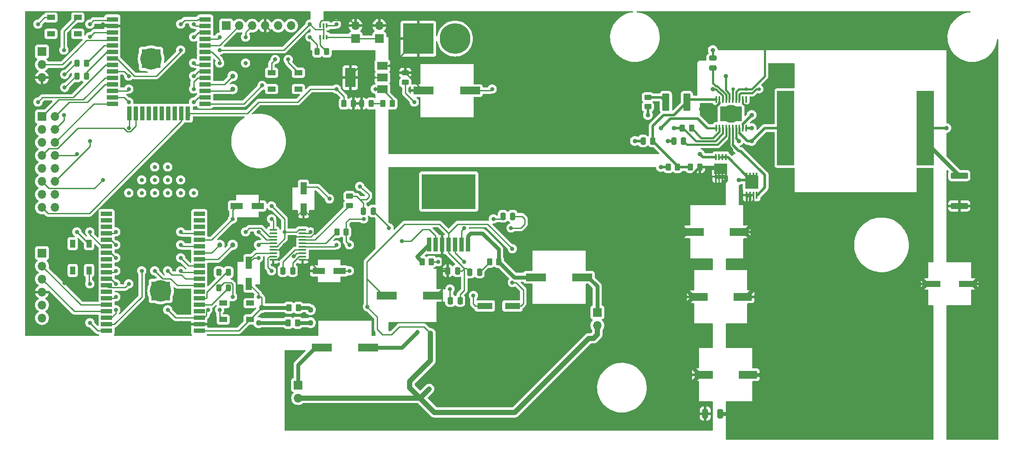
<source format=gbr>
%TF.GenerationSoftware,KiCad,Pcbnew,7.0.10*%
%TF.CreationDate,2024-03-06T13:01:35-05:00*%
%TF.ProjectId,PCB_Main_Final,5043425f-4d61-4696-9e5f-46696e616c2e,rev?*%
%TF.SameCoordinates,Original*%
%TF.FileFunction,Copper,L1,Top*%
%TF.FilePolarity,Positive*%
%FSLAX46Y46*%
G04 Gerber Fmt 4.6, Leading zero omitted, Abs format (unit mm)*
G04 Created by KiCad (PCBNEW 7.0.10) date 2024-03-06 13:01:35*
%MOMM*%
%LPD*%
G01*
G04 APERTURE LIST*
G04 Aperture macros list*
%AMRoundRect*
0 Rectangle with rounded corners*
0 $1 Rounding radius*
0 $2 $3 $4 $5 $6 $7 $8 $9 X,Y pos of 4 corners*
0 Add a 4 corners polygon primitive as box body*
4,1,4,$2,$3,$4,$5,$6,$7,$8,$9,$2,$3,0*
0 Add four circle primitives for the rounded corners*
1,1,$1+$1,$2,$3*
1,1,$1+$1,$4,$5*
1,1,$1+$1,$6,$7*
1,1,$1+$1,$8,$9*
0 Add four rect primitives between the rounded corners*
20,1,$1+$1,$2,$3,$4,$5,0*
20,1,$1+$1,$4,$5,$6,$7,0*
20,1,$1+$1,$6,$7,$8,$9,0*
20,1,$1+$1,$8,$9,$2,$3,0*%
G04 Aperture macros list end*
%TA.AperFunction,SMDPad,CuDef*%
%ADD10RoundRect,0.100000X0.637500X0.100000X-0.637500X0.100000X-0.637500X-0.100000X0.637500X-0.100000X0*%
%TD*%
%TA.AperFunction,SMDPad,CuDef*%
%ADD11R,3.352800X14.554200*%
%TD*%
%TA.AperFunction,SMDPad,CuDef*%
%ADD12RoundRect,0.250000X-0.325000X-0.650000X0.325000X-0.650000X0.325000X0.650000X-0.325000X0.650000X0*%
%TD*%
%TA.AperFunction,SMDPad,CuDef*%
%ADD13RoundRect,0.250000X0.262500X0.450000X-0.262500X0.450000X-0.262500X-0.450000X0.262500X-0.450000X0*%
%TD*%
%TA.AperFunction,SMDPad,CuDef*%
%ADD14RoundRect,0.243750X-0.243750X-0.456250X0.243750X-0.456250X0.243750X0.456250X-0.243750X0.456250X0*%
%TD*%
%TA.AperFunction,SMDPad,CuDef*%
%ADD15RoundRect,0.250000X-0.250000X-0.475000X0.250000X-0.475000X0.250000X0.475000X-0.250000X0.475000X0*%
%TD*%
%TA.AperFunction,SMDPad,CuDef*%
%ADD16RoundRect,0.250000X0.250000X0.475000X-0.250000X0.475000X-0.250000X-0.475000X0.250000X-0.475000X0*%
%TD*%
%TA.AperFunction,SMDPad,CuDef*%
%ADD17R,2.413000X1.168400*%
%TD*%
%TA.AperFunction,SMDPad,CuDef*%
%ADD18RoundRect,0.250000X1.425000X-0.362500X1.425000X0.362500X-1.425000X0.362500X-1.425000X-0.362500X0*%
%TD*%
%TA.AperFunction,SMDPad,CuDef*%
%ADD19RoundRect,0.249999X-0.450001X-1.450001X0.450001X-1.450001X0.450001X1.450001X-0.450001X1.450001X0*%
%TD*%
%TA.AperFunction,SMDPad,CuDef*%
%ADD20R,2.000000X1.500000*%
%TD*%
%TA.AperFunction,SMDPad,CuDef*%
%ADD21R,2.000000X3.800000*%
%TD*%
%TA.AperFunction,ComponentPad*%
%ADD22R,1.700000X1.700000*%
%TD*%
%TA.AperFunction,ComponentPad*%
%ADD23O,1.700000X1.700000*%
%TD*%
%TA.AperFunction,SMDPad,CuDef*%
%ADD24R,2.997200X1.193800*%
%TD*%
%TA.AperFunction,SMDPad,CuDef*%
%ADD25R,3.911600X1.498600*%
%TD*%
%TA.AperFunction,SMDPad,CuDef*%
%ADD26R,0.304800X1.294801*%
%TD*%
%TA.AperFunction,SMDPad,CuDef*%
%ADD27R,2.500000X2.000000*%
%TD*%
%TA.AperFunction,SMDPad,CuDef*%
%ADD28R,2.160000X0.900000*%
%TD*%
%TA.AperFunction,SMDPad,CuDef*%
%ADD29R,0.900000X2.700000*%
%TD*%
%TA.AperFunction,SMDPad,CuDef*%
%ADD30R,0.900000X0.900000*%
%TD*%
%TA.AperFunction,SMDPad,CuDef*%
%ADD31RoundRect,0.250000X0.450000X-0.262500X0.450000X0.262500X-0.450000X0.262500X-0.450000X-0.262500X0*%
%TD*%
%TA.AperFunction,SMDPad,CuDef*%
%ADD32R,1.549400X0.990600*%
%TD*%
%TA.AperFunction,SMDPad,CuDef*%
%ADD33RoundRect,0.243750X0.243750X0.456250X-0.243750X0.456250X-0.243750X-0.456250X0.243750X-0.456250X0*%
%TD*%
%TA.AperFunction,SMDPad,CuDef*%
%ADD34RoundRect,0.243750X0.456250X-0.243750X0.456250X0.243750X-0.456250X0.243750X-0.456250X-0.243750X0*%
%TD*%
%TA.AperFunction,SMDPad,CuDef*%
%ADD35O,0.349999X1.400000*%
%TD*%
%TA.AperFunction,SMDPad,CuDef*%
%ADD36R,4.199999X2.999999*%
%TD*%
%TA.AperFunction,ComponentPad*%
%ADD37C,6.000000*%
%TD*%
%TA.AperFunction,ComponentPad*%
%ADD38R,6.000000X6.000000*%
%TD*%
%TA.AperFunction,SMDPad,CuDef*%
%ADD39R,1.168400X2.413000*%
%TD*%
%TA.AperFunction,SMDPad,CuDef*%
%ADD40RoundRect,0.250000X-0.262500X-0.450000X0.262500X-0.450000X0.262500X0.450000X-0.262500X0.450000X0*%
%TD*%
%TA.AperFunction,SMDPad,CuDef*%
%ADD41RoundRect,0.250000X0.475000X-0.250000X0.475000X0.250000X-0.475000X0.250000X-0.475000X-0.250000X0*%
%TD*%
%TA.AperFunction,SMDPad,CuDef*%
%ADD42R,0.990600X1.549400*%
%TD*%
%TA.AperFunction,SMDPad,CuDef*%
%ADD43R,0.439998X1.389999*%
%TD*%
%TA.AperFunction,SMDPad,CuDef*%
%ADD44R,2.550000X2.500000*%
%TD*%
%TA.AperFunction,SMDPad,CuDef*%
%ADD45R,3.606800X1.498600*%
%TD*%
%TA.AperFunction,SMDPad,CuDef*%
%ADD46R,0.355600X0.876300*%
%TD*%
%TA.AperFunction,SMDPad,CuDef*%
%ADD47R,0.890000X2.790000*%
%TD*%
%TA.AperFunction,SMDPad,CuDef*%
%ADD48R,10.580000X6.840000*%
%TD*%
%TA.AperFunction,SMDPad,CuDef*%
%ADD49R,3.302000X1.219200*%
%TD*%
%TA.AperFunction,ViaPad*%
%ADD50C,0.800000*%
%TD*%
%TA.AperFunction,ViaPad*%
%ADD51C,0.900000*%
%TD*%
%TA.AperFunction,ViaPad*%
%ADD52C,1.100000*%
%TD*%
%TA.AperFunction,ViaPad*%
%ADD53C,4.200000*%
%TD*%
%TA.AperFunction,ViaPad*%
%ADD54C,0.700000*%
%TD*%
%TA.AperFunction,ViaPad*%
%ADD55C,1.000000*%
%TD*%
%TA.AperFunction,ViaPad*%
%ADD56C,3.500000*%
%TD*%
%TA.AperFunction,ViaPad*%
%ADD57C,6.500000*%
%TD*%
%TA.AperFunction,Conductor*%
%ADD58C,0.250000*%
%TD*%
%TA.AperFunction,Conductor*%
%ADD59C,0.400000*%
%TD*%
%TA.AperFunction,Conductor*%
%ADD60C,0.750000*%
%TD*%
%TA.AperFunction,Conductor*%
%ADD61C,0.500000*%
%TD*%
%TA.AperFunction,Conductor*%
%ADD62C,1.000000*%
%TD*%
G04 APERTURE END LIST*
D10*
%TO.P,U9,1,CPVDD*%
%TO.N,3.3V*%
X97482500Y-96905000D03*
%TO.P,U9,2,CAPP*%
%TO.N,Net-(U9-CAPP)*%
X97482500Y-96255000D03*
%TO.P,U9,3,CPGND*%
%TO.N,AGND*%
X97482500Y-95605000D03*
%TO.P,U9,4,CAPM*%
%TO.N,Net-(U9-CAPM)*%
X97482500Y-94955000D03*
%TO.P,U9,5,VNEG*%
%TO.N,Net-(U9-VNEG)*%
X97482500Y-94305000D03*
%TO.P,U9,6,OUTL*%
%TO.N,Net-(U9-OUTL)*%
X97482500Y-93655000D03*
%TO.P,U9,7,OUTR*%
%TO.N,Net-(U9-OUTR)*%
X97482500Y-93005000D03*
%TO.P,U9,8,AVDD*%
%TO.N,3.3V*%
X97482500Y-92355000D03*
%TO.P,U9,9,AGND*%
%TO.N,AGND*%
X97482500Y-91705000D03*
%TO.P,U9,10,DEMP*%
%TO.N,GND*%
X97482500Y-91055000D03*
%TO.P,U9,11,FLT*%
X91757500Y-91055000D03*
%TO.P,U9,12,SCK*%
%TO.N,unconnected-(U9-SCK-Pad12)*%
X91757500Y-91705000D03*
%TO.P,U9,13,BCK*%
%TO.N,I2S-BCK*%
X91757500Y-92355000D03*
%TO.P,U9,14,DIN*%
%TO.N,I2S_DATA*%
X91757500Y-93005000D03*
%TO.P,U9,15,LRCK*%
%TO.N,I2S-WS*%
X91757500Y-93655000D03*
%TO.P,U9,16,FMT*%
%TO.N,GND*%
X91757500Y-94305000D03*
%TO.P,U9,17,XSMT*%
%TO.N,3.3V*%
X91757500Y-94955000D03*
%TO.P,U9,18,LDOO*%
%TO.N,Net-(U9-LDOO)*%
X91757500Y-95605000D03*
%TO.P,U9,19,DGND*%
%TO.N,GND*%
X91757500Y-96255000D03*
%TO.P,U9,20,DVDD*%
%TO.N,3.3V*%
X91757500Y-96905000D03*
%TD*%
D11*
%TO.P,L2,1,1*%
%TO.N,Net-(U11-CSN)*%
X219417900Y-71120000D03*
%TO.P,L2,2,2*%
%TO.N,Net-(M3-Back)*%
X192062100Y-71120000D03*
%TD*%
D12*
%TO.P,Coutx2,1*%
%TO.N,14V*%
X176325000Y-127000000D03*
%TO.P,Coutx2,2*%
%TO.N,GND*%
X179275000Y-127000000D03*
%TD*%
D13*
%TO.P,RsnR1,1*%
%TO.N,Net-(U13-Out_A)*%
X135913500Y-97282000D03*
%TO.P,RsnR1,2*%
%TO.N,Net-(CsnR7-Pad1)*%
X134088500Y-97282000D03*
%TD*%
D14*
%TO.P,D10,1,K*%
%TO.N,Net-(D10-K)*%
X81112500Y-99365000D03*
%TO.P,D10,2,A*%
%TO.N,Net-(D10-A)*%
X82987500Y-99365000D03*
%TD*%
D15*
%TO.P,CsnL1,1*%
%TO.N,Net-(CsnL3-Pad1)*%
X126431000Y-104902000D03*
%TO.P,CsnL1,2*%
%TO.N,AGND*%
X128331000Y-104902000D03*
%TD*%
D16*
%TO.P,CsnR2,1*%
%TO.N,Net-(CsnR7-Pad1)*%
X132141000Y-99314000D03*
%TO.P,CsnR2,2*%
%TO.N,AGND*%
X130241000Y-99314000D03*
%TD*%
D17*
%TO.P,C43,1*%
%TO.N,3.3V*%
X100665200Y-99060000D03*
%TO.P,C43,2*%
%TO.N,AGND*%
X104780000Y-99060000D03*
%TD*%
D18*
%TO.P,Rsense2,1*%
%TO.N,5V*%
X226060000Y-86360000D03*
%TO.P,Rsense2,2*%
%TO.N,Net-(U11-CSN)*%
X226060000Y-80435000D03*
%TD*%
D13*
%TO.P,TH2,1*%
%TO.N,3.3V*%
X107450000Y-66345000D03*
%TO.P,TH2,2*%
%TO.N,Therm_Reading*%
X105625000Y-66345000D03*
%TD*%
D19*
%TO.P,Ccomp3,1*%
%TO.N,Net-(Ccomp3-Pad1)*%
X168620000Y-66040000D03*
%TO.P,Ccomp3,2*%
%TO.N,Net-(U11-FB)*%
X172720000Y-66040000D03*
%TD*%
D20*
%TO.P,U10,1,GND*%
%TO.N,GND*%
X113140000Y-63565000D03*
%TO.P,U10,2,VO*%
%TO.N,3.3V*%
X113140000Y-61265000D03*
D21*
X106840000Y-61265000D03*
D20*
%TO.P,U10,3,VI*%
%TO.N,5V*%
X113140000Y-58965000D03*
%TD*%
D22*
%TO.P,J5,1,Pin_1*%
%TO.N,Net-(J13-Pin_1)*%
X96647000Y-121407000D03*
D23*
%TO.P,J5,2,Pin_2*%
%TO.N,AGND*%
X96647000Y-123947000D03*
%TD*%
D24*
%TO.P,Cb3,1*%
%TO.N,Net-(U13-Bias)*%
X133184900Y-105918000D03*
%TO.P,Cb3,2*%
%TO.N,AGND*%
X138595100Y-105918000D03*
%TD*%
D22*
%TO.P,LightSensorConnector2,1,Pin_1*%
%TO.N,GND*%
X46490000Y-56185000D03*
D23*
%TO.P,LightSensorConnector2,2,Pin_2*%
%TO.N,Light_Reading*%
X46490000Y-58725000D03*
%TO.P,LightSensorConnector2,3,Pin_3*%
%TO.N,3.3V*%
X46490000Y-61265000D03*
%TD*%
D22*
%TO.P,J8,1,Pin_1*%
%TO.N,R1_PIN*%
X46490000Y-68885000D03*
D23*
%TO.P,J8,2,Pin_2*%
%TO.N,G1_PIN*%
X49030000Y-68885000D03*
%TO.P,J8,3,Pin_3*%
%TO.N,B1_PIN*%
X46490000Y-71425000D03*
%TO.P,J8,4,Pin_4*%
%TO.N,GND*%
X49030000Y-71425000D03*
%TO.P,J8,5,Pin_5*%
%TO.N,R2_PIN*%
X46490000Y-73965000D03*
%TO.P,J8,6,Pin_6*%
%TO.N,G2_PIN*%
X49030000Y-73965000D03*
%TO.P,J8,7,Pin_7*%
%TO.N,B2_PIN*%
X46490000Y-76505000D03*
%TO.P,J8,8,Pin_8*%
%TO.N,GND*%
X49030000Y-76505000D03*
%TO.P,J8,9,Pin_9*%
%TO.N,A_PIN*%
X46490000Y-79045000D03*
%TO.P,J8,10,Pin_10*%
%TO.N,B_PIN*%
X49030000Y-79045000D03*
%TO.P,J8,11,Pin_11*%
%TO.N,C_PIN*%
X46490000Y-81585000D03*
%TO.P,J8,12,Pin_12*%
%TO.N,D_PIN*%
X49030000Y-81585000D03*
%TO.P,J8,13,Pin_13*%
%TO.N,CLK_PIN*%
X46490000Y-84125000D03*
%TO.P,J8,14,Pin_14*%
%TO.N,STB*%
X49030000Y-84125000D03*
%TO.P,J8,15,Pin_15*%
%TO.N,OE_PIN*%
X46490000Y-86665000D03*
%TO.P,J8,16,Pin_16*%
%TO.N,GND*%
X49030000Y-86665000D03*
%TD*%
D25*
%TO.P,C0L1,1*%
%TO.N,Net-(U13-Out_B)*%
X110337600Y-114046000D03*
%TO.P,C0L1,2*%
%TO.N,Net-(J13-Pin_1)*%
X101244400Y-114046000D03*
%TD*%
D26*
%TO.P,M4,1,SOURCE*%
%TO.N,Net-(M3-Back)*%
X180337099Y-76847401D03*
%TO.P,M4,2,SOURCE*%
X179687101Y-76847401D03*
%TO.P,M4,3,SOURCE*%
X179037099Y-76847401D03*
%TO.P,M4,4,GATE*%
%TO.N,Net-(M4-GATE)*%
X178387101Y-76847401D03*
%TO.P,M4,5,DRAIN*%
%TO.N,14V*%
X178387101Y-80640000D03*
%TO.P,M4,6,DRAIN*%
X179037099Y-80640000D03*
%TO.P,M4,7,DRAIN*%
X179687101Y-80640000D03*
%TO.P,M4,8,DRAIN*%
X180337099Y-80640000D03*
D27*
%TO.P,M4,9,DRAIN*%
X179362100Y-79071000D03*
%TD*%
D28*
%TO.P,U7,1,GND*%
%TO.N,GND*%
X60270000Y-49865000D03*
%TO.P,U7,2,3V3*%
%TO.N,3.3V*%
X60270000Y-51135000D03*
%TO.P,U7,3,EN/CHIP_PU*%
%TO.N,EN_WROOM*%
X60270000Y-52405000D03*
%TO.P,U7,4,SENSOR_VP/GPIO36/ADC1_CH0*%
%TO.N,Light_Reading*%
X60270000Y-53675000D03*
%TO.P,U7,5,SENSOR_VN/GPIO39/ADC1_CH3*%
%TO.N,Net-(D9-A)*%
X60270000Y-54945000D03*
%TO.P,U7,6,GPIO34/ADC1_CH6*%
%TO.N,Net-(D8-A)*%
X60270000Y-56215000D03*
%TO.P,U7,7,GPIO35/ADC1_CH7*%
%TO.N,WROOM_TO_FANS*%
X60270000Y-57485000D03*
%TO.P,U7,8,32K_XP/GPIO32/ADC1_CH4*%
%TO.N,WIO32*%
X60270000Y-58755000D03*
%TO.P,U7,9,32K_XN/GPIO33/ADC1_CH5*%
%TO.N,D_PIN*%
X60270000Y-60025000D03*
%TO.P,U7,10,DAC_1/ADC2_CH8/GPIO25*%
%TO.N,R1_PIN*%
X60270000Y-61295000D03*
%TO.P,U7,11,DAC_2/ADC2_CH9/GPIO26*%
%TO.N,G1_PIN*%
X60270000Y-62565000D03*
%TO.P,U7,12,ADC2_CH7/GPIO27*%
%TO.N,B1_PIN*%
X60270000Y-63835000D03*
%TO.P,U7,13,MTMS/GPIO14/ADC2_CH6*%
%TO.N,R2_PIN*%
X60270000Y-65105000D03*
%TO.P,U7,14,MTDI/GPIO12/ADC2_CH5*%
%TO.N,G2_PIN*%
X60270000Y-66375000D03*
D29*
%TO.P,U7,15,GND*%
%TO.N,GND*%
X63630000Y-68225000D03*
%TO.P,U7,16,MTCK/GPIO13/ADC2_CH4*%
%TO.N,B2_PIN*%
X64900000Y-68225000D03*
%TO.P,U7,17*%
%TO.N,N/C*%
X66170000Y-68225000D03*
%TO.P,U7,18*%
X67440000Y-68225000D03*
%TO.P,U7,19*%
X68710000Y-68225000D03*
%TO.P,U7,20*%
X69980000Y-68225000D03*
%TO.P,U7,21*%
X71250000Y-68225000D03*
%TO.P,U7,22*%
X72520000Y-68225000D03*
%TO.P,U7,23,MTDO/GPIO15/ADC2_CH3*%
%TO.N,OE_PIN*%
X73790000Y-68225000D03*
%TO.P,U7,24,ADC2_CH2/GPIO2*%
%TO.N,Therm_Reading*%
X75060000Y-68225000D03*
D28*
%TO.P,U7,25,GPIO0/BOOT/ADC2_CH1*%
%TO.N,IO0_WROOM*%
X78430000Y-66375000D03*
%TO.P,U7,26,ADC2_CH0/GPIO4*%
%TO.N,STB*%
X78430000Y-65105000D03*
%TO.P,U7,27,GPIO16*%
%TO.N,WROOM_TALK_RX*%
X78430000Y-63835000D03*
%TO.P,U7,28,GPIO17*%
%TO.N,WROOM_TALK_TX*%
X78430000Y-62565000D03*
%TO.P,U7,29,GPIO5*%
%TO.N,C_PIN*%
X78430000Y-61295000D03*
%TO.P,U7,30,GPIO18*%
%TO.N,CLK_PIN*%
X78430000Y-60025000D03*
%TO.P,U7,31,GPIO19*%
%TO.N,B_PIN*%
X78430000Y-58755000D03*
%TO.P,U7,32*%
%TO.N,N/C*%
X78430000Y-57485000D03*
%TO.P,U7,33,GPIO21*%
%TO.N,WIO21*%
X78430000Y-56215000D03*
%TO.P,U7,34,U0RXD/GPIO3*%
%TO.N,RXD0_WROOM*%
X78430000Y-54945000D03*
%TO.P,U7,35,U0TXD/GPIO1*%
%TO.N,TXD0_WROOM*%
X78430000Y-53675000D03*
%TO.P,U7,36,GPIO22*%
%TO.N,WIO22*%
X78430000Y-52405000D03*
%TO.P,U7,37,GPIO23*%
%TO.N,A_PIN*%
X78430000Y-51135000D03*
%TO.P,U7,38,GND*%
%TO.N,GND*%
X78430000Y-49865000D03*
D30*
%TO.P,U7,39,GND_THERMAL*%
X66450000Y-56185000D03*
X66450000Y-56185000D03*
X66450000Y-57585000D03*
X66450000Y-58985000D03*
X66450000Y-58985000D03*
X67850000Y-56185000D03*
X67850000Y-57585000D03*
X67850000Y-58985000D03*
X67850000Y-58985000D03*
X69250000Y-56185000D03*
X69250000Y-57585000D03*
X69250000Y-58985000D03*
%TD*%
D31*
%TO.P,R26,1*%
%TO.N,Net-(U9-OUTR)*%
X106680000Y-86285000D03*
%TO.P,R26,2*%
%TO.N,Left_Audio*%
X106680000Y-84460000D03*
%TD*%
D32*
%TO.P,SW8,1,1*%
%TO.N,GND*%
X87215001Y-108584999D03*
%TO.P,SW8,2,2*%
%TO.N,Net-(C56-Pad2)*%
X81964999Y-108584999D03*
%TO.P,SW8,3*%
%TO.N,N/C*%
X87215001Y-105385001D03*
%TO.P,SW8,4*%
X81964999Y-105385001D03*
%TD*%
D17*
%TO.P,C36,1*%
%TO.N,3.3V*%
X88734900Y-86360000D03*
%TO.P,C36,2*%
%TO.N,GND*%
X84620100Y-86360000D03*
%TD*%
D33*
%TO.P,D13,1,K*%
%TO.N,Net-(D13-K)*%
X110927500Y-66345000D03*
%TO.P,D13,2,A*%
%TO.N,3.3V*%
X109052500Y-66345000D03*
%TD*%
D34*
%TO.P,D12,1,K*%
%TO.N,Net-(D12-K)*%
X117610000Y-62202500D03*
%TO.P,D12,2,A*%
%TO.N,5V*%
X117610000Y-60327500D03*
%TD*%
D14*
%TO.P,D11,1,K*%
%TO.N,Net-(D11-K)*%
X81112500Y-102405000D03*
%TO.P,D11,2,A*%
%TO.N,Net-(D11-A)*%
X82987500Y-102405000D03*
%TD*%
D15*
%TO.P,CiL1,1*%
%TO.N,Left_Audio*%
X109413000Y-87376000D03*
%TO.P,CiL1,2*%
%TO.N,Net-(U13-In_B)*%
X111313000Y-87376000D03*
%TD*%
D35*
%TO.P,U11,1,SYNCOUT*%
%TO.N,unconnected-(U11-SYNCOUT-Pad1)*%
X184304998Y-65520002D03*
%TO.P,U11,2,OPT*%
%TO.N,GND*%
X183654997Y-65520002D03*
%TO.P,U11,3,CSN*%
%TO.N,Net-(U11-CSN)*%
X183004999Y-65520002D03*
%TO.P,U11,4,CSP*%
%TO.N,5V*%
X182354997Y-65520002D03*
%TO.P,U11,5,VIN*%
%TO.N,Net-(U11-VIN)*%
X181704999Y-65520002D03*
%TO.P,U11,6,UVLO*%
%TO.N,Net-(U11-UVLO)*%
X181054997Y-65520002D03*
%TO.P,U11,7,SS*%
%TO.N,Net-(U11-SS)*%
X180404999Y-65520002D03*
%TO.P,U11,8,SYNCIN_RT*%
%TO.N,Net-(U11-SYNCIN_RT)*%
X179754997Y-65520002D03*
%TO.P,U11,9,AGND*%
%TO.N,GND*%
X179104999Y-65520002D03*
%TO.P,U11,10,FB*%
%TO.N,Net-(U11-FB)*%
X178454998Y-65520002D03*
%TO.P,U11,11,COMP*%
%TO.N,Net-(U11-COMP)*%
X178454998Y-71120000D03*
%TO.P,U11,12,SLOPE*%
%TO.N,Net-(U11-SLOPE)*%
X179104999Y-71120000D03*
%TO.P,U11,13,MODE*%
%TO.N,GND*%
X179754997Y-71120000D03*
%TO.P,U11,14,RES*%
%TO.N,Net-(U11-RES)*%
X180404999Y-71120000D03*
%TO.P,U11,15,PGND*%
%TO.N,GND*%
X181054997Y-71120000D03*
%TO.P,U11,16,LO*%
%TO.N,Net-(M3-G)*%
X181704999Y-71120000D03*
%TO.P,U11,17,VCC*%
%TO.N,Net-(Dbst2-A)*%
X182354997Y-71120000D03*
%TO.P,U11,18,SW*%
%TO.N,Net-(M3-Back)*%
X183004999Y-71120000D03*
%TO.P,U11,19,HO*%
%TO.N,Net-(M4-GATE)*%
X183654997Y-71120000D03*
%TO.P,U11,20,BST*%
%TO.N,Net-(Dbst2-K)*%
X184304998Y-71120000D03*
D36*
%TO.P,U11,21,PAD*%
%TO.N,unconnected-(U11-PAD-Pad21)*%
X181379998Y-68320001D03*
%TD*%
D22*
%TO.P,J10,1,Pin_1*%
%TO.N,Net-(J10-Pin_1)*%
X107880000Y-53645000D03*
D23*
%TO.P,J10,2,Pin_2*%
%TO.N,5V*%
X107880000Y-51105000D03*
%TD*%
D37*
%TO.P,J7,N,NEG*%
%TO.N,GND*%
X127350000Y-53645000D03*
D38*
%TO.P,J7,P,POS*%
%TO.N,5V*%
X120150000Y-53645000D03*
%TD*%
D16*
%TO.P,C39,1*%
%TO.N,Net-(U9-CAPP)*%
X95570000Y-99060000D03*
%TO.P,C39,2*%
%TO.N,Net-(U9-CAPM)*%
X93670000Y-99060000D03*
%TD*%
D39*
%TO.P,C35,1*%
%TO.N,Net-(U9-LDOO)*%
X87000000Y-97485200D03*
%TO.P,C35,2*%
%TO.N,GND*%
X87000000Y-101600000D03*
%TD*%
D40*
%TO.P,R28,1*%
%TO.N,Net-(D13-K)*%
X113245000Y-66345000D03*
%TO.P,R28,2*%
%TO.N,GND*%
X115070000Y-66345000D03*
%TD*%
D15*
%TO.P,Ccomp4,1*%
%TO.N,Net-(U11-COMP)*%
X164150000Y-73660000D03*
%TO.P,Ccomp4,2*%
%TO.N,Net-(U11-FB)*%
X166050000Y-73660000D03*
%TD*%
D14*
%TO.P,D8,1,K*%
%TO.N,Net-(D8-K)*%
X53315000Y-60960000D03*
%TO.P,D8,2,A*%
%TO.N,Net-(D8-A)*%
X55190000Y-60960000D03*
%TD*%
D16*
%TO.P,Cres2,1*%
%TO.N,Net-(U11-RES)*%
X172080000Y-73660000D03*
%TO.P,Cres2,2*%
%TO.N,GND*%
X170180000Y-73660000D03*
%TD*%
D41*
%TO.P,Css2,1*%
%TO.N,Net-(U11-SS)*%
X177800000Y-59370000D03*
%TO.P,Css2,2*%
%TO.N,GND*%
X177800000Y-57470000D03*
%TD*%
D32*
%TO.P,WIO0,1,1*%
%TO.N,GND*%
X91440000Y-60300002D03*
%TO.P,WIO0,2,2*%
%TO.N,Net-(C53-Pad2)*%
X96690002Y-60300002D03*
%TO.P,WIO0,3*%
%TO.N,N/C*%
X91440000Y-63500000D03*
%TO.P,WIO0,4*%
X96690002Y-63500000D03*
%TD*%
D14*
%TO.P,D14,1,K*%
%TO.N,Net-(D14-K)*%
X100374986Y-56185000D03*
%TO.P,D14,2,A*%
%TO.N,Net-(D14-A)*%
X102249986Y-56185000D03*
%TD*%
D39*
%TO.P,C44,1*%
%TO.N,3.3V*%
X97681050Y-87038450D03*
%TO.P,C44,2*%
%TO.N,AGND*%
X97681050Y-82923650D03*
%TD*%
D42*
%TO.P,RIO0,1,1*%
%TO.N,GND*%
X55709999Y-93726251D03*
%TO.P,RIO0,2,2*%
%TO.N,Net-(C55-Pad2)*%
X55709999Y-98976253D03*
%TO.P,RIO0,3*%
%TO.N,N/C*%
X52510001Y-93726251D03*
%TO.P,RIO0,4*%
X52510001Y-98976253D03*
%TD*%
D32*
%TO.P,W EN,1,1*%
%TO.N,GND*%
X48260000Y-49505001D03*
%TO.P,W EN,2,2*%
%TO.N,Net-(C54-Pad2)*%
X53510002Y-49505001D03*
%TO.P,W EN,3*%
%TO.N,N/C*%
X48260000Y-52704999D03*
%TO.P,W EN,4*%
X53510002Y-52704999D03*
%TD*%
D22*
%TO.P,J9,1,Pin_1*%
%TO.N,Net-(J10-Pin_1)*%
X112530000Y-53645000D03*
D23*
%TO.P,J9,2,Pin_2*%
%TO.N,5V*%
X112530000Y-51105000D03*
%TD*%
D40*
%TO.P,R34,1*%
%TO.N,GND*%
X94695000Y-109220000D03*
%TO.P,R34,2*%
%TO.N,AGND*%
X96520000Y-109220000D03*
%TD*%
D25*
%TO.P,C3b1,1*%
%TO.N,14V*%
X123037600Y-103886000D03*
%TO.P,C3b1,2*%
%TO.N,AGND*%
X113944400Y-103886000D03*
%TD*%
D14*
%TO.P,D9,1,K*%
%TO.N,Net-(D9-K)*%
X53315000Y-58420000D03*
%TO.P,D9,2,A*%
%TO.N,Net-(D9-A)*%
X55190000Y-58420000D03*
%TD*%
D40*
%TO.P,R33,1*%
%TO.N,GND*%
X94845500Y-106270000D03*
%TO.P,R33,2*%
%TO.N,AGND*%
X96670500Y-106270000D03*
%TD*%
D15*
%TO.P,CiR1,1*%
%TO.N,Right_Audio*%
X136718000Y-88392000D03*
%TO.P,CiR1,2*%
%TO.N,Net-(U13-In_A)*%
X138618000Y-88392000D03*
%TD*%
D28*
%TO.P,U8,1,GND*%
%TO.N,GND*%
X77300000Y-110795000D03*
%TO.P,U8,2,3V3*%
%TO.N,3.3V*%
X77300000Y-109525000D03*
%TO.P,U8,3,EN/CHIP_PU*%
%TO.N,EN_ROVER*%
X77300000Y-108255000D03*
%TO.P,U8,4,SENSOR_VP/GPIO36/ADC1_CH0*%
%TO.N,RIO36*%
X77300000Y-106985000D03*
%TO.P,U8,5,SENSOR_VN/GPIO39/ADC1_CH3*%
%TO.N,Net-(D11-A)*%
X77300000Y-105715000D03*
%TO.P,U8,6,GPIO34/ADC1_CH6*%
%TO.N,Net-(D10-A)*%
X77300000Y-104445000D03*
%TO.P,U8,7,GPIO35/ADC1_CH7*%
%TO.N,RIO35*%
X77300000Y-103175000D03*
%TO.P,U8,8,32K_XP/GPIO32/ADC1_CH4*%
%TO.N,RIO32*%
X77300000Y-101905000D03*
%TO.P,U8,9,32K_XN/GPIO33/ADC1_CH5*%
%TO.N,RIO33*%
X77300000Y-100635000D03*
%TO.P,U8,10,DAC_1/ADC2_CH8/GPIO25*%
%TO.N,I2S_DATA*%
X77300000Y-99365000D03*
%TO.P,U8,11,DAC_2/ADC2_CH9/GPIO26*%
%TO.N,I2S-BCK*%
X77300000Y-98095000D03*
%TO.P,U8,12,ADC2_CH7/GPIO27*%
%TO.N,ROVER_TALK_TX*%
X77300000Y-96825000D03*
%TO.P,U8,13,MTMS/GPIO14/ADC2_CH6*%
%TO.N,ROVER_TALK_RX*%
X77300000Y-95555000D03*
%TO.P,U8,14,MTDI/GPIO12/ADC2_CH5*%
%TO.N,RIO12*%
X77300000Y-94285000D03*
%TO.P,U8,15,GND*%
%TO.N,GND*%
X77300000Y-93015000D03*
%TO.P,U8,16,MTCK/GPIO13/ADC2_CH4*%
%TO.N,RIO13*%
X77300000Y-91745000D03*
%TO.P,U8,17*%
%TO.N,N/C*%
X77300000Y-90475000D03*
%TO.P,U8,18*%
X77300000Y-89205000D03*
%TO.P,U8,19*%
X77300000Y-87935000D03*
%TO.P,U8,20*%
X59140000Y-87935000D03*
%TO.P,U8,21*%
X59140000Y-89205000D03*
%TO.P,U8,22*%
X59140000Y-90475000D03*
%TO.P,U8,23,MTDO/GPIO15/ADC2_CH3*%
%TO.N,RIO15*%
X59140000Y-91745000D03*
%TO.P,U8,24,ADC2_CH2/GPIO2*%
%TO.N,RIO2*%
X59140000Y-93015000D03*
%TO.P,U8,25,GPIO0/BOOT/ADC2_CH1*%
%TO.N,IO0_ROVER*%
X59140000Y-94285000D03*
%TO.P,U8,26,ADC2_CH0/GPIO4*%
%TO.N,RIO4*%
X59140000Y-95555000D03*
%TO.P,U8,27*%
%TO.N,N/C*%
X59140000Y-96825000D03*
%TO.P,U8,28*%
X59140000Y-98095000D03*
%TO.P,U8,29,GPIO5*%
%TO.N,RIO5*%
X59140000Y-99365000D03*
%TO.P,U8,30,GPIO18*%
%TO.N,RIO18*%
X59140000Y-100635000D03*
%TO.P,U8,31,GPIO19*%
%TO.N,RIO19*%
X59140000Y-101905000D03*
%TO.P,U8,32*%
%TO.N,N/C*%
X59140000Y-103175000D03*
%TO.P,U8,33,GPIO21*%
%TO.N,RIO21*%
X59140000Y-104445000D03*
%TO.P,U8,34,U0RXD/GPIO3*%
%TO.N,RXD0_ROVER*%
X59140000Y-105715000D03*
%TO.P,U8,35,U0TXD/GPIO1*%
%TO.N,TXD0_ROVER*%
X59140000Y-106985000D03*
%TO.P,U8,36,GPIO22*%
%TO.N,I2S-WS*%
X59140000Y-108255000D03*
%TO.P,U8,37,GPIO23*%
%TO.N,RIO23*%
X59140000Y-109525000D03*
%TO.P,U8,38,GND*%
%TO.N,GND*%
X59140000Y-110795000D03*
D30*
%TO.P,U8,39,GND_THERMAL*%
X71125000Y-104400000D03*
X71120000Y-103000000D03*
X71120000Y-101600000D03*
X69720000Y-104400000D03*
X69720000Y-103000000D03*
X69720000Y-101600000D03*
X68320000Y-104400000D03*
X68320000Y-103000000D03*
X68320000Y-101600000D03*
%TD*%
D25*
%TO.P,C0R1,1*%
%TO.N,Net-(U13-Out_A)*%
X143154400Y-100330000D03*
%TO.P,C0R1,2*%
%TO.N,Net-(J14-Pin_1)*%
X152247600Y-100330000D03*
%TD*%
D43*
%TO.P,M3,1,S1*%
%TO.N,GND*%
X184442097Y-84226999D03*
%TO.P,M3,2,S2*%
X185092098Y-84226999D03*
%TO.P,M3,3,S3*%
X185742097Y-84226999D03*
%TO.P,M3,4,G*%
%TO.N,Net-(M3-G)*%
X186392098Y-84226999D03*
%TO.P,M3,5,D1*%
%TO.N,Net-(M3-Back)*%
X186392098Y-80536999D03*
%TO.P,M3,6,D2*%
X185742100Y-80536999D03*
%TO.P,M3,7,D3*%
X185092098Y-80536999D03*
%TO.P,M3,8,D4*%
X184442100Y-80536999D03*
D44*
%TO.P,M3,9,Back*%
X185417099Y-81731998D03*
%TD*%
D45*
%TO.P,Cout6,1*%
%TO.N,14V*%
X175044100Y-104140000D03*
%TO.P,Cout6,2*%
%TO.N,GND*%
X183654700Y-104140000D03*
%TD*%
%TO.P,Cout5,1*%
%TO.N,14V*%
X176034700Y-119380000D03*
%TO.P,Cout5,2*%
%TO.N,GND*%
X184645300Y-119380000D03*
%TD*%
D46*
%TO.P,Q2,1,S1*%
%TO.N,Net-(D14-A)*%
X100950014Y-53327500D03*
%TO.P,Q2,2,G1*%
%TO.N,WROOM_TO_FANS*%
X101600000Y-53327500D03*
%TO.P,Q2,3,D2*%
%TO.N,Net-(J10-Pin_1)*%
X102249986Y-53327500D03*
%TO.P,Q2,4,S2*%
%TO.N,GND*%
X102249986Y-51105000D03*
%TO.P,Q2,5,G2*%
%TO.N,WROOM_TO_FANS*%
X101600000Y-51105000D03*
%TO.P,Q2,6,D1*%
%TO.N,5V*%
X100950014Y-51105000D03*
%TD*%
D47*
%TO.P,U6,1,Out_B*%
%TO.N,Net-(U13-Out_B)*%
X122301000Y-93916000D03*
%TO.P,U6,2,In_B*%
%TO.N,Net-(U13-In_B)*%
X123571000Y-93916000D03*
%TO.P,U6,3,Vcc*%
%TO.N,14V*%
X124841000Y-93916000D03*
%TO.P,U6,4,GND*%
%TO.N,AGND*%
X126111000Y-93916000D03*
%TO.P,U6,5,Bias*%
%TO.N,Net-(U13-Bias)*%
X127381000Y-93916000D03*
%TO.P,U6,6,In_A*%
%TO.N,Net-(U13-In_A)*%
X128651000Y-93916000D03*
%TO.P,U6,7,Out_A*%
%TO.N,Net-(U13-Out_A)*%
X129921000Y-93916000D03*
D48*
%TO.P,U6,8,TAB*%
%TO.N,unconnected-(U13-TAB-Pad8)*%
X126111000Y-83566000D03*
%TD*%
D40*
%TO.P,RsnL1,1*%
%TO.N,Net-(U13-Out_B)*%
X120880500Y-97282000D03*
%TO.P,RsnL1,2*%
%TO.N,Net-(CsnL3-Pad1)*%
X122705500Y-97282000D03*
%TD*%
D22*
%TO.P,J6,1,Pin_1*%
%TO.N,Net-(J14-Pin_1)*%
X155194000Y-107183000D03*
D23*
%TO.P,J6,2,Pin_2*%
%TO.N,AGND*%
X155194000Y-109723000D03*
%TD*%
D15*
%TO.P,Csc1,1*%
%TO.N,14V*%
X125923000Y-99060000D03*
%TO.P,Csc1,2*%
%TO.N,AGND*%
X127823000Y-99060000D03*
%TD*%
D25*
%TO.P,C47,1*%
%TO.N,5V*%
X121216800Y-63805000D03*
%TO.P,C47,2*%
%TO.N,GND*%
X130310000Y-63805000D03*
%TD*%
D49*
%TO.P,Cin2,1*%
%TO.N,5V*%
X227622100Y-101600000D03*
%TO.P,Cin2,2*%
%TO.N,GND*%
X220713300Y-101600000D03*
%TD*%
D13*
%TO.P,Rslope2,1*%
%TO.N,Net-(U11-SLOPE)*%
X173632500Y-71120000D03*
%TO.P,Rslope2,2*%
%TO.N,GND*%
X171807500Y-71120000D03*
%TD*%
D22*
%TO.P,Boot2ROVER2,1,DTR*%
%TO.N,unconnected-(Boot2ROVER2-DTR-Pad1)*%
X46515000Y-95580000D03*
D23*
%TO.P,Boot2ROVER2,2,RX*%
%TO.N,RXD0_ROVER*%
X46515000Y-98120000D03*
%TO.P,Boot2ROVER2,3,TX*%
%TO.N,TXD0_ROVER*%
X46515000Y-100660000D03*
%TO.P,Boot2ROVER2,4,VCC*%
%TO.N,3.3V*%
X46515000Y-103200000D03*
%TO.P,Boot2ROVER2,5,CT5*%
%TO.N,unconnected-(Boot2ROVER2-CT5-Pad5)*%
X46515000Y-105740000D03*
%TO.P,Boot2ROVER2,6,GND*%
%TO.N,GND*%
X46515000Y-108280000D03*
%TD*%
D31*
%TO.P,Rcomp2,1*%
%TO.N,Net-(U11-COMP)*%
X165100000Y-66952500D03*
%TO.P,Rcomp2,2*%
%TO.N,Net-(Ccomp3-Pad1)*%
X165100000Y-65127500D03*
%TD*%
D40*
%TO.P,R25,1*%
%TO.N,Net-(U9-OUTL)*%
X104215000Y-91440000D03*
%TO.P,R25,2*%
%TO.N,Right_Audio*%
X106040000Y-91440000D03*
%TD*%
D45*
%TO.P,Cout4,1*%
%TO.N,14V*%
X174269400Y-91440000D03*
%TO.P,Cout4,2*%
%TO.N,GND*%
X182880000Y-91440000D03*
%TD*%
D13*
%TO.P,Rfbb2,1*%
%TO.N,Net-(U11-FB)*%
X170895000Y-78740000D03*
%TO.P,Rfbb2,2*%
%TO.N,GND*%
X169070000Y-78740000D03*
%TD*%
D22*
%TO.P,Boot2WROOM2,1,DTR*%
%TO.N,unconnected-(Boot2WROOM2-DTR-Pad1)*%
X82575000Y-51105000D03*
D23*
%TO.P,Boot2WROOM2,2,RX*%
%TO.N,RXD0_WROOM*%
X85115000Y-51105000D03*
%TO.P,Boot2WROOM2,3,TX*%
%TO.N,TXD0_WROOM*%
X87655000Y-51105000D03*
%TO.P,Boot2WROOM2,4,VCC*%
%TO.N,3.3V*%
X90195000Y-51105000D03*
%TO.P,Boot2WROOM2,5,CT5*%
%TO.N,unconnected-(Boot2WROOM2-CT5-Pad5)*%
X92735000Y-51105000D03*
%TO.P,Boot2WROOM2,6,GND*%
%TO.N,GND*%
X95275000Y-51105000D03*
%TD*%
D13*
%TO.P,Rfbt2,1*%
%TO.N,14V*%
X175260000Y-78740000D03*
%TO.P,Rfbt2,2*%
%TO.N,Net-(U11-FB)*%
X173435000Y-78740000D03*
%TD*%
D50*
%TO.N,3.3V*%
X96520000Y-88900000D03*
X91440000Y-53340000D03*
X99060000Y-101600000D03*
X50910153Y-101489847D03*
X73660000Y-109220000D03*
X88900000Y-81280000D03*
X93980000Y-93980000D03*
X58420000Y-50800000D03*
X109220000Y-58420000D03*
X66040000Y-109220000D03*
%TO.N,GND*%
X193040000Y-99060000D03*
X203200000Y-91440000D03*
X134620000Y-63500000D03*
X200660000Y-129540000D03*
X218440000Y-129540000D03*
D51*
X170180000Y-71120000D03*
D50*
X190500000Y-60960000D03*
X218440000Y-121920000D03*
D52*
X89530000Y-106270000D03*
D50*
X205740000Y-129540000D03*
X213360000Y-109220000D03*
D53*
X67850000Y-57585000D03*
D50*
X213360000Y-101600000D03*
X215900000Y-121920000D03*
X200660000Y-93980000D03*
X198120000Y-119380000D03*
X187960000Y-101600000D03*
X203200000Y-116840000D03*
X187960000Y-129540000D03*
X200660000Y-109220000D03*
X203200000Y-129540000D03*
X193040000Y-96520000D03*
X213360000Y-114300000D03*
X91440000Y-99060000D03*
X213360000Y-111760000D03*
X213360000Y-119380000D03*
X213360000Y-106680000D03*
X203200000Y-93980000D03*
X215900000Y-109220000D03*
X218440000Y-109220000D03*
X193040000Y-129540000D03*
X63500000Y-71120000D03*
X195580000Y-99060000D03*
X218440000Y-99060000D03*
X200660000Y-119380000D03*
X210820000Y-109220000D03*
X203200000Y-104140000D03*
X190500000Y-83820000D03*
X218440000Y-119380000D03*
X93980000Y-91440000D03*
X213360000Y-121920000D03*
X208280000Y-119380000D03*
X210820000Y-86360000D03*
X218440000Y-91440000D03*
X190500000Y-127000000D03*
X190500000Y-96520000D03*
D51*
X177800000Y-55880000D03*
D50*
X200660000Y-101600000D03*
X185420000Y-129540000D03*
X198120000Y-86360000D03*
X203200000Y-111760000D03*
X195580000Y-93980000D03*
X55880000Y-109220000D03*
D51*
X185420000Y-66040000D03*
D50*
X198120000Y-129540000D03*
X193040000Y-127000000D03*
X215900000Y-104140000D03*
X215900000Y-116840000D03*
X200660000Y-121920000D03*
X193040000Y-88900000D03*
X187960000Y-114300000D03*
D51*
X167640000Y-78740000D03*
D50*
X195580000Y-121920000D03*
X198120000Y-88900000D03*
X198120000Y-109220000D03*
X190500000Y-124460000D03*
X185420000Y-106680000D03*
X218440000Y-93980000D03*
X190500000Y-114300000D03*
X190500000Y-81280000D03*
X195580000Y-106680000D03*
X205740000Y-101600000D03*
X73660000Y-50800000D03*
X210820000Y-129540000D03*
X193040000Y-116840000D03*
X203200000Y-127000000D03*
X200660000Y-114300000D03*
X205740000Y-124460000D03*
X218440000Y-86360000D03*
X187960000Y-104140000D03*
X205740000Y-106680000D03*
X91440000Y-86360000D03*
X198120000Y-104140000D03*
X208280000Y-121920000D03*
X187960000Y-99060000D03*
X210820000Y-121920000D03*
X218440000Y-124460000D03*
X193040000Y-111760000D03*
X215900000Y-101600000D03*
X208280000Y-109220000D03*
X215900000Y-127000000D03*
X187960000Y-124460000D03*
X185420000Y-93980000D03*
X208280000Y-127000000D03*
X195580000Y-116840000D03*
X198120000Y-127000000D03*
X50800000Y-68580000D03*
X203200000Y-86360000D03*
X193040000Y-109220000D03*
X210820000Y-116840000D03*
X203200000Y-99060000D03*
X200660000Y-104140000D03*
X205740000Y-127000000D03*
X200660000Y-99060000D03*
X195580000Y-119380000D03*
X182880000Y-111760000D03*
X218440000Y-104140000D03*
X203200000Y-119380000D03*
X215900000Y-129540000D03*
X104140000Y-50800000D03*
X213360000Y-127000000D03*
X190500000Y-111760000D03*
X213360000Y-104140000D03*
X190500000Y-119380000D03*
X182880000Y-127000000D03*
X215900000Y-111760000D03*
X210820000Y-104140000D03*
X210820000Y-111760000D03*
X187960000Y-96520000D03*
X190500000Y-109220000D03*
X198120000Y-111760000D03*
X187960000Y-86360000D03*
X195580000Y-127000000D03*
X200660000Y-124460000D03*
X213360000Y-86360000D03*
X198120000Y-116840000D03*
X187960000Y-111760000D03*
X205740000Y-99060000D03*
X193040000Y-119380000D03*
X92147504Y-57705000D03*
X190500000Y-101600000D03*
X205740000Y-116840000D03*
X195580000Y-129540000D03*
X187960000Y-91440000D03*
X205740000Y-104140000D03*
X205740000Y-111760000D03*
X208280000Y-116840000D03*
X190500000Y-104140000D03*
X215900000Y-99060000D03*
X215900000Y-88900000D03*
X91440000Y-88900000D03*
X190500000Y-93980000D03*
X190500000Y-86360000D03*
X198120000Y-121920000D03*
X187960000Y-119380000D03*
X215900000Y-114300000D03*
X205740000Y-88900000D03*
X187960000Y-116840000D03*
X208280000Y-114300000D03*
X190500000Y-88900000D03*
X203200000Y-114300000D03*
X205740000Y-119380000D03*
X218440000Y-111760000D03*
X203200000Y-109220000D03*
X198120000Y-101600000D03*
X111760000Y-63500000D03*
X187960000Y-127000000D03*
X210820000Y-114300000D03*
X190500000Y-129540000D03*
X203200000Y-88900000D03*
X205740000Y-114300000D03*
X185420000Y-99060000D03*
X198120000Y-96520000D03*
X185420000Y-88900000D03*
X185420000Y-101600000D03*
X185420000Y-86360000D03*
D51*
X169030000Y-73660000D03*
D50*
X187960000Y-109220000D03*
X208280000Y-129540000D03*
X203200000Y-106680000D03*
X198120000Y-124460000D03*
X198120000Y-106680000D03*
X195580000Y-111760000D03*
X195580000Y-104140000D03*
X185420000Y-109220000D03*
X203200000Y-124460000D03*
X190500000Y-91440000D03*
X55880000Y-50800000D03*
X193040000Y-91440000D03*
X190500000Y-116840000D03*
X210820000Y-124460000D03*
X215900000Y-106680000D03*
X200660000Y-96520000D03*
X218440000Y-114300000D03*
X208280000Y-86360000D03*
X83820000Y-88920000D03*
X185420000Y-127000000D03*
X208280000Y-124460000D03*
D51*
X175512105Y-67407107D03*
D50*
X195580000Y-101600000D03*
X203200000Y-96520000D03*
X190500000Y-99060000D03*
X218440000Y-96520000D03*
X213360000Y-129540000D03*
X195580000Y-88900000D03*
X195580000Y-86360000D03*
X53340000Y-76200000D03*
X210820000Y-106680000D03*
X193040000Y-101600000D03*
X198120000Y-99060000D03*
X208280000Y-106680000D03*
X182880000Y-129540000D03*
X218440000Y-116840000D03*
X195580000Y-124460000D03*
X193040000Y-124460000D03*
X195580000Y-91440000D03*
X187960000Y-88900000D03*
X200660000Y-111760000D03*
X200660000Y-127000000D03*
X215900000Y-119380000D03*
X190500000Y-121920000D03*
X195580000Y-96520000D03*
X195580000Y-114300000D03*
X193040000Y-86360000D03*
X208280000Y-104140000D03*
X187960000Y-121920000D03*
X200660000Y-116840000D03*
X205740000Y-86360000D03*
X185420000Y-96520000D03*
X213360000Y-124460000D03*
X215900000Y-86360000D03*
X193040000Y-114300000D03*
X88900000Y-104140000D03*
X218440000Y-106680000D03*
X218440000Y-88900000D03*
X193040000Y-121920000D03*
X187960000Y-106680000D03*
X53340000Y-91440000D03*
X200660000Y-88900000D03*
X205740000Y-109220000D03*
D53*
X69720000Y-103000000D03*
D50*
X185420000Y-111760000D03*
X190500000Y-106680000D03*
X195580000Y-109220000D03*
X193040000Y-106680000D03*
X193040000Y-104140000D03*
X218440000Y-127000000D03*
X200660000Y-106680000D03*
X203200000Y-121920000D03*
D54*
X181556135Y-76256658D03*
D50*
X187960000Y-93980000D03*
X210820000Y-127000000D03*
X210820000Y-119380000D03*
X208280000Y-101600000D03*
X213360000Y-116840000D03*
X208280000Y-111760000D03*
X198120000Y-93980000D03*
X200660000Y-91440000D03*
X198120000Y-114300000D03*
D52*
X88900000Y-109220000D03*
D50*
X198120000Y-91440000D03*
X215900000Y-124460000D03*
X193040000Y-93980000D03*
X210820000Y-101600000D03*
X45720000Y-50800000D03*
X200660000Y-86360000D03*
X205740000Y-121920000D03*
X203200000Y-101600000D03*
%TO.N,TXD0_WROOM*%
X81280000Y-53340000D03*
X86360000Y-53340000D03*
%TO.N,Net-(U13-Out_B)*%
X120015000Y-96266000D03*
X120015000Y-110998000D03*
%TO.N,14V*%
X148717000Y-121666000D03*
X128651000Y-121666000D03*
D52*
%TO.N,AGND*%
X99060000Y-109220000D03*
D50*
X138557000Y-94742000D03*
D51*
X120523000Y-123952000D03*
D50*
X110206283Y-106081252D03*
X106680000Y-99060000D03*
D51*
X122301000Y-122174000D03*
D50*
X99060000Y-91440000D03*
X138557000Y-101346000D03*
D52*
X99060000Y-106680000D03*
D50*
X95778588Y-96236106D03*
X102761050Y-84981050D03*
%TO.N,EN_WROOM*%
X55880000Y-53260000D03*
%TO.N,EN_ROVER*%
X71120000Y-106680000D03*
X78980002Y-106680000D03*
%TO.N,Net-(U9-LDOO)*%
X88900000Y-96520000D03*
%TO.N,Net-(U9-VNEG)*%
X104140000Y-93980000D03*
%TO.N,Right_Audio*%
X134874000Y-88900000D03*
X109474000Y-88900000D03*
X106680000Y-93980000D03*
%TO.N,Left_Audio*%
X108712000Y-82550000D03*
D51*
%TO.N,5V*%
X185420000Y-53340000D03*
X182880000Y-53340000D03*
D54*
X184304998Y-63500000D03*
D50*
X119380000Y-58420000D03*
%TO.N,Net-(C53-Pad2)*%
X94687504Y-57705000D03*
%TO.N,Net-(C54-Pad2)*%
X50800000Y-55880000D03*
%TO.N,Net-(C55-Pad2)*%
X55880000Y-101600000D03*
%TO.N,Net-(C56-Pad2)*%
X81280000Y-106680000D03*
%TO.N,Net-(U13-Bias)*%
X130937000Y-103886000D03*
X129159000Y-97282000D03*
D51*
%TO.N,Net-(Dbst2-K)*%
X185420000Y-71120000D03*
%TO.N,Net-(M3-Back)*%
X185420000Y-73660000D03*
X182880000Y-81280000D03*
%TO.N,Net-(U11-COMP)*%
X167640000Y-71120000D03*
X162560000Y-73660000D03*
X165100000Y-68580000D03*
D50*
%TO.N,Net-(U13-In_B)*%
X114427000Y-90678000D03*
X116967000Y-93218000D03*
%TO.N,Net-(U13-In_A)*%
X129159000Y-90678000D03*
X138303000Y-90678000D03*
%TO.N,Net-(CsnL3-Pad1)*%
X126365000Y-102616000D03*
X124079000Y-97282000D03*
D51*
%TO.N,Net-(Dbst2-A)*%
X182880000Y-73660000D03*
D54*
%TO.N,Net-(U11-VIN)*%
X181764998Y-63500000D03*
D50*
%TO.N,Net-(D8-K)*%
X50942500Y-63195000D03*
%TO.N,Net-(D9-K)*%
X50942500Y-60655000D03*
%TO.N,Net-(D10-K)*%
X81280000Y-99060000D03*
%TO.N,Net-(D11-K)*%
X83820000Y-104140000D03*
%TO.N,Net-(D12-K)*%
X119380000Y-66040000D03*
%TO.N,Net-(D14-K)*%
X98939986Y-53340000D03*
%TO.N,B1_PIN*%
X63500000Y-63500000D03*
%TO.N,R2_PIN*%
X63500000Y-66040000D03*
%TO.N,A_PIN*%
X76200000Y-50800000D03*
%TO.N,B_PIN*%
X76200000Y-58420000D03*
%TO.N,C_PIN*%
X58420000Y-81280000D03*
X76200000Y-63500000D03*
%TO.N,D_PIN*%
X63500000Y-60960000D03*
X55880000Y-73660000D03*
%TO.N,CLK_PIN*%
X76200000Y-60960000D03*
%TO.N,STB*%
X76200000Y-66040000D03*
D51*
%TO.N,Net-(U11-CSN)*%
X223520000Y-71120000D03*
D54*
X186844998Y-63500000D03*
D51*
%TO.N,Net-(M4-GATE)*%
X185420000Y-68580000D03*
X175260000Y-76200000D03*
D50*
%TO.N,WROOM_TO_FANS*%
X98939986Y-50800000D03*
X73660000Y-55880000D03*
X81280000Y-55880000D03*
%TO.N,IO0_WROOM*%
X89607504Y-62785000D03*
%TO.N,IO0_ROVER*%
X55880000Y-91440000D03*
D55*
%TO.N,WROOM_TALK_TX*%
X83820000Y-60960000D03*
%TO.N,ROVER_TALK_RX*%
X81280000Y-93980000D03*
%TO.N,WROOM_TALK_RX*%
X83820000Y-63500000D03*
%TO.N,ROVER_TALK_TX*%
X83820000Y-93980000D03*
D50*
%TO.N,Therm_Reading*%
X104140000Y-63500000D03*
D51*
%TO.N,Net-(U11-SYNCIN_RT)*%
X177800000Y-63500000D03*
%TO.N,Net-(U11-UVLO)*%
X180340000Y-60960000D03*
D50*
%TO.N,WIO32*%
X45720000Y-66040000D03*
%TO.N,WIO21*%
X81280000Y-58420000D03*
%TO.N,WIO22*%
X76200000Y-53340000D03*
X86360000Y-58420000D03*
%TO.N,RIO32*%
X68580000Y-99060000D03*
X71120000Y-83820000D03*
%TO.N,RIO33*%
X73660000Y-81280000D03*
X71120000Y-99060000D03*
%TO.N,I2S_DATA*%
X73660000Y-99060000D03*
X88900000Y-91440000D03*
%TO.N,I2S-BCK*%
X73660000Y-96520000D03*
X86360000Y-91440000D03*
%TO.N,RIO12*%
X73660000Y-93980000D03*
X73660000Y-83820000D03*
%TO.N,RIO13*%
X76200000Y-83820000D03*
X73660000Y-91440000D03*
%TO.N,RIO15*%
X63500000Y-83820000D03*
X60960000Y-91440000D03*
%TO.N,RIO2*%
X60960000Y-93980000D03*
X66040000Y-81280000D03*
%TO.N,RIO4*%
X66040000Y-83820000D03*
X60960000Y-96520000D03*
%TO.N,RIO5*%
X60960000Y-99060000D03*
X68580000Y-78740000D03*
%TO.N,RIO18*%
X68580000Y-81280000D03*
X60960000Y-101600000D03*
%TO.N,RIO19*%
X63500000Y-101600000D03*
X71120000Y-78740000D03*
%TO.N,RIO21*%
X60960000Y-104140000D03*
X68580000Y-83820000D03*
%TO.N,I2S-WS*%
X60960000Y-106680000D03*
X88900000Y-93980000D03*
%TO.N,RIO23*%
X66040000Y-99060000D03*
X71120000Y-81280000D03*
D56*
%TO.N,unconnected-(U11-PAD-Pad21)*%
X181379998Y-68320001D03*
D57*
%TO.N,unconnected-(U13-TAB-Pad8)*%
X126111000Y-83566000D03*
%TD*%
D58*
%TO.N,RXD0_ROVER*%
X46515000Y-98120000D02*
X54110000Y-105715000D01*
X54110000Y-105715000D02*
X59140000Y-105715000D01*
%TO.N,TXD0_ROVER*%
X46515000Y-100660000D02*
X52840000Y-106985000D01*
X52840000Y-106985000D02*
X59140000Y-106985000D01*
%TO.N,3.3V*%
X91440000Y-52350000D02*
X91440000Y-53340000D01*
X73965000Y-109525000D02*
X73660000Y-109220000D01*
X90195000Y-51105000D02*
X91440000Y-52350000D01*
X98510200Y-96905000D02*
X100665200Y-99060000D01*
X77300000Y-109525000D02*
X73965000Y-109525000D01*
X88999600Y-86095300D02*
X88999600Y-81379600D01*
X58420000Y-50800000D02*
X59935000Y-50800000D01*
X96520000Y-88199500D02*
X97681050Y-87038450D01*
X99785000Y-89142400D02*
X97681050Y-87038450D01*
X93980000Y-93980000D02*
X93980000Y-95373812D01*
X106840000Y-60800000D02*
X109220000Y-58420000D01*
X106840000Y-61265000D02*
X106840000Y-60800000D01*
X99170305Y-92355000D02*
X99785000Y-91740305D01*
X91757500Y-94955000D02*
X93005000Y-94955000D01*
X93005000Y-94955000D02*
X93980000Y-93980000D01*
X99785000Y-91740305D02*
X99785000Y-89142400D01*
X92448812Y-96905000D02*
X91757500Y-96905000D01*
X97681050Y-87038450D02*
X97681050Y-87521050D01*
X93980000Y-95373812D02*
X92448812Y-96905000D01*
X88734900Y-86360000D02*
X88999600Y-86095300D01*
X93980000Y-93980000D02*
X95605000Y-92355000D01*
X96520000Y-88900000D02*
X96520000Y-88199500D01*
X97482500Y-96905000D02*
X98510200Y-96905000D01*
X88999600Y-81379600D02*
X88900000Y-81280000D01*
X59935000Y-50800000D02*
X60270000Y-51135000D01*
X97482500Y-92355000D02*
X99170305Y-92355000D01*
X95605000Y-92355000D02*
X97482500Y-92355000D01*
X113140000Y-61265000D02*
X106840000Y-61265000D01*
D59*
%TO.N,GND*%
X178292815Y-73660000D02*
X179754997Y-72197818D01*
D60*
X94695000Y-109220000D02*
X88900000Y-109220000D01*
D58*
X91440000Y-60300002D02*
X91440000Y-58412504D01*
X130310000Y-63805000D02*
X134315000Y-63805000D01*
D61*
X181556135Y-76256658D02*
X181556135Y-75266084D01*
D58*
X60060000Y-50075000D02*
X56605000Y-50075000D01*
D59*
X174533834Y-73660000D02*
X171993834Y-71120000D01*
D58*
X83820000Y-87160100D02*
X83820000Y-88920000D01*
D60*
X218440000Y-102831900D02*
X218440000Y-104140000D01*
D58*
X93980000Y-88900000D02*
X91440000Y-86360000D01*
D61*
X177976776Y-67407107D02*
X179104999Y-66278884D01*
D58*
X91440000Y-58412504D02*
X92147504Y-57705000D01*
X57455000Y-110795000D02*
X55880000Y-109220000D01*
X96360001Y-91440000D02*
X96745001Y-91055000D01*
X219671900Y-101600000D02*
X220713300Y-101600000D01*
X63630000Y-70990000D02*
X63500000Y-71120000D01*
X56605000Y-50075000D02*
X55880000Y-50800000D01*
X96745001Y-91055000D02*
X97482500Y-91055000D01*
D59*
X184046115Y-66670002D02*
X184789998Y-66670002D01*
D58*
X113075000Y-63500000D02*
X113140000Y-63565000D01*
X103835000Y-51105000D02*
X104140000Y-50800000D01*
D61*
X170180000Y-73660000D02*
X169030000Y-73660000D01*
D58*
X111760000Y-63500000D02*
X113075000Y-63500000D01*
X79725000Y-93015000D02*
X83820000Y-88920000D01*
D60*
X219671900Y-101600000D02*
X218440000Y-102831900D01*
D59*
X174533834Y-73660000D02*
X178292815Y-73660000D01*
D60*
X187960000Y-119380000D02*
X190500000Y-116840000D01*
D61*
X175512105Y-67407107D02*
X177976776Y-67407107D01*
D58*
X91757500Y-96255000D02*
X91020001Y-96255000D01*
X179104999Y-66102108D02*
X179104999Y-65520002D01*
X49030000Y-76505000D02*
X53035000Y-76505000D01*
D60*
X185420000Y-92925900D02*
X183934100Y-91440000D01*
D59*
X181054997Y-71120000D02*
X181054997Y-72949999D01*
X184789998Y-66670002D02*
X185420000Y-66040000D01*
D61*
X171807500Y-71120000D02*
X170180000Y-71120000D01*
D58*
X183654700Y-104140000D02*
X183920378Y-104140000D01*
X55709999Y-93726251D02*
X55626251Y-93726251D01*
X87000000Y-101600000D02*
X88900000Y-103500000D01*
X183934100Y-91440000D02*
X182880000Y-91440000D01*
X134315000Y-63805000D02*
X134620000Y-63500000D01*
X50800000Y-69655000D02*
X50800000Y-68580000D01*
X185742097Y-84226999D02*
X185742097Y-86037903D01*
D61*
X181004999Y-74714948D02*
X181004999Y-72999997D01*
D58*
X93980000Y-92773812D02*
X92448812Y-94305000D01*
D59*
X177800000Y-57470000D02*
X177800000Y-55880000D01*
D58*
X89530000Y-106270000D02*
X87215001Y-108584999D01*
D59*
X179754997Y-72197818D02*
X179754997Y-71120000D01*
D58*
X85005000Y-110795000D02*
X87215001Y-108584999D01*
D60*
X218440000Y-100368100D02*
X219671900Y-101600000D01*
D58*
X91757500Y-91055000D02*
X91757500Y-89217500D01*
X91020001Y-96255000D02*
X90695000Y-96580001D01*
X84620100Y-86360000D02*
X83820000Y-87160100D01*
X89310000Y-104140000D02*
X88900000Y-104140000D01*
X63630000Y-68225000D02*
X63630000Y-70990000D01*
X90695000Y-96580001D02*
X90695000Y-98315000D01*
X59140000Y-110795000D02*
X57455000Y-110795000D01*
X92448812Y-94305000D02*
X91757500Y-94305000D01*
D60*
X179275000Y-127000000D02*
X182880000Y-127000000D01*
D58*
X88900000Y-103500000D02*
X88900000Y-104140000D01*
D61*
X169070000Y-78740000D02*
X167640000Y-78740000D01*
D59*
X171993834Y-71120000D02*
X171807500Y-71120000D01*
D60*
X185420000Y-89954100D02*
X185420000Y-88900000D01*
D58*
X77300000Y-110795000D02*
X85005000Y-110795000D01*
X91757500Y-89217500D02*
X91440000Y-88900000D01*
D59*
X183654997Y-65520002D02*
X183654997Y-66278884D01*
D60*
X185420000Y-93980000D02*
X185420000Y-92925900D01*
D58*
X55626251Y-93726251D02*
X53340000Y-91440000D01*
X77100000Y-49865000D02*
X76925000Y-50040000D01*
X49030000Y-71425000D02*
X50800000Y-69655000D01*
X185742097Y-86037903D02*
X185420000Y-86360000D01*
X89530000Y-106270000D02*
X89530000Y-104360000D01*
X76925000Y-50040000D02*
X74420000Y-50040000D01*
D60*
X183920378Y-104140000D02*
X184273930Y-104140000D01*
X184645300Y-119380000D02*
X187960000Y-119380000D01*
D58*
X78430000Y-49865000D02*
X77100000Y-49865000D01*
X48944999Y-49505001D02*
X47014999Y-49505001D01*
X93980000Y-91440000D02*
X93980000Y-88900000D01*
X53035000Y-76505000D02*
X53340000Y-76200000D01*
D60*
X184273930Y-104140000D02*
X187960000Y-100453930D01*
D58*
X89530000Y-104360000D02*
X89310000Y-104140000D01*
D61*
X181004999Y-72999997D02*
X181054997Y-72949999D01*
D60*
X218440000Y-100368100D02*
X218440000Y-99060000D01*
D61*
X179104999Y-66278884D02*
X179104999Y-66102108D01*
D58*
X47014999Y-49505001D02*
X45720000Y-50800000D01*
D61*
X181556135Y-75266084D02*
X181004999Y-74714948D01*
D60*
X183934100Y-91440000D02*
X185420000Y-89954100D01*
D58*
X60270000Y-49865000D02*
X60060000Y-50075000D01*
X183920378Y-104140000D02*
X184668700Y-103391678D01*
X93980000Y-91440000D02*
X96360001Y-91440000D01*
X74420000Y-50040000D02*
X73660000Y-50800000D01*
X115070000Y-65495000D02*
X115070000Y-66345000D01*
X90695000Y-98315000D02*
X91440000Y-99060000D01*
X113140000Y-63565000D02*
X115070000Y-65495000D01*
X102249986Y-51105000D02*
X103835000Y-51105000D01*
D60*
X184442097Y-84226999D02*
X185092098Y-84226999D01*
D58*
X77300000Y-93015000D02*
X79725000Y-93015000D01*
D59*
X183654997Y-66278884D02*
X184046115Y-66670002D01*
D58*
X93980000Y-91440000D02*
X93980000Y-92773812D01*
D60*
X89530000Y-106270000D02*
X94695000Y-106270000D01*
D58*
%TO.N,RXD0_WROOM*%
X81275000Y-54945000D02*
X78430000Y-54945000D01*
X85115000Y-51105000D02*
X81275000Y-54945000D01*
%TO.N,TXD0_WROOM*%
X87655000Y-51105000D02*
X86360000Y-52400000D01*
X81280000Y-53340000D02*
X80945000Y-53675000D01*
X86360000Y-52400000D02*
X86360000Y-53340000D01*
X80945000Y-53675000D02*
X78430000Y-53675000D01*
D60*
%TO.N,Net-(U13-Out_B)*%
X116967000Y-114046000D02*
X110337600Y-114046000D01*
D58*
X120015000Y-96266000D02*
X120015000Y-96416500D01*
X120015000Y-96266000D02*
X119951000Y-96266000D01*
D60*
X122301000Y-93916000D02*
X121031000Y-95186000D01*
X120015000Y-96416500D02*
X120880500Y-97282000D01*
X121031000Y-95186000D02*
X120015000Y-96202000D01*
D58*
X119951000Y-96266000D02*
X119951000Y-96266000D01*
X120015000Y-96202000D02*
X120015000Y-96266000D01*
D60*
X120015000Y-110998000D02*
X116967000Y-114046000D01*
D58*
%TO.N,Net-(J13-Pin_1)*%
X100037900Y-114046000D02*
X101244400Y-114046000D01*
D60*
X96647000Y-121407000D02*
X96647000Y-117436900D01*
X96647000Y-117436900D02*
X100037900Y-114046000D01*
%TO.N,Net-(U13-Out_A)*%
X129921000Y-92202000D02*
X130429000Y-91694000D01*
X135913500Y-97282000D02*
X138961500Y-100330000D01*
X130429000Y-91694000D02*
X132715000Y-91694000D01*
X135913500Y-94892500D02*
X135913500Y-97282000D01*
X132715000Y-91694000D02*
X135913500Y-94892500D01*
X138961500Y-100330000D02*
X143154400Y-100330000D01*
X129921000Y-93916000D02*
X129921000Y-92202000D01*
%TO.N,Net-(J14-Pin_1)*%
X155194000Y-102069900D02*
X153454100Y-100330000D01*
X153454100Y-100330000D02*
X152247600Y-100330000D01*
X155194000Y-107183000D02*
X155194000Y-102069900D01*
D58*
%TO.N,14V*%
X174269400Y-91440000D02*
X172720000Y-91440000D01*
D60*
X180337099Y-81282901D02*
X177800000Y-83820000D01*
X179687101Y-80640000D02*
X179037099Y-80640000D01*
D58*
X150495000Y-119888000D02*
X148717000Y-121666000D01*
D60*
X172720000Y-102870000D02*
X173990000Y-104140000D01*
X179037099Y-80640000D02*
X178387101Y-80640000D01*
D58*
X125415000Y-98552000D02*
X125923000Y-99060000D01*
X176034700Y-119380000D02*
X175260000Y-119380000D01*
X124841000Y-102616000D02*
X124841000Y-110236000D01*
D60*
X180337099Y-80640000D02*
X179687101Y-80640000D01*
D58*
X124841000Y-110236000D02*
X126111000Y-111506000D01*
X124841000Y-102616000D02*
X123571000Y-103886000D01*
D60*
X173990000Y-104140000D02*
X172720000Y-105410000D01*
X172720000Y-91440000D02*
X170180000Y-93980000D01*
D58*
X124841000Y-98552000D02*
X125415000Y-98552000D01*
D61*
X175260000Y-78740000D02*
X172720000Y-81280000D01*
D60*
X172720000Y-91440000D02*
X170180000Y-88900000D01*
X175260000Y-119380000D02*
X172720000Y-121920000D01*
X172720000Y-105410000D02*
X172720000Y-106680000D01*
D58*
X179031100Y-78740000D02*
X179362100Y-79071000D01*
X124841000Y-93916000D02*
X124841000Y-98552000D01*
X126111000Y-119126000D02*
X128651000Y-121666000D01*
X124841000Y-98552000D02*
X124841000Y-102616000D01*
D60*
X172720000Y-102870000D02*
X172720000Y-101600000D01*
D58*
X148717000Y-121666000D02*
X149987000Y-122936000D01*
D60*
X180337099Y-80640000D02*
X180337099Y-81282901D01*
D58*
X126111000Y-111506000D02*
X126111000Y-119126000D01*
D60*
X180337099Y-80640000D02*
X180337099Y-81280000D01*
D61*
X175260000Y-78740000D02*
X179031100Y-78740000D01*
D58*
X123571000Y-103886000D02*
X123037600Y-103886000D01*
D60*
X175260000Y-119380000D02*
X172720000Y-116840000D01*
D58*
%TO.N,AGND*%
X129536000Y-98609000D02*
X130241000Y-99314000D01*
X128331000Y-104902000D02*
X128331000Y-103698000D01*
X120518000Y-123947000D02*
X120523000Y-123952000D01*
X97482500Y-95605000D02*
X96409694Y-95605000D01*
X113411000Y-103886000D02*
X113944400Y-103886000D01*
X122301000Y-122174000D02*
X122301000Y-122164000D01*
X97945750Y-82658950D02*
X100438950Y-82658950D01*
X126111000Y-95561000D02*
X129159000Y-98609000D01*
D60*
X98650000Y-106270000D02*
X99060000Y-106680000D01*
D62*
X122555000Y-116586000D02*
X118491000Y-120650000D01*
X118491000Y-120650000D02*
X118491000Y-121920000D01*
D58*
X110109000Y-100584000D02*
X110109000Y-106172000D01*
X110109000Y-100584000D02*
X113411000Y-103886000D01*
X121285000Y-109982000D02*
X122555000Y-111252000D01*
X100438950Y-82658950D02*
X102761050Y-84981050D01*
X127823000Y-99060000D02*
X128708000Y-99060000D01*
X129159000Y-98609000D02*
X129159000Y-102870000D01*
D62*
X123317000Y-126746000D02*
X139060000Y-126746000D01*
D58*
X122301000Y-122164000D02*
X122291000Y-122174000D01*
X126111000Y-91694000D02*
X125095000Y-90678000D01*
X113157000Y-111506000D02*
X114935000Y-111506000D01*
X133731000Y-89916000D02*
X127889000Y-89916000D01*
X138557000Y-101346000D02*
X138582400Y-101320600D01*
X140716000Y-102806500D02*
X139255500Y-101346000D01*
X96409694Y-95605000D02*
X95778588Y-96236106D01*
X124333000Y-89916000D02*
X117475000Y-89916000D01*
X116459000Y-109982000D02*
X121285000Y-109982000D01*
X104780000Y-99060000D02*
X106680000Y-99060000D01*
X114935000Y-111506000D02*
X116459000Y-109982000D01*
X140716000Y-105410000D02*
X140716000Y-102806500D01*
D62*
X122555000Y-111252000D02*
X122555000Y-116586000D01*
D58*
X139255500Y-101346000D02*
X138557000Y-101346000D01*
X97482500Y-91705000D02*
X98795000Y-91705000D01*
D62*
X155194000Y-111498000D02*
X155194000Y-109723000D01*
D58*
X122291000Y-122174000D02*
X122301000Y-122174000D01*
D62*
X120523000Y-123952000D02*
X123317000Y-126746000D01*
D58*
X128708000Y-99060000D02*
X129159000Y-98609000D01*
X110109000Y-97282000D02*
X110109000Y-100584000D01*
X127889000Y-89916000D02*
X126111000Y-91694000D01*
X110206283Y-106081252D02*
X110206283Y-106166661D01*
X110206283Y-106166661D02*
X112141000Y-108101378D01*
D60*
X96520000Y-109220000D02*
X99060000Y-109220000D01*
D58*
X126111000Y-93916000D02*
X126111000Y-95561000D01*
X129159000Y-98609000D02*
X129536000Y-98609000D01*
X112141000Y-108101378D02*
X112141000Y-110490000D01*
X126111000Y-93916000D02*
X126111000Y-91694000D01*
X97681050Y-82923650D02*
X97945750Y-82658950D01*
X117475000Y-89916000D02*
X110109000Y-97282000D01*
X140208000Y-105918000D02*
X140716000Y-105410000D01*
X138582400Y-105918000D02*
X140208000Y-105918000D01*
X125095000Y-90678000D02*
X124333000Y-89916000D01*
D62*
X139060000Y-126746000D02*
X153546000Y-112260000D01*
X96647000Y-123947000D02*
X120518000Y-123947000D01*
X153546000Y-112260000D02*
X154432000Y-112260000D01*
X120518000Y-123947000D02*
X122291000Y-122174000D01*
D58*
X112141000Y-110490000D02*
X113157000Y-111506000D01*
X98795000Y-91705000D02*
X99060000Y-91440000D01*
D62*
X154432000Y-112260000D02*
X155194000Y-111498000D01*
D58*
X128331000Y-103698000D02*
X129159000Y-102870000D01*
D60*
X96520000Y-106270000D02*
X98650000Y-106270000D01*
D62*
X118491000Y-121920000D02*
X120518000Y-123947000D01*
D58*
X138582400Y-94767400D02*
X133731000Y-89916000D01*
%TO.N,EN_WROOM*%
X55880000Y-53260000D02*
X56735000Y-52405000D01*
X56735000Y-52405000D02*
X60270000Y-52405000D01*
%TO.N,EN_ROVER*%
X78705000Y-106955002D02*
X78705000Y-107760000D01*
X78705000Y-107760000D02*
X78210000Y-108255000D01*
X78980002Y-106680000D02*
X78705000Y-106955002D01*
X71120000Y-106680000D02*
X72695000Y-108255000D01*
X78210000Y-108255000D02*
X77300000Y-108255000D01*
X72695000Y-108255000D02*
X77300000Y-108255000D01*
%TO.N,Net-(U9-LDOO)*%
X87965200Y-96520000D02*
X88900000Y-96520000D01*
X87000000Y-97485200D02*
X87965200Y-96520000D01*
X87000000Y-97485200D02*
X87000000Y-97002600D01*
X91757500Y-95605000D02*
X88397600Y-95605000D01*
X87000000Y-97002600D02*
X88397600Y-95605000D01*
%TO.N,Net-(U9-CAPP)*%
X96785000Y-96255000D02*
X95570000Y-97470000D01*
X95570000Y-97470000D02*
X95570000Y-99060000D01*
X97482500Y-96255000D02*
X96785000Y-96255000D01*
%TO.N,Net-(U9-CAPM)*%
X93670000Y-97319389D02*
X96034389Y-94955000D01*
X96034389Y-94955000D02*
X97482500Y-94955000D01*
X93670000Y-99060000D02*
X93670000Y-97319389D01*
%TO.N,Net-(U9-VNEG)*%
X103815000Y-94305000D02*
X104140000Y-93980000D01*
X97482500Y-94305000D02*
X103815000Y-94305000D01*
%TO.N,Right_Audio*%
X106040000Y-89540000D02*
X106680000Y-88900000D01*
X136210000Y-88900000D02*
X136718000Y-88392000D01*
X106680000Y-88900000D02*
X109474000Y-88900000D01*
X106040000Y-91440000D02*
X106040000Y-93340000D01*
X106040000Y-91440000D02*
X105955000Y-91525000D01*
X106040000Y-91440000D02*
X106040000Y-89540000D01*
X106040000Y-93340000D02*
X106680000Y-93980000D01*
X134874000Y-88900000D02*
X136210000Y-88900000D01*
%TO.N,Left_Audio*%
X106680000Y-84460000D02*
X108082000Y-84460000D01*
X108712000Y-85090000D02*
X109413000Y-85791000D01*
X108712000Y-82550000D02*
X108966000Y-82550000D01*
X109413000Y-85791000D02*
X109413000Y-87376000D01*
X108082000Y-84460000D02*
X108712000Y-85090000D01*
X108712000Y-85090000D02*
X109982000Y-85090000D01*
X110490000Y-84074000D02*
X108712000Y-82550000D01*
X110490000Y-84582000D02*
X110490000Y-84074000D01*
X109982000Y-85090000D02*
X110490000Y-84582000D01*
D59*
%TO.N,5V*%
X182354997Y-65520002D02*
X182354997Y-64025003D01*
D58*
X121087500Y-63805000D02*
X121216800Y-63805000D01*
D59*
X187960000Y-60960000D02*
X187960000Y-53340000D01*
D60*
X228600000Y-101600000D02*
X231140000Y-99060000D01*
D59*
X184304998Y-63500000D02*
X185420000Y-63500000D01*
D58*
X117610000Y-60327500D02*
X121087500Y-63805000D01*
X114830000Y-58965000D02*
X113140000Y-58965000D01*
X120150000Y-53645000D02*
X114830000Y-58965000D01*
X100950014Y-51105000D02*
X100950014Y-50416850D01*
X106850000Y-50075000D02*
X107880000Y-51105000D01*
D60*
X228600000Y-101600000D02*
X231140000Y-104140000D01*
D58*
X228600000Y-101600000D02*
X227622100Y-101600000D01*
X101291864Y-50075000D02*
X106850000Y-50075000D01*
D59*
X182354997Y-64025003D02*
X182880000Y-63500000D01*
D58*
X100950014Y-50416850D02*
X101291864Y-50075000D01*
D59*
X182880000Y-63500000D02*
X184304998Y-63500000D01*
X185420000Y-63500000D02*
X187960000Y-60960000D01*
D58*
%TO.N,Net-(C53-Pad2)*%
X96690002Y-60300002D02*
X94687504Y-58297504D01*
X94687504Y-58297504D02*
X94687504Y-57705000D01*
%TO.N,Net-(C54-Pad2)*%
X50800000Y-52215003D02*
X53510002Y-49505001D01*
X50800000Y-55880000D02*
X50800000Y-52215003D01*
%TO.N,Net-(C55-Pad2)*%
X55709999Y-98976253D02*
X55709999Y-101429999D01*
X55709999Y-101429999D02*
X55880000Y-101600000D01*
%TO.N,Net-(C56-Pad2)*%
X81280000Y-107900000D02*
X81964999Y-108584999D01*
X81280000Y-106680000D02*
X81280000Y-107900000D01*
%TO.N,Net-(U13-Bias)*%
X130937000Y-103886000D02*
X131140200Y-103886000D01*
X129102000Y-97282000D02*
X129159000Y-97282000D01*
X130937000Y-103886000D02*
X130937000Y-105537000D01*
X130937000Y-105537000D02*
X131318000Y-105918000D01*
X129159000Y-97339000D02*
X129102000Y-97282000D01*
X131318000Y-105918000D02*
X133172200Y-105918000D01*
X129159000Y-97282000D02*
X129159000Y-97339000D01*
X127381000Y-95561000D02*
X129102000Y-97282000D01*
X127381000Y-93916000D02*
X127381000Y-95561000D01*
D61*
%TO.N,Net-(Dbst2-K)*%
X184304998Y-71120000D02*
X185420000Y-71120000D01*
D59*
%TO.N,Net-(M3-Back)*%
X179687101Y-76847401D02*
X179037099Y-76847401D01*
D61*
X184594999Y-73660000D02*
X185420000Y-73660000D01*
X186392098Y-80536999D02*
X185742100Y-80536999D01*
X180337099Y-76847401D02*
X179687101Y-76847401D01*
X180752502Y-76847401D02*
X180337099Y-76847401D01*
X184442100Y-80536999D02*
X180752502Y-76847401D01*
X183004999Y-72070000D02*
X184594999Y-73660000D01*
X184965101Y-81280000D02*
X185417099Y-81731998D01*
X185092098Y-80536999D02*
X184442100Y-80536999D01*
X182880000Y-81280000D02*
X184965101Y-81280000D01*
X187960000Y-71120000D02*
X192062100Y-71120000D01*
X185420000Y-73660000D02*
X187960000Y-71120000D01*
X185742100Y-80536999D02*
X185092098Y-80536999D01*
D59*
X183004999Y-71120000D02*
X183004999Y-72070000D01*
D61*
%TO.N,Net-(Ccomp3-Pad1)*%
X167707500Y-65127500D02*
X165100000Y-65127500D01*
X168620000Y-66040000D02*
X167707500Y-65127500D01*
%TO.N,Net-(U11-FB)*%
X173435000Y-78740000D02*
X170895000Y-78740000D01*
X173239998Y-65520002D02*
X172720000Y-66040000D01*
X168180000Y-68580000D02*
X166050000Y-70710000D01*
X170180000Y-68580000D02*
X172720000Y-66040000D01*
X168180000Y-68580000D02*
X170180000Y-68580000D01*
X178454998Y-65520002D02*
X173239998Y-65520002D01*
D58*
X170895000Y-78505000D02*
X170895000Y-78740000D01*
D61*
X166050000Y-73660000D02*
X170895000Y-78505000D01*
X166050000Y-70710000D02*
X166050000Y-73660000D01*
D59*
%TO.N,Net-(U11-COMP)*%
X178454998Y-71120000D02*
X176684998Y-71120000D01*
D61*
X176684998Y-71120000D02*
X174844998Y-69280000D01*
X165100000Y-68580000D02*
X165100000Y-66952500D01*
X174844998Y-69280000D02*
X169480000Y-69280000D01*
X162560000Y-73660000D02*
X164150000Y-73660000D01*
X169480000Y-69280000D02*
X167640000Y-71120000D01*
D58*
%TO.N,Net-(U13-In_B)*%
X114615000Y-90678000D02*
X114615000Y-90678000D01*
X121031000Y-90932000D02*
X122301000Y-90932000D01*
X111498000Y-87191000D02*
X111313000Y-87376000D01*
X118745000Y-93218000D02*
X121031000Y-90932000D01*
X114427000Y-90678000D02*
X114615000Y-90678000D01*
X123571000Y-92202000D02*
X123571000Y-93916000D01*
X114427000Y-90490000D02*
X114427000Y-90678000D01*
X122301000Y-90932000D02*
X123571000Y-92202000D01*
X116967000Y-93218000D02*
X118745000Y-93218000D01*
X111313000Y-87376000D02*
X114427000Y-90490000D01*
%TO.N,Net-(U13-In_A)*%
X128651000Y-91186000D02*
X128651000Y-93916000D01*
X129159000Y-90678000D02*
X128651000Y-91186000D01*
X140970000Y-88900000D02*
X140970000Y-89916000D01*
X138618000Y-88392000D02*
X140462000Y-88392000D01*
X140970000Y-89916000D02*
X140208000Y-90678000D01*
X138303000Y-90744000D02*
X138303000Y-90744000D01*
X138303000Y-90678000D02*
X138303000Y-90744000D01*
X140208000Y-90678000D02*
X138303000Y-90678000D01*
X140462000Y-88392000D02*
X140970000Y-88900000D01*
D59*
%TO.N,Net-(U11-RES)*%
X178750757Y-74335000D02*
X172755000Y-74335000D01*
X180404999Y-71120000D02*
X180404999Y-72680758D01*
X180404999Y-72680758D02*
X178750757Y-74335000D01*
X172755000Y-74335000D02*
X172080000Y-73660000D01*
D58*
%TO.N,Net-(CsnL3-Pad1)*%
X126365000Y-104836000D02*
X126431000Y-104902000D01*
X123825000Y-97282000D02*
X124079000Y-97282000D01*
X122705500Y-97282000D02*
X123825000Y-97282000D01*
X126365000Y-102616000D02*
X126365000Y-104836000D01*
%TO.N,Net-(CsnR7-Pad1)*%
X132141000Y-99314000D02*
X134088500Y-97366500D01*
X134088500Y-97366500D02*
X134088500Y-97282000D01*
D59*
%TO.N,Net-(U11-SS)*%
X178402082Y-62900000D02*
X177800000Y-62297918D01*
X178671698Y-62900000D02*
X178402082Y-62900000D01*
X180404999Y-64633301D02*
X178671698Y-62900000D01*
X177800000Y-62297918D02*
X177800000Y-59370000D01*
X180404999Y-65520002D02*
X180404999Y-64633301D01*
D61*
%TO.N,Net-(Dbst2-A)*%
X182354997Y-73134997D02*
X182880000Y-73660000D01*
D59*
X182354997Y-71120000D02*
X182354997Y-73134997D01*
%TO.N,Net-(U11-VIN)*%
X181704999Y-65520002D02*
X181704999Y-63559999D01*
D61*
X181704999Y-63559999D02*
X181764998Y-63500000D01*
D58*
%TO.N,Net-(D8-K)*%
X53177500Y-60960000D02*
X53315000Y-60960000D01*
X50942500Y-63195000D02*
X53177500Y-60960000D01*
%TO.N,Net-(D8-A)*%
X55190000Y-60222500D02*
X59197500Y-56215000D01*
X55190000Y-60960000D02*
X55190000Y-60222500D01*
X59197500Y-56215000D02*
X60270000Y-56215000D01*
%TO.N,Net-(D9-K)*%
X53177500Y-58420000D02*
X53315000Y-58420000D01*
X50942500Y-60655000D02*
X53177500Y-58420000D01*
%TO.N,Net-(D9-A)*%
X55190000Y-58420000D02*
X58665000Y-54945000D01*
X58665000Y-54945000D02*
X60270000Y-54945000D01*
%TO.N,Net-(D10-A)*%
X82641412Y-99365000D02*
X82987500Y-99365000D01*
X78740000Y-103266412D02*
X82641412Y-99365000D01*
X78630000Y-104445000D02*
X78740000Y-104335000D01*
X78740000Y-104335000D02*
X78740000Y-103266412D01*
X77300000Y-104445000D02*
X78630000Y-104445000D01*
%TO.N,Net-(D11-K)*%
X83820000Y-104140000D02*
X83820000Y-101726412D01*
X83473588Y-101380000D02*
X82137500Y-101380000D01*
X82137500Y-101380000D02*
X81112500Y-102405000D01*
X83820000Y-101726412D02*
X83473588Y-101380000D01*
%TO.N,Net-(D11-A)*%
X79677500Y-105715000D02*
X82987500Y-102405000D01*
X77300000Y-105715000D02*
X79677500Y-105715000D01*
%TO.N,Net-(D12-K)*%
X117610000Y-64270000D02*
X119380000Y-66040000D01*
X117610000Y-62202500D02*
X117610000Y-64270000D01*
%TO.N,Net-(D13-K)*%
X113245000Y-66345000D02*
X110927500Y-66345000D01*
%TO.N,Net-(D14-K)*%
X100374986Y-54775000D02*
X98939986Y-53340000D01*
X100374986Y-56185000D02*
X100374986Y-54775000D01*
%TO.N,Net-(D14-A)*%
X100950014Y-54885028D02*
X100950014Y-53327500D01*
X102249986Y-56185000D02*
X100950014Y-54885028D01*
%TO.N,R1_PIN*%
X49785000Y-65590000D02*
X46490000Y-68885000D01*
X54530000Y-65590000D02*
X49785000Y-65590000D01*
X58825000Y-61295000D02*
X54530000Y-65590000D01*
X60270000Y-61295000D02*
X58825000Y-61295000D01*
%TO.N,G1_PIN*%
X51875000Y-66040000D02*
X49030000Y-68885000D01*
X60270000Y-62565000D02*
X58825000Y-62565000D01*
X58825000Y-62565000D02*
X55350000Y-66040000D01*
X55350000Y-66040000D02*
X51875000Y-66040000D01*
%TO.N,B1_PIN*%
X60270000Y-63835000D02*
X63165000Y-63835000D01*
X63165000Y-63835000D02*
X63500000Y-63500000D01*
%TO.N,R2_PIN*%
X60270000Y-65105000D02*
X62565000Y-65105000D01*
X62565000Y-65105000D02*
X63500000Y-66040000D01*
%TO.N,G2_PIN*%
X56620000Y-66375000D02*
X49030000Y-73965000D01*
X60270000Y-66375000D02*
X56620000Y-66375000D01*
%TO.N,B2_PIN*%
X63800305Y-71845000D02*
X63199695Y-71845000D01*
X64900000Y-70745305D02*
X63800305Y-71845000D01*
X63199695Y-71845000D02*
X62474695Y-71120000D01*
X62474695Y-71120000D02*
X53536701Y-71120000D01*
X64900000Y-68225000D02*
X64900000Y-70745305D01*
X47855000Y-75140000D02*
X46490000Y-76505000D01*
X53536701Y-71120000D02*
X49516701Y-75140000D01*
X49516701Y-75140000D02*
X47855000Y-75140000D01*
%TO.N,A_PIN*%
X76535000Y-51135000D02*
X76200000Y-50800000D01*
X78430000Y-51135000D02*
X76535000Y-51135000D01*
%TO.N,B_PIN*%
X76535000Y-58755000D02*
X76200000Y-58420000D01*
X78430000Y-58755000D02*
X76535000Y-58755000D01*
%TO.N,C_PIN*%
X76959695Y-61295000D02*
X76200000Y-62054695D01*
X76200000Y-62054695D02*
X76200000Y-63500000D01*
X47855000Y-82950000D02*
X46490000Y-81585000D01*
X58420000Y-81280000D02*
X56750000Y-82950000D01*
X56750000Y-82950000D02*
X47855000Y-82950000D01*
X78430000Y-61295000D02*
X76959695Y-61295000D01*
%TO.N,D_PIN*%
X62565000Y-60025000D02*
X63500000Y-60960000D01*
X55880000Y-73660000D02*
X55880000Y-74735000D01*
X60270000Y-60025000D02*
X62565000Y-60025000D01*
X55880000Y-74735000D02*
X49030000Y-81585000D01*
%TO.N,CLK_PIN*%
X77135000Y-60025000D02*
X76200000Y-60960000D01*
X78430000Y-60025000D02*
X77135000Y-60025000D01*
%TO.N,STB*%
X78430000Y-65105000D02*
X77135000Y-65105000D01*
X77135000Y-65105000D02*
X76200000Y-66040000D01*
%TO.N,Net-(J10-Pin_1)*%
X102249986Y-53327500D02*
X107562500Y-53327500D01*
X107562500Y-53327500D02*
X107880000Y-53645000D01*
X107880000Y-53645000D02*
X112530000Y-53645000D01*
D60*
%TO.N,Net-(U11-CSN)*%
X219417900Y-71120000D02*
X219417900Y-73792900D01*
D59*
X185518528Y-64250000D02*
X186268528Y-63500000D01*
X183325001Y-64250000D02*
X185518528Y-64250000D01*
X183004999Y-65520002D02*
X183004999Y-64570002D01*
X183004999Y-64570002D02*
X183325001Y-64250000D01*
D61*
X223520000Y-71120000D02*
X219417900Y-71120000D01*
D59*
X186268528Y-63500000D02*
X186844998Y-63500000D01*
D60*
X219417900Y-73792900D02*
X226060000Y-80435000D01*
D58*
%TO.N,Light_Reading*%
X50495000Y-58725000D02*
X46490000Y-58725000D01*
X53340000Y-55880000D02*
X50495000Y-58725000D01*
X60270000Y-53675000D02*
X59960000Y-53985000D01*
X55235000Y-53985000D02*
X53340000Y-55880000D01*
X59960000Y-53985000D02*
X55235000Y-53985000D01*
D61*
%TO.N,Net-(M3-G)*%
X183270096Y-75599999D02*
X187960000Y-80289903D01*
X187960000Y-80289903D02*
X187960000Y-82784096D01*
D59*
X181704999Y-71120000D02*
X181704999Y-74424998D01*
D61*
X181704999Y-74424998D02*
X182880000Y-75599999D01*
X182880000Y-75599999D02*
X183270096Y-75599999D01*
X187960000Y-82784096D02*
X186517097Y-84226999D01*
D59*
%TO.N,Net-(M4-GATE)*%
X183654997Y-71120000D02*
X183654997Y-70345003D01*
D61*
X175907401Y-76847401D02*
X175260000Y-76200000D01*
X178387101Y-76847401D02*
X175907401Y-76847401D01*
X183654997Y-70345003D02*
X185420000Y-68580000D01*
D58*
%TO.N,WROOM_TO_FANS*%
X101600000Y-51105000D02*
X101600000Y-53327500D01*
X101600000Y-51793150D02*
X101525000Y-51868150D01*
X93859986Y-55880000D02*
X81280000Y-55880000D01*
X101525000Y-51868150D02*
X100008136Y-51868150D01*
X101600000Y-51105000D02*
X101600000Y-51793150D01*
X100008136Y-51868150D02*
X98939986Y-50800000D01*
X61180000Y-57485000D02*
X60270000Y-57485000D01*
X73660000Y-56125000D02*
X68825000Y-60960000D01*
X73660000Y-55880000D02*
X73660000Y-56125000D01*
X98939986Y-50800000D02*
X93859986Y-55880000D01*
X68825000Y-60960000D02*
X64655000Y-60960000D01*
X64655000Y-60960000D02*
X61180000Y-57485000D01*
%TO.N,IO0_WROOM*%
X86017504Y-66375000D02*
X78430000Y-66375000D01*
X89607504Y-62785000D02*
X86017504Y-66375000D01*
%TO.N,IO0_ROVER*%
X58230000Y-94285000D02*
X59140000Y-94285000D01*
X55880000Y-91935000D02*
X58230000Y-94285000D01*
X55880000Y-91440000D02*
X55880000Y-91935000D01*
%TO.N,WROOM_TALK_TX*%
X82215000Y-62565000D02*
X78430000Y-62565000D01*
X83820000Y-60960000D02*
X82215000Y-62565000D01*
%TO.N,ROVER_TALK_RX*%
X77300000Y-95555000D02*
X79705000Y-95555000D01*
X79705000Y-95555000D02*
X81280000Y-93980000D01*
%TO.N,WROOM_TALK_RX*%
X83820000Y-63500000D02*
X83485000Y-63835000D01*
X83485000Y-63835000D02*
X78430000Y-63835000D01*
%TO.N,ROVER_TALK_TX*%
X80975000Y-96825000D02*
X83820000Y-93980000D01*
X77300000Y-96825000D02*
X80975000Y-96825000D01*
%TO.N,Net-(U9-OUTL)*%
X102000000Y-93655000D02*
X104215000Y-91440000D01*
X97482500Y-93655000D02*
X102000000Y-93655000D01*
%TO.N,Net-(U9-OUTR)*%
X99960000Y-93005000D02*
X106680000Y-86285000D01*
X97482500Y-93005000D02*
X99960000Y-93005000D01*
X106680000Y-86360000D02*
X106680000Y-86285000D01*
%TO.N,Therm_Reading*%
X88900000Y-66040000D02*
X96520000Y-66040000D01*
X105625000Y-66345000D02*
X105625000Y-64985000D01*
X86715000Y-68225000D02*
X88900000Y-66040000D01*
X99060000Y-63500000D02*
X104140000Y-63500000D01*
X75060000Y-68225000D02*
X86715000Y-68225000D01*
X75415000Y-68580000D02*
X75060000Y-68225000D01*
X105625000Y-64985000D02*
X104140000Y-63500000D01*
X96520000Y-66040000D02*
X99060000Y-63500000D01*
D59*
%TO.N,Net-(U11-SLOPE)*%
X179104999Y-71808172D02*
X177853171Y-73060000D01*
X177853171Y-73060000D02*
X175572500Y-73060000D01*
X175572500Y-73060000D02*
X173632500Y-71120000D01*
X179104999Y-71120000D02*
X179104999Y-71808172D01*
%TO.N,Net-(U11-SYNCIN_RT)*%
X178423170Y-63500000D02*
X179754997Y-64831827D01*
X177800000Y-63500000D02*
X178423170Y-63500000D01*
X179754997Y-64831827D02*
X179754997Y-65520002D01*
%TO.N,Net-(U11-UVLO)*%
X181039998Y-64419772D02*
X180340000Y-63719774D01*
D58*
X181054997Y-65520002D02*
X181039998Y-65505003D01*
D59*
X181039998Y-65505003D02*
X181039998Y-64419772D01*
X180340000Y-63719774D02*
X180340000Y-60960000D01*
D58*
%TO.N,WIO32*%
X58940000Y-58755000D02*
X52555000Y-65140000D01*
X52555000Y-65140000D02*
X46620000Y-65140000D01*
X46620000Y-65140000D02*
X45720000Y-66040000D01*
X60270000Y-58755000D02*
X58940000Y-58755000D01*
%TO.N,OE_PIN*%
X55775000Y-87840000D02*
X47665000Y-87840000D01*
X73790000Y-69825000D02*
X55775000Y-87840000D01*
X47665000Y-87840000D02*
X46490000Y-86665000D01*
X73790000Y-68225000D02*
X73790000Y-69825000D01*
%TO.N,WIO21*%
X79760000Y-56215000D02*
X81280000Y-57735000D01*
X78430000Y-56215000D02*
X79760000Y-56215000D01*
X81280000Y-57735000D02*
X81280000Y-58420000D01*
%TO.N,WIO22*%
X77135000Y-52405000D02*
X76200000Y-53340000D01*
X78430000Y-52405000D02*
X77135000Y-52405000D01*
%TO.N,RIO32*%
X72975000Y-101905000D02*
X71645000Y-100575000D01*
X71645000Y-100575000D02*
X70095000Y-100575000D01*
X77300000Y-101905000D02*
X72975000Y-101905000D01*
X70095000Y-100575000D02*
X68580000Y-99060000D01*
%TO.N,RIO33*%
X77300000Y-100635000D02*
X74598604Y-100635000D01*
X74598604Y-100635000D02*
X73778604Y-99815000D01*
X73778604Y-99815000D02*
X71875000Y-99815000D01*
X71875000Y-99815000D02*
X71120000Y-99060000D01*
%TO.N,I2S_DATA*%
X91757500Y-93005000D02*
X90465000Y-93005000D01*
X73965000Y-99365000D02*
X73660000Y-99060000D01*
X90465000Y-93005000D02*
X88900000Y-91440000D01*
X77300000Y-99365000D02*
X73965000Y-99365000D01*
%TO.N,I2S-BCK*%
X91757500Y-92355000D02*
X91020001Y-92355000D01*
X77300000Y-98095000D02*
X75235000Y-98095000D01*
X89380001Y-90715000D02*
X87085000Y-90715000D01*
X75235000Y-98095000D02*
X73660000Y-96520000D01*
X91020001Y-92355000D02*
X89380001Y-90715000D01*
X87085000Y-90715000D02*
X86360000Y-91440000D01*
%TO.N,RIO12*%
X77300000Y-94285000D02*
X73965000Y-94285000D01*
X73965000Y-94285000D02*
X73660000Y-93980000D01*
%TO.N,RIO13*%
X73965000Y-91745000D02*
X73660000Y-91440000D01*
X77300000Y-91745000D02*
X73965000Y-91745000D01*
%TO.N,RIO15*%
X59140000Y-91745000D02*
X60655000Y-91745000D01*
X60655000Y-91745000D02*
X60960000Y-91440000D01*
%TO.N,RIO2*%
X59140000Y-93015000D02*
X59995000Y-93015000D01*
X59995000Y-93015000D02*
X60960000Y-93980000D01*
%TO.N,RIO4*%
X59140000Y-95555000D02*
X59995000Y-95555000D01*
X59995000Y-95555000D02*
X60960000Y-96520000D01*
%TO.N,RIO5*%
X59140000Y-99365000D02*
X60655000Y-99365000D01*
X60655000Y-99365000D02*
X60960000Y-99060000D01*
%TO.N,RIO18*%
X59140000Y-100635000D02*
X59995000Y-100635000D01*
X59995000Y-100635000D02*
X60960000Y-101600000D01*
%TO.N,RIO19*%
X62775000Y-102325000D02*
X63500000Y-101600000D01*
X59560000Y-102325000D02*
X62775000Y-102325000D01*
X59140000Y-101905000D02*
X59560000Y-102325000D01*
%TO.N,RIO21*%
X59140000Y-104445000D02*
X60655000Y-104445000D01*
X60655000Y-104445000D02*
X60960000Y-104140000D01*
%TO.N,I2S-WS*%
X59140000Y-108255000D02*
X60050000Y-108255000D01*
X60960000Y-107345000D02*
X60960000Y-106680000D01*
X89225000Y-93655000D02*
X88900000Y-93980000D01*
X91757500Y-93655000D02*
X89225000Y-93655000D01*
X60050000Y-108255000D02*
X60960000Y-107345000D01*
%TO.N,RIO23*%
X60655000Y-109525000D02*
X66040000Y-104140000D01*
X59140000Y-109525000D02*
X60655000Y-109525000D01*
X66040000Y-104140000D02*
X66040000Y-99060000D01*
%TD*%
%TA.AperFunction,Conductor*%
%TO.N,14V*%
G36*
X166639553Y-78759685D02*
G01*
X166685308Y-78812489D01*
X166695917Y-78851846D01*
X166703252Y-78926331D01*
X166703253Y-78926333D01*
X166757604Y-79105502D01*
X166845862Y-79270623D01*
X166845864Y-79270626D01*
X166964642Y-79415357D01*
X167109373Y-79534135D01*
X167109376Y-79534137D01*
X167236724Y-79602205D01*
X167274499Y-79622396D01*
X167453666Y-79676746D01*
X167453668Y-79676747D01*
X167470374Y-79678392D01*
X167640000Y-79695099D01*
X167826331Y-79676747D01*
X168005501Y-79622396D01*
X168043276Y-79602204D01*
X168111678Y-79587962D01*
X168176922Y-79612961D01*
X168207267Y-79646463D01*
X168214788Y-79658656D01*
X168338844Y-79782712D01*
X168488166Y-79874814D01*
X168654703Y-79929999D01*
X168757491Y-79940500D01*
X169382508Y-79940499D01*
X169382516Y-79940498D01*
X169382519Y-79940498D01*
X169438802Y-79934748D01*
X169485297Y-79929999D01*
X169651834Y-79874814D01*
X169801156Y-79782712D01*
X169894819Y-79689049D01*
X169956142Y-79655564D01*
X170025834Y-79660548D01*
X170070181Y-79689049D01*
X170163844Y-79782712D01*
X170313166Y-79874814D01*
X170479703Y-79929999D01*
X170582491Y-79940500D01*
X171207508Y-79940499D01*
X171207516Y-79940498D01*
X171207519Y-79940498D01*
X171263802Y-79934748D01*
X171310297Y-79929999D01*
X171476834Y-79874814D01*
X171626156Y-79782712D01*
X171750212Y-79658656D01*
X171817599Y-79549402D01*
X171869547Y-79502679D01*
X171923138Y-79490500D01*
X172406862Y-79490500D01*
X172473901Y-79510185D01*
X172512399Y-79549401D01*
X172579788Y-79658656D01*
X172703844Y-79782712D01*
X172853166Y-79874814D01*
X173019703Y-79929999D01*
X173122491Y-79940500D01*
X173747508Y-79940499D01*
X173747516Y-79940498D01*
X173747519Y-79940498D01*
X173803802Y-79934748D01*
X173850297Y-79929999D01*
X174016834Y-79874814D01*
X174166156Y-79782712D01*
X174260175Y-79688692D01*
X174321494Y-79655210D01*
X174391186Y-79660194D01*
X174435534Y-79688695D01*
X174529154Y-79782315D01*
X174678375Y-79874356D01*
X174678380Y-79874358D01*
X174844802Y-79929505D01*
X174844809Y-79929506D01*
X174947519Y-79939999D01*
X175009999Y-79939998D01*
X175010000Y-79939998D01*
X175010000Y-78740000D01*
X175510000Y-78740000D01*
X175510000Y-79939999D01*
X175572472Y-79939999D01*
X175572486Y-79939998D01*
X175675197Y-79929505D01*
X175841619Y-79874358D01*
X175841624Y-79874356D01*
X175990845Y-79782315D01*
X176114815Y-79658345D01*
X176206856Y-79509124D01*
X176206858Y-79509119D01*
X176262005Y-79342697D01*
X176262006Y-79342690D01*
X176272499Y-79239986D01*
X176272499Y-78864000D01*
X176292183Y-78796961D01*
X176344987Y-78751206D01*
X176396499Y-78740000D01*
X177488100Y-78740000D01*
X177555139Y-78759685D01*
X177583400Y-78792300D01*
X177612100Y-78821000D01*
X179488100Y-78821000D01*
X179555139Y-78840685D01*
X179600894Y-78893489D01*
X179612100Y-78945000D01*
X179612100Y-79197000D01*
X179592415Y-79264039D01*
X179539611Y-79309794D01*
X179488100Y-79321000D01*
X177612100Y-79321000D01*
X177612100Y-80118844D01*
X177618501Y-80178372D01*
X177618502Y-80178376D01*
X177668748Y-80313091D01*
X177709967Y-80368151D01*
X177734385Y-80433616D01*
X177734701Y-80442463D01*
X177734701Y-80487600D01*
X180340000Y-80487600D01*
X180340000Y-80792400D01*
X179839501Y-80792400D01*
X179839501Y-81787401D01*
X179887329Y-81787401D01*
X179887345Y-81787400D01*
X179946878Y-81780998D01*
X179946880Y-81780998D01*
X179968763Y-81772836D01*
X180038454Y-81767849D01*
X180055437Y-81772836D01*
X180077320Y-81780998D01*
X180136854Y-81787400D01*
X180136871Y-81787401D01*
X180216000Y-81787401D01*
X180283039Y-81807086D01*
X180328794Y-81859890D01*
X180340000Y-81911401D01*
X180340000Y-86121700D01*
X180320315Y-86188739D01*
X180267511Y-86234494D01*
X180216000Y-86245700D01*
X173380400Y-86245700D01*
X173380400Y-90066700D01*
X173360715Y-90133739D01*
X173307911Y-90179494D01*
X173256400Y-90190700D01*
X172418155Y-90190700D01*
X172358627Y-90197101D01*
X172358620Y-90197103D01*
X172223913Y-90247345D01*
X172223906Y-90247349D01*
X172108812Y-90333509D01*
X172108809Y-90333512D01*
X172022649Y-90448606D01*
X172022645Y-90448613D01*
X171972403Y-90583320D01*
X171972401Y-90583327D01*
X171966000Y-90642855D01*
X171966000Y-91190000D01*
X174395400Y-91190000D01*
X174462439Y-91209685D01*
X174508194Y-91262489D01*
X174519400Y-91314000D01*
X174519400Y-91566000D01*
X174499715Y-91633039D01*
X174446911Y-91678794D01*
X174395400Y-91690000D01*
X171966000Y-91690000D01*
X171966000Y-92237144D01*
X171972401Y-92296672D01*
X171972403Y-92296679D01*
X172022645Y-92431386D01*
X172022649Y-92431393D01*
X172108809Y-92546487D01*
X172108812Y-92546490D01*
X172223906Y-92632650D01*
X172223913Y-92632654D01*
X172358620Y-92682896D01*
X172358627Y-92682898D01*
X172418155Y-92689299D01*
X172418172Y-92689300D01*
X173256400Y-92689300D01*
X173323439Y-92708985D01*
X173369194Y-92761789D01*
X173380400Y-92813300D01*
X173380400Y-96634300D01*
X177676000Y-96634300D01*
X177743039Y-96653985D01*
X177788794Y-96706789D01*
X177800000Y-96758300D01*
X177800000Y-98821700D01*
X177780315Y-98888739D01*
X177727511Y-98934494D01*
X177676000Y-98945700D01*
X174155100Y-98945700D01*
X174155100Y-102766700D01*
X174135415Y-102833739D01*
X174082611Y-102879494D01*
X174031100Y-102890700D01*
X173192855Y-102890700D01*
X173133327Y-102897101D01*
X173133320Y-102897103D01*
X172998613Y-102947345D01*
X172998606Y-102947349D01*
X172883512Y-103033509D01*
X172883509Y-103033512D01*
X172797349Y-103148606D01*
X172797345Y-103148613D01*
X172747103Y-103283320D01*
X172747101Y-103283327D01*
X172740700Y-103342855D01*
X172740700Y-103890000D01*
X175170100Y-103890000D01*
X175237139Y-103909685D01*
X175282894Y-103962489D01*
X175294100Y-104014000D01*
X175294100Y-104266000D01*
X175274415Y-104333039D01*
X175221611Y-104378794D01*
X175170100Y-104390000D01*
X172740700Y-104390000D01*
X172740700Y-104937144D01*
X172747101Y-104996672D01*
X172747103Y-104996679D01*
X172797345Y-105131386D01*
X172797349Y-105131393D01*
X172883509Y-105246487D01*
X172883512Y-105246490D01*
X172998606Y-105332650D01*
X172998613Y-105332654D01*
X173133320Y-105382896D01*
X173133327Y-105382898D01*
X173192855Y-105389299D01*
X173192872Y-105389300D01*
X174031100Y-105389300D01*
X174098139Y-105408985D01*
X174143894Y-105461789D01*
X174155100Y-105513300D01*
X174155100Y-109334300D01*
X177676000Y-109334300D01*
X177743039Y-109353985D01*
X177788794Y-109406789D01*
X177800000Y-109458300D01*
X177800000Y-114061700D01*
X177780315Y-114128739D01*
X177727511Y-114174494D01*
X177676000Y-114185700D01*
X175145700Y-114185700D01*
X175145700Y-118006700D01*
X175126015Y-118073739D01*
X175073211Y-118119494D01*
X175021700Y-118130700D01*
X174183455Y-118130700D01*
X174123927Y-118137101D01*
X174123920Y-118137103D01*
X173989213Y-118187345D01*
X173989206Y-118187349D01*
X173874112Y-118273509D01*
X173874109Y-118273512D01*
X173787949Y-118388606D01*
X173787945Y-118388613D01*
X173737703Y-118523320D01*
X173737701Y-118523327D01*
X173731300Y-118582855D01*
X173731300Y-119130000D01*
X176160700Y-119130000D01*
X176227739Y-119149685D01*
X176273494Y-119202489D01*
X176284700Y-119254000D01*
X176284700Y-119506000D01*
X176265015Y-119573039D01*
X176212211Y-119618794D01*
X176160700Y-119630000D01*
X173731300Y-119630000D01*
X173731300Y-120177144D01*
X173737701Y-120236672D01*
X173737703Y-120236679D01*
X173787945Y-120371386D01*
X173787949Y-120371393D01*
X173874109Y-120486487D01*
X173874112Y-120486490D01*
X173989206Y-120572650D01*
X173989213Y-120572654D01*
X174123920Y-120622896D01*
X174123927Y-120622898D01*
X174183455Y-120629299D01*
X174183472Y-120629300D01*
X175021700Y-120629300D01*
X175088739Y-120648985D01*
X175134494Y-120701789D01*
X175145700Y-120753300D01*
X175145700Y-124574300D01*
X177676000Y-124574300D01*
X177743039Y-124593985D01*
X177788794Y-124646789D01*
X177800000Y-124698300D01*
X177800000Y-130178000D01*
X177780315Y-130245039D01*
X177727511Y-130290794D01*
X177676000Y-130302000D01*
X94104500Y-130302000D01*
X94037461Y-130282315D01*
X93991706Y-130229511D01*
X93980500Y-130178000D01*
X93980500Y-114678000D01*
X94000185Y-114610961D01*
X94052989Y-114565206D01*
X94104500Y-114554000D01*
X97992393Y-114554000D01*
X98059432Y-114573685D01*
X98105187Y-114626489D01*
X98115131Y-114695647D01*
X98086106Y-114759203D01*
X98080074Y-114765681D01*
X96056653Y-116789101D01*
X96049250Y-116795926D01*
X96007641Y-116831270D01*
X95958203Y-116896305D01*
X95956135Y-116898950D01*
X95904970Y-116962601D01*
X95904968Y-116962604D01*
X95904879Y-116962785D01*
X95892529Y-116982696D01*
X95892400Y-116982864D01*
X95892400Y-116982865D01*
X95858093Y-117057017D01*
X95856644Y-117060041D01*
X95820358Y-117133208D01*
X95820354Y-117133219D01*
X95820309Y-117133403D01*
X95812527Y-117155509D01*
X95812441Y-117155694D01*
X95812435Y-117155710D01*
X95794872Y-117235495D01*
X95794107Y-117238760D01*
X95774399Y-117318011D01*
X95774394Y-117318210D01*
X95771545Y-117341475D01*
X95771500Y-117341678D01*
X95771500Y-117423362D01*
X95771455Y-117426720D01*
X95769243Y-117508372D01*
X95769278Y-117508555D01*
X95771500Y-117531923D01*
X95771500Y-119946235D01*
X95751815Y-120013274D01*
X95699011Y-120059029D01*
X95690834Y-120062417D01*
X95554669Y-120113203D01*
X95554664Y-120113206D01*
X95439455Y-120199452D01*
X95439452Y-120199455D01*
X95353206Y-120314664D01*
X95353202Y-120314671D01*
X95302908Y-120449517D01*
X95297060Y-120503919D01*
X95296501Y-120509123D01*
X95296500Y-120509135D01*
X95296500Y-122304870D01*
X95296501Y-122304876D01*
X95302908Y-122364483D01*
X95353202Y-122499328D01*
X95353206Y-122499335D01*
X95439452Y-122614544D01*
X95439455Y-122614547D01*
X95554664Y-122700793D01*
X95554671Y-122700797D01*
X95686081Y-122749810D01*
X95742015Y-122791681D01*
X95766432Y-122857145D01*
X95751580Y-122925418D01*
X95730430Y-122953673D01*
X95608503Y-123075600D01*
X95472965Y-123269169D01*
X95472964Y-123269171D01*
X95373098Y-123483335D01*
X95373094Y-123483344D01*
X95311938Y-123711586D01*
X95311936Y-123711596D01*
X95291341Y-123946999D01*
X95291341Y-123947000D01*
X95311936Y-124182403D01*
X95311938Y-124182413D01*
X95373094Y-124410655D01*
X95373096Y-124410659D01*
X95373097Y-124410663D01*
X95458582Y-124593985D01*
X95472965Y-124624830D01*
X95472967Y-124624834D01*
X95539667Y-124720090D01*
X95608505Y-124818401D01*
X95775599Y-124985495D01*
X95872384Y-125053265D01*
X95969165Y-125121032D01*
X95969167Y-125121033D01*
X95969170Y-125121035D01*
X96183337Y-125220903D01*
X96411592Y-125282063D01*
X96599918Y-125298539D01*
X96646999Y-125302659D01*
X96647000Y-125302659D01*
X96647001Y-125302659D01*
X96686234Y-125299226D01*
X96882408Y-125282063D01*
X97110663Y-125220903D01*
X97324830Y-125121035D01*
X97518401Y-124985495D01*
X97520077Y-124983819D01*
X97520995Y-124983317D01*
X97522544Y-124982018D01*
X97522805Y-124982329D01*
X97581400Y-124950334D01*
X97607758Y-124947500D01*
X120052217Y-124947500D01*
X120119256Y-124967185D01*
X120139898Y-124983819D01*
X122599449Y-127443370D01*
X122601642Y-127445619D01*
X122661938Y-127509050D01*
X122661941Y-127509053D01*
X122710348Y-127542746D01*
X122717869Y-127548417D01*
X122763587Y-127585694D01*
X122763590Y-127585695D01*
X122763593Y-127585698D01*
X122790565Y-127599786D01*
X122803980Y-127607915D01*
X122828951Y-127625295D01*
X122857105Y-127637377D01*
X122883163Y-127648559D01*
X122891663Y-127652595D01*
X122943951Y-127679909D01*
X122973199Y-127688277D01*
X122987975Y-127693538D01*
X123015942Y-127705540D01*
X123015945Y-127705540D01*
X123015946Y-127705541D01*
X123073713Y-127717412D01*
X123082866Y-127719658D01*
X123139582Y-127735887D01*
X123169914Y-127738196D01*
X123185463Y-127740377D01*
X123215255Y-127746500D01*
X123215259Y-127746500D01*
X123274242Y-127746500D01*
X123283656Y-127746857D01*
X123292010Y-127747494D01*
X123342476Y-127751337D01*
X123342476Y-127751336D01*
X123342477Y-127751337D01*
X123372652Y-127747493D01*
X123388319Y-127746500D01*
X139045721Y-127746500D01*
X139048863Y-127746540D01*
X139136358Y-127748757D01*
X139136358Y-127748756D01*
X139136363Y-127748757D01*
X139194425Y-127738349D01*
X139203754Y-127737041D01*
X139262438Y-127731074D01*
X139291471Y-127721964D01*
X139306700Y-127718226D01*
X139336653Y-127712858D01*
X139336657Y-127712856D01*
X139336659Y-127712856D01*
X139391423Y-127690980D01*
X139400292Y-127687821D01*
X139456588Y-127670159D01*
X139483200Y-127655387D01*
X139497362Y-127648662D01*
X139525617Y-127637377D01*
X139574879Y-127604909D01*
X139582910Y-127600043D01*
X139634502Y-127571409D01*
X139634509Y-127571402D01*
X139634512Y-127571401D01*
X139657583Y-127551594D01*
X139670125Y-127542137D01*
X139695519Y-127525402D01*
X139737237Y-127483682D01*
X139744122Y-127477301D01*
X139788895Y-127438866D01*
X139807520Y-127414802D01*
X139817880Y-127403039D01*
X139970919Y-127250000D01*
X175250001Y-127250000D01*
X175250001Y-127699986D01*
X175260494Y-127802697D01*
X175315641Y-127969119D01*
X175315643Y-127969124D01*
X175407684Y-128118345D01*
X175531654Y-128242315D01*
X175680875Y-128334356D01*
X175680880Y-128334358D01*
X175847302Y-128389505D01*
X175847309Y-128389506D01*
X175950019Y-128399999D01*
X176074999Y-128399999D01*
X176075000Y-128399998D01*
X176075000Y-127250000D01*
X176575000Y-127250000D01*
X176575000Y-128399999D01*
X176699972Y-128399999D01*
X176699986Y-128399998D01*
X176802697Y-128389505D01*
X176969119Y-128334358D01*
X176969124Y-128334356D01*
X177118345Y-128242315D01*
X177242315Y-128118345D01*
X177334356Y-127969124D01*
X177334358Y-127969119D01*
X177389505Y-127802697D01*
X177389506Y-127802690D01*
X177399999Y-127699986D01*
X177400000Y-127699973D01*
X177400000Y-127250000D01*
X176575000Y-127250000D01*
X176075000Y-127250000D01*
X175250001Y-127250000D01*
X139970919Y-127250000D01*
X145411454Y-121809466D01*
X155165726Y-121809466D01*
X155175786Y-122251342D01*
X155175786Y-122251350D01*
X155175787Y-122251353D01*
X155221234Y-122648892D01*
X155225990Y-122690496D01*
X155315915Y-123123236D01*
X155315916Y-123123242D01*
X155444820Y-123546016D01*
X155611635Y-123955317D01*
X155729301Y-124182403D01*
X155814986Y-124347766D01*
X156053177Y-124720090D01*
X156259239Y-124985495D01*
X156324242Y-125069217D01*
X156523027Y-125282063D01*
X156625923Y-125392237D01*
X156955732Y-125686491D01*
X157008833Y-125725815D01*
X157310923Y-125949528D01*
X157310928Y-125949531D01*
X157310933Y-125949535D01*
X157688583Y-126179188D01*
X158085551Y-126373549D01*
X158498548Y-126531006D01*
X158924153Y-126650255D01*
X159090975Y-126680977D01*
X159358826Y-126730305D01*
X159358829Y-126730305D01*
X159358838Y-126730307D01*
X159799002Y-126770500D01*
X159799012Y-126770500D01*
X160130458Y-126770500D01*
X160130464Y-126770499D01*
X160461537Y-126755415D01*
X160500934Y-126750000D01*
X175250000Y-126750000D01*
X176075000Y-126750000D01*
X176075000Y-125600000D01*
X176575000Y-125600000D01*
X176575000Y-126750000D01*
X177399999Y-126750000D01*
X177399999Y-126300028D01*
X177399998Y-126300013D01*
X177389505Y-126197302D01*
X177334358Y-126030880D01*
X177334356Y-126030875D01*
X177242315Y-125881654D01*
X177118345Y-125757684D01*
X176969124Y-125665643D01*
X176969119Y-125665641D01*
X176802697Y-125610494D01*
X176802690Y-125610493D01*
X176699986Y-125600000D01*
X176575000Y-125600000D01*
X176075000Y-125600000D01*
X175950027Y-125600000D01*
X175950012Y-125600001D01*
X175847302Y-125610494D01*
X175680880Y-125665641D01*
X175680875Y-125665643D01*
X175531654Y-125757684D01*
X175407684Y-125881654D01*
X175315643Y-126030875D01*
X175315641Y-126030880D01*
X175260494Y-126197302D01*
X175260493Y-126197309D01*
X175250000Y-126300013D01*
X175250000Y-126750000D01*
X160500934Y-126750000D01*
X160899416Y-126695230D01*
X161330007Y-126595476D01*
X161330017Y-126595472D01*
X161330020Y-126595472D01*
X161749734Y-126456982D01*
X161749734Y-126456981D01*
X161749743Y-126456979D01*
X162155146Y-126280888D01*
X162542856Y-126068661D01*
X162909662Y-125822057D01*
X163252522Y-125543119D01*
X163568597Y-125234159D01*
X163855268Y-124897736D01*
X164110157Y-124536640D01*
X164331155Y-124153861D01*
X164516429Y-123752571D01*
X164664444Y-123336096D01*
X164762263Y-122953673D01*
X164773973Y-122907892D01*
X164773974Y-122907887D01*
X164844111Y-122471492D01*
X164874274Y-122030527D01*
X164864213Y-121588647D01*
X164814011Y-121149512D01*
X164724084Y-120716761D01*
X164724083Y-120716757D01*
X164595179Y-120293983D01*
X164428364Y-119884682D01*
X164428363Y-119884680D01*
X164428361Y-119884675D01*
X164225014Y-119492234D01*
X163986823Y-119119910D01*
X163715763Y-118770789D01*
X163715759Y-118770785D01*
X163715757Y-118770782D01*
X163414076Y-118447762D01*
X163244964Y-118296881D01*
X163084268Y-118153509D01*
X163062114Y-118137103D01*
X162729076Y-117890471D01*
X162729061Y-117890461D01*
X162351421Y-117660814D01*
X161954449Y-117466451D01*
X161706650Y-117371976D01*
X161541458Y-117308996D01*
X161541455Y-117308995D01*
X161541452Y-117308994D01*
X161115847Y-117189745D01*
X161115841Y-117189743D01*
X161115838Y-117189743D01*
X161115829Y-117189741D01*
X160681173Y-117109694D01*
X160681150Y-117109691D01*
X160241013Y-117069501D01*
X160241005Y-117069500D01*
X160240998Y-117069500D01*
X159909555Y-117069500D01*
X159909534Y-117069500D01*
X159578462Y-117084584D01*
X159140592Y-117144768D01*
X158709979Y-117244527D01*
X158290265Y-117383017D01*
X158290260Y-117383019D01*
X157884865Y-117559107D01*
X157884861Y-117559108D01*
X157884854Y-117559112D01*
X157884843Y-117559117D01*
X157884841Y-117559119D01*
X157497144Y-117771338D01*
X157130337Y-118017943D01*
X156787479Y-118296880D01*
X156471399Y-118605844D01*
X156184728Y-118942268D01*
X155929848Y-119303352D01*
X155929844Y-119303358D01*
X155708844Y-119686138D01*
X155523570Y-120087430D01*
X155375561Y-120503887D01*
X155375551Y-120503919D01*
X155266026Y-120932107D01*
X155195889Y-121368505D01*
X155165726Y-121809466D01*
X145411454Y-121809466D01*
X153924102Y-113296819D01*
X153985425Y-113263334D01*
X154011783Y-113260500D01*
X154417721Y-113260500D01*
X154420863Y-113260540D01*
X154508358Y-113262757D01*
X154508358Y-113262756D01*
X154508363Y-113262757D01*
X154566425Y-113252349D01*
X154575754Y-113251041D01*
X154634438Y-113245074D01*
X154663471Y-113235964D01*
X154678700Y-113232226D01*
X154708653Y-113226858D01*
X154708657Y-113226856D01*
X154708659Y-113226856D01*
X154763423Y-113204980D01*
X154772292Y-113201821D01*
X154828588Y-113184159D01*
X154855200Y-113169387D01*
X154869362Y-113162662D01*
X154897617Y-113151377D01*
X154946879Y-113118909D01*
X154954910Y-113114043D01*
X155006502Y-113085409D01*
X155006509Y-113085402D01*
X155006512Y-113085401D01*
X155029583Y-113065594D01*
X155042125Y-113056137D01*
X155044808Y-113054369D01*
X155067519Y-113039402D01*
X155109237Y-112997682D01*
X155116122Y-112991301D01*
X155160895Y-112952866D01*
X155179520Y-112928802D01*
X155189880Y-112917039D01*
X155891409Y-112215510D01*
X155893578Y-112213395D01*
X155957053Y-112153059D01*
X155990756Y-112104635D01*
X155996405Y-112097142D01*
X156033698Y-112051407D01*
X156047788Y-112024430D01*
X156055909Y-112011026D01*
X156073295Y-111986049D01*
X156096563Y-111931825D01*
X156100582Y-111923361D01*
X156127909Y-111871049D01*
X156136278Y-111841797D01*
X156141538Y-111827023D01*
X156153540Y-111799058D01*
X156165415Y-111741268D01*
X156167649Y-111732162D01*
X156183887Y-111675418D01*
X156186197Y-111645077D01*
X156188376Y-111629535D01*
X156194500Y-111599741D01*
X156194500Y-111540758D01*
X156194858Y-111531342D01*
X156199337Y-111472526D01*
X156195493Y-111442338D01*
X156194500Y-111426674D01*
X156194500Y-110683758D01*
X156214185Y-110616719D01*
X156230819Y-110596077D01*
X156232495Y-110594401D01*
X156368035Y-110400830D01*
X156467903Y-110186663D01*
X156529063Y-109958408D01*
X156549659Y-109723000D01*
X156548890Y-109714216D01*
X156537894Y-109588530D01*
X156529063Y-109487592D01*
X156467903Y-109259337D01*
X156368035Y-109045171D01*
X156346255Y-109014066D01*
X156232496Y-108851600D01*
X156188386Y-108807490D01*
X156110567Y-108729671D01*
X156077084Y-108668351D01*
X156082068Y-108598659D01*
X156123939Y-108542725D01*
X156154915Y-108525810D01*
X156286331Y-108476796D01*
X156401546Y-108390546D01*
X156487796Y-108275331D01*
X156538091Y-108140483D01*
X156544500Y-108080873D01*
X156544499Y-106285128D01*
X156538091Y-106225517D01*
X156501532Y-106127498D01*
X156487797Y-106090671D01*
X156487793Y-106090664D01*
X156401547Y-105975455D01*
X156401544Y-105975452D01*
X156286335Y-105889206D01*
X156286330Y-105889203D01*
X156150166Y-105838417D01*
X156094233Y-105796545D01*
X156069816Y-105731081D01*
X156069500Y-105722235D01*
X156069500Y-102110517D01*
X156069909Y-102100452D01*
X156071266Y-102083784D01*
X156074339Y-102046052D01*
X156063309Y-101965101D01*
X156062901Y-101961766D01*
X156054073Y-101880584D01*
X156054014Y-101880409D01*
X156048656Y-101857549D01*
X156048631Y-101857363D01*
X156020462Y-101780690D01*
X156019346Y-101777520D01*
X155993269Y-101700123D01*
X155993266Y-101700118D01*
X155993172Y-101699961D01*
X155983025Y-101678787D01*
X155982960Y-101678610D01*
X155938959Y-101609771D01*
X155937188Y-101606916D01*
X155932716Y-101599484D01*
X155895089Y-101536946D01*
X155894955Y-101536804D01*
X155880504Y-101518319D01*
X155880400Y-101518156D01*
X155822658Y-101460414D01*
X155820316Y-101458009D01*
X155800267Y-101436844D01*
X155764129Y-101398693D01*
X155763970Y-101398585D01*
X155745877Y-101383633D01*
X154740218Y-100377974D01*
X154706733Y-100316651D01*
X154703899Y-100290293D01*
X154703899Y-99532829D01*
X154703898Y-99532823D01*
X154697491Y-99473216D01*
X154647197Y-99338371D01*
X154647193Y-99338364D01*
X154560947Y-99223155D01*
X154560944Y-99223152D01*
X154445735Y-99136906D01*
X154445728Y-99136902D01*
X154310882Y-99086608D01*
X154310883Y-99086608D01*
X154251283Y-99080201D01*
X154251281Y-99080200D01*
X154251273Y-99080200D01*
X154251265Y-99080200D01*
X153019300Y-99080200D01*
X152952261Y-99060515D01*
X152906506Y-99007711D01*
X152895300Y-98956200D01*
X152895300Y-95135700D01*
X142506700Y-95135700D01*
X142506700Y-98956200D01*
X142487015Y-99023239D01*
X142434211Y-99068994D01*
X142382700Y-99080200D01*
X141150729Y-99080200D01*
X141150723Y-99080201D01*
X141091116Y-99086608D01*
X140956271Y-99136902D01*
X140956264Y-99136906D01*
X140841055Y-99223152D01*
X140841052Y-99223155D01*
X140754806Y-99338364D01*
X140754804Y-99338367D01*
X140754803Y-99338371D01*
X140741576Y-99373834D01*
X140699707Y-99429766D01*
X140634243Y-99454184D01*
X140625395Y-99454500D01*
X139375506Y-99454500D01*
X139308467Y-99434815D01*
X139287825Y-99418181D01*
X136962818Y-97093174D01*
X136929333Y-97031851D01*
X136926499Y-97005493D01*
X136926499Y-96781998D01*
X136926498Y-96781981D01*
X136915999Y-96679203D01*
X136915998Y-96679200D01*
X136860814Y-96512666D01*
X136860113Y-96511530D01*
X136807461Y-96426166D01*
X136789000Y-96361070D01*
X136789000Y-94933117D01*
X136789409Y-94923052D01*
X136792874Y-94880500D01*
X136793839Y-94868652D01*
X136782809Y-94787701D01*
X136782401Y-94784366D01*
X136780203Y-94764151D01*
X136773573Y-94703184D01*
X136773514Y-94703009D01*
X136768156Y-94680149D01*
X136768131Y-94679963D01*
X136739962Y-94603290D01*
X136738846Y-94600120D01*
X136712769Y-94522723D01*
X136712766Y-94522718D01*
X136712672Y-94522561D01*
X136702525Y-94501387D01*
X136702460Y-94501210D01*
X136658459Y-94432371D01*
X136656688Y-94429516D01*
X136614591Y-94359549D01*
X136614590Y-94359548D01*
X136614589Y-94359546D01*
X136614455Y-94359404D01*
X136600004Y-94340919D01*
X136599900Y-94340756D01*
X136542158Y-94283014D01*
X136539816Y-94280609D01*
X136539439Y-94280211D01*
X136483629Y-94221293D01*
X136483470Y-94221185D01*
X136465377Y-94206233D01*
X133362793Y-91103649D01*
X133355979Y-91096258D01*
X133320631Y-91054643D01*
X133320630Y-91054642D01*
X133255607Y-91005213D01*
X133252961Y-91003144D01*
X133189302Y-90951973D01*
X133189294Y-90951968D01*
X133189120Y-90951882D01*
X133169182Y-90939514D01*
X133169029Y-90939398D01*
X133094897Y-90905100D01*
X133091872Y-90903650D01*
X133018700Y-90867362D01*
X133018696Y-90867360D01*
X133018693Y-90867359D01*
X133018687Y-90867357D01*
X133018680Y-90867355D01*
X133018488Y-90867307D01*
X132996385Y-90859525D01*
X132996198Y-90859438D01*
X132996195Y-90859437D01*
X132916412Y-90841875D01*
X132913145Y-90841109D01*
X132833887Y-90821399D01*
X132833689Y-90821394D01*
X132810413Y-90818543D01*
X132810222Y-90818501D01*
X132810219Y-90818500D01*
X132810216Y-90818500D01*
X132810212Y-90818500D01*
X132728537Y-90818500D01*
X132725179Y-90818455D01*
X132643527Y-90816243D01*
X132643345Y-90816278D01*
X132619977Y-90818500D01*
X130469618Y-90818500D01*
X130459553Y-90818091D01*
X130405153Y-90813660D01*
X130405147Y-90813661D01*
X130324215Y-90824687D01*
X130320885Y-90825095D01*
X130239680Y-90833927D01*
X130239490Y-90833992D01*
X130216665Y-90839341D01*
X130216458Y-90839369D01*
X130214697Y-90839807D01*
X130213588Y-90839760D01*
X130209808Y-90840276D01*
X130209715Y-90839597D01*
X130144889Y-90836876D01*
X130087747Y-90796669D01*
X130061414Y-90731952D01*
X130061462Y-90706515D01*
X130064460Y-90678000D01*
X130064459Y-90677997D01*
X130064460Y-90677995D01*
X130064460Y-90671502D01*
X130065782Y-90671502D01*
X130077076Y-90609735D01*
X130124807Y-90558710D01*
X130187829Y-90541500D01*
X133420548Y-90541500D01*
X133487587Y-90561185D01*
X133508229Y-90577819D01*
X137618038Y-94687628D01*
X137651523Y-94748951D01*
X137653678Y-94762347D01*
X137661139Y-94833338D01*
X137671326Y-94930256D01*
X137671327Y-94930259D01*
X137729818Y-95110277D01*
X137729821Y-95110284D01*
X137824467Y-95274216D01*
X137951129Y-95414888D01*
X138104265Y-95526148D01*
X138104270Y-95526151D01*
X138277192Y-95603142D01*
X138277197Y-95603144D01*
X138462354Y-95642500D01*
X138462355Y-95642500D01*
X138651644Y-95642500D01*
X138651646Y-95642500D01*
X138836803Y-95603144D01*
X139009730Y-95526151D01*
X139162871Y-95414888D01*
X139289533Y-95274216D01*
X139384179Y-95110284D01*
X139442674Y-94930256D01*
X139462460Y-94742000D01*
X139442674Y-94553744D01*
X139384179Y-94373716D01*
X139289533Y-94209784D01*
X139162871Y-94069112D01*
X139146031Y-94056877D01*
X139009734Y-93957851D01*
X139009729Y-93957848D01*
X138836807Y-93880857D01*
X138836802Y-93880855D01*
X138681657Y-93847879D01*
X138651646Y-93841500D01*
X138651645Y-93841500D01*
X138592452Y-93841500D01*
X138525413Y-93821815D01*
X138504771Y-93805181D01*
X134711772Y-90012181D01*
X134678287Y-89950858D01*
X134683271Y-89881166D01*
X134725143Y-89825233D01*
X134790607Y-89800816D01*
X134799453Y-89800500D01*
X134968644Y-89800500D01*
X134968646Y-89800500D01*
X135153803Y-89761144D01*
X135326730Y-89684151D01*
X135479871Y-89572888D01*
X135482929Y-89569492D01*
X135485600Y-89566526D01*
X135545087Y-89529879D01*
X135577748Y-89525500D01*
X136070838Y-89525500D01*
X136135933Y-89543960D01*
X136148666Y-89551814D01*
X136315203Y-89606999D01*
X136417991Y-89617500D01*
X137018008Y-89617499D01*
X137018016Y-89617498D01*
X137018019Y-89617498D01*
X137074302Y-89611748D01*
X137120797Y-89606999D01*
X137287334Y-89551814D01*
X137436656Y-89459712D01*
X137560712Y-89335656D01*
X137562461Y-89332819D01*
X137564169Y-89331283D01*
X137565193Y-89329989D01*
X137565414Y-89330163D01*
X137614406Y-89286096D01*
X137683368Y-89274872D01*
X137747451Y-89302713D01*
X137773537Y-89332817D01*
X137775288Y-89335656D01*
X137899344Y-89459712D01*
X138048666Y-89551814D01*
X138091766Y-89566096D01*
X138149210Y-89605867D01*
X138176034Y-89670382D01*
X138163720Y-89739158D01*
X138116177Y-89790359D01*
X138078544Y-89805091D01*
X138023196Y-89816856D01*
X138023192Y-89816857D01*
X137850270Y-89893848D01*
X137850265Y-89893851D01*
X137697129Y-90005111D01*
X137570466Y-90145785D01*
X137475821Y-90309715D01*
X137475818Y-90309722D01*
X137430690Y-90448613D01*
X137417326Y-90489744D01*
X137397540Y-90678000D01*
X137417326Y-90866256D01*
X137417683Y-90867355D01*
X137475818Y-91046277D01*
X137475821Y-91046284D01*
X137570467Y-91210216D01*
X137661900Y-91311762D01*
X137697129Y-91350888D01*
X137850265Y-91462148D01*
X137850270Y-91462151D01*
X138023192Y-91539142D01*
X138023197Y-91539144D01*
X138208354Y-91578500D01*
X138208355Y-91578500D01*
X138397644Y-91578500D01*
X138397646Y-91578500D01*
X138582803Y-91539144D01*
X138755730Y-91462151D01*
X138908871Y-91350888D01*
X138911788Y-91347647D01*
X138914600Y-91344526D01*
X138974087Y-91307879D01*
X139006748Y-91303500D01*
X140125257Y-91303500D01*
X140140877Y-91305224D01*
X140140904Y-91304939D01*
X140148660Y-91305671D01*
X140148667Y-91305673D01*
X140215873Y-91303561D01*
X140219768Y-91303500D01*
X140247346Y-91303500D01*
X140247350Y-91303500D01*
X140251324Y-91302997D01*
X140262963Y-91302080D01*
X140306627Y-91300709D01*
X140325869Y-91295117D01*
X140344912Y-91291174D01*
X140364792Y-91288664D01*
X140405401Y-91272585D01*
X140416444Y-91268803D01*
X140458390Y-91256618D01*
X140475629Y-91246422D01*
X140493103Y-91237862D01*
X140511727Y-91230488D01*
X140511727Y-91230487D01*
X140511732Y-91230486D01*
X140547083Y-91204800D01*
X140556814Y-91198408D01*
X140594420Y-91176170D01*
X140608589Y-91161999D01*
X140623379Y-91149368D01*
X140639587Y-91137594D01*
X140667438Y-91103926D01*
X140675279Y-91095309D01*
X141353786Y-90416802D01*
X141366048Y-90406980D01*
X141365865Y-90406759D01*
X141371868Y-90401791D01*
X141371877Y-90401786D01*
X141417934Y-90352739D01*
X141420582Y-90350006D01*
X141440120Y-90330470D01*
X141442570Y-90327310D01*
X141450154Y-90318429D01*
X141480062Y-90286582D01*
X141489714Y-90269023D01*
X141500389Y-90252772D01*
X141512674Y-90236936D01*
X141530030Y-90196825D01*
X141535161Y-90186354D01*
X141556194Y-90148098D01*
X141556194Y-90148097D01*
X141556197Y-90148092D01*
X141561180Y-90128680D01*
X141567477Y-90110291D01*
X141575438Y-90091895D01*
X141582270Y-90048748D01*
X141584639Y-90037316D01*
X141592908Y-90005112D01*
X141595500Y-89995019D01*
X141595500Y-89974983D01*
X141597027Y-89955582D01*
X141600160Y-89935804D01*
X141596050Y-89892324D01*
X141595500Y-89880655D01*
X141595500Y-88982737D01*
X141597224Y-88967123D01*
X141596938Y-88967096D01*
X141597672Y-88959333D01*
X141595561Y-88892143D01*
X141595500Y-88888249D01*
X141595500Y-88860651D01*
X141595500Y-88860650D01*
X141594997Y-88856670D01*
X141594080Y-88845021D01*
X141593880Y-88838668D01*
X141592709Y-88801372D01*
X141587120Y-88782137D01*
X141583174Y-88763084D01*
X141580664Y-88743208D01*
X141564578Y-88702581D01*
X141560803Y-88691554D01*
X141548617Y-88649610D01*
X141538421Y-88632369D01*
X141529860Y-88614893D01*
X141522486Y-88596269D01*
X141522485Y-88596267D01*
X141518658Y-88590999D01*
X141496809Y-88560926D01*
X141490412Y-88551190D01*
X141468170Y-88513579D01*
X141468167Y-88513576D01*
X141468165Y-88513573D01*
X141454005Y-88499413D01*
X141441370Y-88484620D01*
X141429593Y-88468412D01*
X141395945Y-88440576D01*
X141387304Y-88432713D01*
X140962803Y-88008212D01*
X140952980Y-87995950D01*
X140952759Y-87996134D01*
X140947786Y-87990122D01*
X140898776Y-87944099D01*
X140895977Y-87941386D01*
X140876477Y-87921885D01*
X140876471Y-87921880D01*
X140873286Y-87919409D01*
X140864434Y-87911848D01*
X140832582Y-87881938D01*
X140832580Y-87881936D01*
X140832577Y-87881935D01*
X140815029Y-87872288D01*
X140798763Y-87861604D01*
X140782932Y-87849324D01*
X140742849Y-87831978D01*
X140732363Y-87826841D01*
X140694094Y-87805803D01*
X140694092Y-87805802D01*
X140674693Y-87800822D01*
X140656281Y-87794518D01*
X140637898Y-87786562D01*
X140637892Y-87786560D01*
X140594760Y-87779729D01*
X140583322Y-87777361D01*
X140541020Y-87766500D01*
X140541019Y-87766500D01*
X140520984Y-87766500D01*
X140501586Y-87764973D01*
X140494162Y-87763797D01*
X140481805Y-87761840D01*
X140481804Y-87761840D01*
X140438325Y-87765950D01*
X140426656Y-87766500D01*
X139698301Y-87766500D01*
X139631262Y-87746815D01*
X139585507Y-87694011D01*
X139580595Y-87681504D01*
X139568000Y-87643494D01*
X139552814Y-87597666D01*
X139460712Y-87448344D01*
X139336656Y-87324288D01*
X139187334Y-87232186D01*
X139020797Y-87177001D01*
X139020795Y-87177000D01*
X138918010Y-87166500D01*
X138317998Y-87166500D01*
X138317980Y-87166501D01*
X138215203Y-87177000D01*
X138215200Y-87177001D01*
X138048668Y-87232185D01*
X138048663Y-87232187D01*
X137899342Y-87324289D01*
X137775285Y-87448346D01*
X137773537Y-87451182D01*
X137771829Y-87452717D01*
X137770807Y-87454011D01*
X137770585Y-87453836D01*
X137721589Y-87497905D01*
X137652626Y-87509126D01*
X137588544Y-87481282D01*
X137562463Y-87451182D01*
X137560714Y-87448346D01*
X137436657Y-87324289D01*
X137436656Y-87324288D01*
X137287334Y-87232186D01*
X137120797Y-87177001D01*
X137120795Y-87177000D01*
X137018010Y-87166500D01*
X136417998Y-87166500D01*
X136417980Y-87166501D01*
X136315203Y-87177000D01*
X136315200Y-87177001D01*
X136148668Y-87232185D01*
X136148663Y-87232187D01*
X135999342Y-87324289D01*
X135875289Y-87448342D01*
X135783187Y-87597663D01*
X135783186Y-87597666D01*
X135728001Y-87764203D01*
X135728001Y-87764204D01*
X135728000Y-87764204D01*
X135717500Y-87866983D01*
X135717500Y-88150500D01*
X135697815Y-88217539D01*
X135645011Y-88263294D01*
X135593500Y-88274500D01*
X135577748Y-88274500D01*
X135510709Y-88254815D01*
X135485600Y-88233474D01*
X135479873Y-88227114D01*
X135479869Y-88227110D01*
X135326734Y-88115851D01*
X135326729Y-88115848D01*
X135153807Y-88038857D01*
X135153802Y-88038855D01*
X135008001Y-88007865D01*
X134968646Y-87999500D01*
X134779354Y-87999500D01*
X134759138Y-88003797D01*
X134594197Y-88038855D01*
X134594192Y-88038857D01*
X134421270Y-88115848D01*
X134421265Y-88115851D01*
X134268129Y-88227111D01*
X134141466Y-88367785D01*
X134046821Y-88531715D01*
X134046818Y-88531722D01*
X133988327Y-88711740D01*
X133988326Y-88711744D01*
X133968540Y-88900000D01*
X133988326Y-89088256D01*
X133988326Y-89088258D01*
X133988327Y-89088260D01*
X134006364Y-89143774D01*
X134008359Y-89213615D01*
X133972278Y-89273448D01*
X133909577Y-89304275D01*
X133869046Y-89304566D01*
X133863771Y-89303731D01*
X133852322Y-89301361D01*
X133810020Y-89290500D01*
X133810019Y-89290500D01*
X133789984Y-89290500D01*
X133770586Y-89288973D01*
X133763162Y-89287797D01*
X133750805Y-89285840D01*
X133750804Y-89285840D01*
X133707325Y-89289950D01*
X133695656Y-89290500D01*
X127971743Y-89290500D01*
X127956122Y-89288775D01*
X127956095Y-89289061D01*
X127948333Y-89288326D01*
X127881113Y-89290439D01*
X127877219Y-89290500D01*
X127849650Y-89290500D01*
X127845673Y-89291002D01*
X127834042Y-89291917D01*
X127790374Y-89293289D01*
X127790368Y-89293290D01*
X127771126Y-89298880D01*
X127752087Y-89302823D01*
X127732217Y-89305334D01*
X127732203Y-89305337D01*
X127691598Y-89321413D01*
X127680554Y-89325194D01*
X127638614Y-89337379D01*
X127638610Y-89337381D01*
X127621366Y-89347579D01*
X127603905Y-89356133D01*
X127585274Y-89363510D01*
X127585262Y-89363517D01*
X127549933Y-89389185D01*
X127540173Y-89395596D01*
X127502580Y-89417829D01*
X127488414Y-89431995D01*
X127473624Y-89444627D01*
X127457414Y-89456404D01*
X127457411Y-89456407D01*
X127429573Y-89490058D01*
X127421711Y-89498697D01*
X126198680Y-90721727D01*
X126137357Y-90755212D01*
X126067665Y-90750228D01*
X126023318Y-90721727D01*
X125507054Y-90205463D01*
X125507035Y-90205445D01*
X124833803Y-89532212D01*
X124823980Y-89519950D01*
X124823759Y-89520134D01*
X124818786Y-89514122D01*
X124769776Y-89468099D01*
X124766977Y-89465386D01*
X124747477Y-89445885D01*
X124747471Y-89445880D01*
X124744286Y-89443409D01*
X124735434Y-89435848D01*
X124703582Y-89405938D01*
X124703580Y-89405936D01*
X124703577Y-89405935D01*
X124686029Y-89396288D01*
X124669763Y-89385604D01*
X124653932Y-89373324D01*
X124613849Y-89355978D01*
X124603363Y-89350841D01*
X124565094Y-89329803D01*
X124565092Y-89329802D01*
X124545693Y-89324822D01*
X124527281Y-89318518D01*
X124508898Y-89310562D01*
X124508892Y-89310560D01*
X124465760Y-89303729D01*
X124454322Y-89301361D01*
X124412020Y-89290500D01*
X124412019Y-89290500D01*
X124391984Y-89290500D01*
X124372586Y-89288973D01*
X124365162Y-89287797D01*
X124352805Y-89285840D01*
X124352804Y-89285840D01*
X124309325Y-89289950D01*
X124297656Y-89290500D01*
X117557738Y-89290500D01*
X117542121Y-89288776D01*
X117542094Y-89289062D01*
X117534332Y-89288327D01*
X117467145Y-89290439D01*
X117463251Y-89290500D01*
X117435650Y-89290500D01*
X117431962Y-89290965D01*
X117431649Y-89291005D01*
X117420031Y-89291918D01*
X117376373Y-89293290D01*
X117376372Y-89293290D01*
X117357129Y-89298881D01*
X117338079Y-89302825D01*
X117318211Y-89305334D01*
X117318210Y-89305334D01*
X117277599Y-89321413D01*
X117266554Y-89325194D01*
X117224614Y-89337379D01*
X117224610Y-89337381D01*
X117207366Y-89347579D01*
X117189905Y-89356133D01*
X117171274Y-89363510D01*
X117171262Y-89363517D01*
X117135933Y-89389185D01*
X117126173Y-89395596D01*
X117088580Y-89417829D01*
X117074414Y-89431995D01*
X117059624Y-89444627D01*
X117043414Y-89456404D01*
X117043411Y-89456407D01*
X117015573Y-89490058D01*
X117007711Y-89498697D01*
X115520275Y-90986133D01*
X115458952Y-91019618D01*
X115389260Y-91014634D01*
X115333327Y-90972762D01*
X115308910Y-90907298D01*
X115313135Y-90873002D01*
X115311322Y-90872617D01*
X115312672Y-90866261D01*
X115312674Y-90866256D01*
X115332460Y-90678000D01*
X115312674Y-90489744D01*
X115254179Y-90309716D01*
X115159533Y-90145784D01*
X115032871Y-90005112D01*
X115032870Y-90005111D01*
X114879734Y-89893851D01*
X114879729Y-89893848D01*
X114706807Y-89816857D01*
X114706803Y-89816856D01*
X114655920Y-89806040D01*
X114594438Y-89772847D01*
X114594021Y-89772431D01*
X114336319Y-89514728D01*
X114302834Y-89453405D01*
X114300000Y-89427047D01*
X114300000Y-87033870D01*
X120320500Y-87033870D01*
X120320501Y-87033876D01*
X120326908Y-87093483D01*
X120377202Y-87228328D01*
X120377206Y-87228335D01*
X120463452Y-87343544D01*
X120463455Y-87343547D01*
X120578664Y-87429793D01*
X120578671Y-87429797D01*
X120713517Y-87480091D01*
X120713516Y-87480091D01*
X120720444Y-87480835D01*
X120773127Y-87486500D01*
X131448872Y-87486499D01*
X131508483Y-87480091D01*
X131643331Y-87429796D01*
X131758546Y-87343546D01*
X131844796Y-87228331D01*
X131895091Y-87093483D01*
X131901500Y-87033873D01*
X131901499Y-80792400D01*
X177734701Y-80792400D01*
X177734701Y-81335245D01*
X177741102Y-81394773D01*
X177741104Y-81394780D01*
X177791346Y-81529487D01*
X177791350Y-81529494D01*
X177877510Y-81644588D01*
X177877513Y-81644591D01*
X177992607Y-81730751D01*
X177992614Y-81730755D01*
X178127321Y-81780997D01*
X178127328Y-81780999D01*
X178186856Y-81787400D01*
X178186873Y-81787401D01*
X178234701Y-81787401D01*
X178234701Y-80792400D01*
X178539501Y-80792400D01*
X178539501Y-81787401D01*
X178587329Y-81787401D01*
X178587345Y-81787400D01*
X178646878Y-81780998D01*
X178646880Y-81780998D01*
X178668763Y-81772836D01*
X178738454Y-81767849D01*
X178755437Y-81772836D01*
X178777320Y-81780998D01*
X178836854Y-81787400D01*
X178836871Y-81787401D01*
X178884699Y-81787401D01*
X178884699Y-80792400D01*
X179189499Y-80792400D01*
X179189499Y-81787401D01*
X179237327Y-81787401D01*
X179237343Y-81787400D01*
X179296871Y-81780999D01*
X179296877Y-81780998D01*
X179318766Y-81772834D01*
X179388457Y-81767849D01*
X179405434Y-81772834D01*
X179427322Y-81780998D01*
X179427328Y-81780999D01*
X179486856Y-81787400D01*
X179486873Y-81787401D01*
X179534701Y-81787401D01*
X179534701Y-80792400D01*
X179189499Y-80792400D01*
X178884699Y-80792400D01*
X178539501Y-80792400D01*
X178234701Y-80792400D01*
X177734701Y-80792400D01*
X131901499Y-80792400D01*
X131901499Y-80098128D01*
X131895091Y-80038517D01*
X131873824Y-79981498D01*
X131844797Y-79903671D01*
X131844793Y-79903664D01*
X131758547Y-79788455D01*
X131758544Y-79788452D01*
X131643335Y-79702206D01*
X131643328Y-79702202D01*
X131508482Y-79651908D01*
X131508483Y-79651908D01*
X131448883Y-79645501D01*
X131448881Y-79645500D01*
X131448873Y-79645500D01*
X131448864Y-79645500D01*
X120773129Y-79645500D01*
X120773123Y-79645501D01*
X120713516Y-79651908D01*
X120578671Y-79702202D01*
X120578664Y-79702206D01*
X120463455Y-79788452D01*
X120463452Y-79788455D01*
X120377206Y-79903664D01*
X120377202Y-79903671D01*
X120326908Y-80038517D01*
X120320501Y-80098116D01*
X120320501Y-80098123D01*
X120320500Y-80098135D01*
X120320500Y-87033870D01*
X114300000Y-87033870D01*
X114300000Y-78864000D01*
X114319685Y-78796961D01*
X114372489Y-78751206D01*
X114424000Y-78740000D01*
X166572514Y-78740000D01*
X166639553Y-78759685D01*
G37*
%TD.AperFunction*%
%TA.AperFunction,Conductor*%
G36*
X135044334Y-98202548D02*
G01*
X135088681Y-98231049D01*
X135182344Y-98324712D01*
X135331666Y-98416814D01*
X135498203Y-98471999D01*
X135600991Y-98482500D01*
X135824492Y-98482499D01*
X135891532Y-98502183D01*
X135912174Y-98518818D01*
X137922569Y-100529213D01*
X137956054Y-100590536D01*
X137951070Y-100660228D01*
X137927038Y-100699866D01*
X137824466Y-100813784D01*
X137729821Y-100977715D01*
X137729818Y-100977722D01*
X137671327Y-101157740D01*
X137671326Y-101157744D01*
X137651540Y-101346000D01*
X137671326Y-101534256D01*
X137671327Y-101534259D01*
X137729818Y-101714277D01*
X137729821Y-101714284D01*
X137824467Y-101878216D01*
X137902699Y-101965101D01*
X137951129Y-102018888D01*
X138104265Y-102130148D01*
X138104270Y-102130151D01*
X138277192Y-102207142D01*
X138277197Y-102207144D01*
X138462354Y-102246500D01*
X138462355Y-102246500D01*
X138651644Y-102246500D01*
X138651646Y-102246500D01*
X138836803Y-102207144D01*
X139009730Y-102130151D01*
X139009738Y-102130144D01*
X139015357Y-102126902D01*
X139016218Y-102128394D01*
X139074015Y-102107765D01*
X139142071Y-102123582D01*
X139168791Y-102143881D01*
X140054181Y-103029271D01*
X140087666Y-103090594D01*
X140090500Y-103116952D01*
X140090500Y-104696600D01*
X140070815Y-104763639D01*
X140018011Y-104809394D01*
X139966500Y-104820600D01*
X137048629Y-104820600D01*
X137048623Y-104820601D01*
X136989016Y-104827008D01*
X136854171Y-104877302D01*
X136854164Y-104877306D01*
X136738955Y-104963552D01*
X136738952Y-104963555D01*
X136652706Y-105078764D01*
X136652702Y-105078771D01*
X136602408Y-105213617D01*
X136598836Y-105246846D01*
X136596001Y-105273223D01*
X136596000Y-105273235D01*
X136596000Y-106562770D01*
X136596001Y-106562776D01*
X136602408Y-106622383D01*
X136652702Y-106757228D01*
X136652706Y-106757235D01*
X136738952Y-106872444D01*
X136738955Y-106872447D01*
X136854164Y-106958693D01*
X136854171Y-106958697D01*
X136989017Y-107008991D01*
X136989016Y-107008991D01*
X136995944Y-107009735D01*
X137048627Y-107015400D01*
X140141572Y-107015399D01*
X140201183Y-107008991D01*
X140336031Y-106958696D01*
X140451246Y-106872446D01*
X140537496Y-106757231D01*
X140587791Y-106622383D01*
X140594200Y-106562773D01*
X140594199Y-106473750D01*
X140613883Y-106406713D01*
X140635129Y-106384248D01*
X140633898Y-106382937D01*
X140639584Y-106377597D01*
X140639585Y-106377594D01*
X140639587Y-106377594D01*
X140667438Y-106343926D01*
X140675279Y-106335309D01*
X141099785Y-105910803D01*
X141112041Y-105900987D01*
X141111858Y-105900765D01*
X141117870Y-105895790D01*
X141117877Y-105895786D01*
X141163949Y-105846722D01*
X141166566Y-105844023D01*
X141186120Y-105824471D01*
X141188576Y-105821303D01*
X141196156Y-105812427D01*
X141226062Y-105780582D01*
X141235713Y-105763024D01*
X141246396Y-105746761D01*
X141258673Y-105730936D01*
X141276021Y-105690844D01*
X141281151Y-105680371D01*
X141302197Y-105642092D01*
X141307180Y-105622680D01*
X141313481Y-105604280D01*
X141321437Y-105585896D01*
X141328270Y-105542748D01*
X141330633Y-105531338D01*
X141341500Y-105489019D01*
X141341500Y-105468983D01*
X141343027Y-105449582D01*
X141343876Y-105444223D01*
X141346160Y-105429804D01*
X141342049Y-105386327D01*
X141341500Y-105374658D01*
X141341500Y-102889242D01*
X141343224Y-102873622D01*
X141342939Y-102873596D01*
X141343671Y-102865840D01*
X141343673Y-102865833D01*
X141341561Y-102798626D01*
X141341500Y-102794731D01*
X141341500Y-102767154D01*
X141341500Y-102767150D01*
X141340996Y-102763165D01*
X141340080Y-102751521D01*
X141339595Y-102736087D01*
X141338709Y-102707873D01*
X141333122Y-102688644D01*
X141329174Y-102669584D01*
X141326663Y-102649704D01*
X141310588Y-102609104D01*
X141306804Y-102598052D01*
X141294618Y-102556109D01*
X141294616Y-102556106D01*
X141284423Y-102538871D01*
X141275861Y-102521394D01*
X141268487Y-102502769D01*
X141242816Y-102467437D01*
X141236405Y-102457677D01*
X141220971Y-102431580D01*
X141214172Y-102420083D01*
X141214165Y-102420074D01*
X141200006Y-102405915D01*
X141187368Y-102391119D01*
X141175594Y-102374913D01*
X141141940Y-102347072D01*
X141133299Y-102339209D01*
X140211272Y-101417181D01*
X140177787Y-101355858D01*
X140182771Y-101286166D01*
X140224643Y-101230233D01*
X140290107Y-101205816D01*
X140298953Y-101205500D01*
X140625395Y-101205500D01*
X140692434Y-101225185D01*
X140738189Y-101277989D01*
X140741569Y-101286148D01*
X140750685Y-101310588D01*
X140754804Y-101321632D01*
X140754806Y-101321635D01*
X140841052Y-101436844D01*
X140841055Y-101436847D01*
X140956264Y-101523093D01*
X140956271Y-101523097D01*
X141091117Y-101573391D01*
X141091116Y-101573391D01*
X141098044Y-101574135D01*
X141150727Y-101579800D01*
X142382700Y-101579799D01*
X142449739Y-101599484D01*
X142495494Y-101652287D01*
X142506700Y-101703799D01*
X142506700Y-105524300D01*
X152895300Y-105524300D01*
X152895300Y-101703799D01*
X152914985Y-101636760D01*
X152967789Y-101591005D01*
X153019300Y-101579799D01*
X153414393Y-101579799D01*
X153481432Y-101599484D01*
X153502074Y-101616118D01*
X154282181Y-102396225D01*
X154315666Y-102457548D01*
X154318500Y-102483906D01*
X154318500Y-105722235D01*
X154298815Y-105789274D01*
X154246011Y-105835029D01*
X154237834Y-105838417D01*
X154101669Y-105889203D01*
X154101664Y-105889206D01*
X153986455Y-105975452D01*
X153986452Y-105975455D01*
X153900206Y-106090664D01*
X153900202Y-106090671D01*
X153849908Y-106225517D01*
X153845179Y-106269508D01*
X153843501Y-106285123D01*
X153843500Y-106285135D01*
X153843500Y-108080870D01*
X153843501Y-108080876D01*
X153849908Y-108140483D01*
X153900202Y-108275328D01*
X153900206Y-108275335D01*
X153986452Y-108390544D01*
X153986455Y-108390547D01*
X154101664Y-108476793D01*
X154101671Y-108476797D01*
X154233081Y-108525810D01*
X154289015Y-108567681D01*
X154313432Y-108633145D01*
X154298580Y-108701418D01*
X154277430Y-108729673D01*
X154155503Y-108851600D01*
X154019965Y-109045169D01*
X154019964Y-109045171D01*
X153920098Y-109259335D01*
X153920094Y-109259344D01*
X153858938Y-109487586D01*
X153858936Y-109487596D01*
X153838341Y-109722999D01*
X153838341Y-109723000D01*
X153858936Y-109958403D01*
X153858938Y-109958413D01*
X153920094Y-110186655D01*
X153920096Y-110186659D01*
X153920097Y-110186663D01*
X153977116Y-110308940D01*
X154019965Y-110400830D01*
X154019967Y-110400834D01*
X154155501Y-110594395D01*
X154155506Y-110594402D01*
X154157181Y-110596077D01*
X154157682Y-110596995D01*
X154158982Y-110598544D01*
X154158670Y-110598805D01*
X154190666Y-110657400D01*
X154193500Y-110683758D01*
X154193500Y-111032218D01*
X154173815Y-111099257D01*
X154157181Y-111119899D01*
X154053899Y-111223181D01*
X153992576Y-111256666D01*
X153966218Y-111259500D01*
X153560278Y-111259500D01*
X153557138Y-111259460D01*
X153469637Y-111257243D01*
X153469628Y-111257243D01*
X153411579Y-111267648D01*
X153402252Y-111268956D01*
X153343564Y-111274925D01*
X153343554Y-111274927D01*
X153314528Y-111284034D01*
X153299288Y-111287775D01*
X153269350Y-111293141D01*
X153214570Y-111315021D01*
X153205702Y-111318178D01*
X153149414Y-111335840D01*
X153149413Y-111335840D01*
X153122818Y-111350601D01*
X153108648Y-111357330D01*
X153080384Y-111368621D01*
X153031121Y-111401087D01*
X153023066Y-111405967D01*
X152971502Y-111434588D01*
X152971499Y-111434590D01*
X152948405Y-111454414D01*
X152935883Y-111463855D01*
X152910482Y-111480598D01*
X152910475Y-111480603D01*
X152868781Y-111522297D01*
X152861874Y-111528698D01*
X152817106Y-111567132D01*
X152817105Y-111567133D01*
X152798480Y-111591194D01*
X152788107Y-111602971D01*
X138681899Y-125709181D01*
X138620576Y-125742666D01*
X138594218Y-125745500D01*
X123782782Y-125745500D01*
X123715743Y-125725815D01*
X123695101Y-125709181D01*
X122020601Y-124034681D01*
X121987116Y-123973358D01*
X121992100Y-123903666D01*
X122020601Y-123859319D01*
X122396585Y-123483335D01*
X123034341Y-122845580D01*
X123130698Y-122727407D01*
X123224909Y-122547049D01*
X123280887Y-122351418D01*
X123296337Y-122148523D01*
X123285540Y-122063748D01*
X123270631Y-121946678D01*
X123270630Y-121946676D01*
X123270630Y-121946672D01*
X123204816Y-121754128D01*
X123204815Y-121754126D01*
X123101593Y-121578776D01*
X123101592Y-121578775D01*
X123101591Y-121578773D01*
X122965179Y-121427786D01*
X122965178Y-121427785D01*
X122965177Y-121427784D01*
X122801170Y-121307352D01*
X122801167Y-121307351D01*
X122616271Y-121222395D01*
X122616264Y-121222393D01*
X122418054Y-121176396D01*
X122214641Y-121171242D01*
X122014352Y-121207140D01*
X122014345Y-121207142D01*
X121825385Y-121282621D01*
X121825376Y-121282626D01*
X121655481Y-121394597D01*
X121655480Y-121394598D01*
X120605681Y-122444398D01*
X120544358Y-122477883D01*
X120474666Y-122472899D01*
X120430319Y-122444398D01*
X119527819Y-121541898D01*
X119494334Y-121480575D01*
X119491500Y-121454217D01*
X119491500Y-121115781D01*
X119511185Y-121048742D01*
X119527814Y-121028105D01*
X123252389Y-117303529D01*
X123254558Y-117301414D01*
X123318053Y-117241059D01*
X123351752Y-117192641D01*
X123357428Y-117185113D01*
X123394698Y-117139407D01*
X123408782Y-117112444D01*
X123416919Y-117099013D01*
X123434295Y-117074049D01*
X123457563Y-117019825D01*
X123461582Y-117011361D01*
X123488909Y-116959049D01*
X123497278Y-116929797D01*
X123502538Y-116915023D01*
X123514540Y-116887058D01*
X123526415Y-116829268D01*
X123528649Y-116820162D01*
X123544887Y-116763418D01*
X123547197Y-116733077D01*
X123549376Y-116717535D01*
X123555500Y-116687741D01*
X123555500Y-116628758D01*
X123555858Y-116619342D01*
X123560337Y-116560527D01*
X123556493Y-116530339D01*
X123555500Y-116514675D01*
X123555500Y-111201256D01*
X123540074Y-111049560D01*
X123479162Y-110855420D01*
X123479160Y-110855416D01*
X123479159Y-110855412D01*
X123380409Y-110677498D01*
X123380408Y-110677497D01*
X123380407Y-110677495D01*
X123247867Y-110523106D01*
X123247865Y-110523104D01*
X123086962Y-110398554D01*
X123086959Y-110398553D01*
X123086958Y-110398552D01*
X122904271Y-110308940D01*
X122707285Y-110257937D01*
X122707287Y-110257937D01*
X122571804Y-110251066D01*
X122504064Y-110247631D01*
X122504063Y-110247631D01*
X122497783Y-110247950D01*
X122497689Y-110246100D01*
X122437149Y-110237948D01*
X122399970Y-110212379D01*
X121785803Y-109598212D01*
X121775980Y-109585950D01*
X121775759Y-109586134D01*
X121770786Y-109580122D01*
X121721776Y-109534099D01*
X121718977Y-109531386D01*
X121699477Y-109511885D01*
X121699471Y-109511880D01*
X121696286Y-109509409D01*
X121687434Y-109501848D01*
X121655582Y-109471938D01*
X121655580Y-109471936D01*
X121655577Y-109471935D01*
X121638029Y-109462288D01*
X121621763Y-109451604D01*
X121605932Y-109439324D01*
X121565849Y-109421978D01*
X121555363Y-109416841D01*
X121517094Y-109395803D01*
X121517092Y-109395802D01*
X121497693Y-109390822D01*
X121479281Y-109384518D01*
X121460898Y-109376562D01*
X121460892Y-109376560D01*
X121417760Y-109369729D01*
X121406322Y-109367361D01*
X121364020Y-109356500D01*
X121364019Y-109356500D01*
X121343984Y-109356500D01*
X121324586Y-109354973D01*
X121317162Y-109353797D01*
X121304805Y-109351840D01*
X121304804Y-109351840D01*
X121261325Y-109355950D01*
X121249656Y-109356500D01*
X116541737Y-109356500D01*
X116526120Y-109354776D01*
X116526093Y-109355062D01*
X116518331Y-109354327D01*
X116451144Y-109356439D01*
X116447250Y-109356500D01*
X116419650Y-109356500D01*
X116415962Y-109356965D01*
X116415649Y-109357005D01*
X116404031Y-109357918D01*
X116360372Y-109359290D01*
X116360369Y-109359291D01*
X116341126Y-109364881D01*
X116322083Y-109368825D01*
X116302204Y-109371336D01*
X116302203Y-109371337D01*
X116261593Y-109387415D01*
X116250548Y-109391197D01*
X116208608Y-109403383D01*
X116208604Y-109403385D01*
X116191365Y-109413580D01*
X116173898Y-109422137D01*
X116155269Y-109429512D01*
X116155267Y-109429514D01*
X116119926Y-109455189D01*
X116110168Y-109461599D01*
X116072580Y-109483828D01*
X116058408Y-109498000D01*
X116043623Y-109510628D01*
X116027412Y-109522407D01*
X115999571Y-109556059D01*
X115991711Y-109564696D01*
X114712228Y-110844181D01*
X114650905Y-110877666D01*
X114624547Y-110880500D01*
X114424000Y-110880500D01*
X114356961Y-110860815D01*
X114311206Y-110808011D01*
X114300000Y-110756500D01*
X114300000Y-109204300D01*
X114319685Y-109137261D01*
X114372489Y-109091506D01*
X114424000Y-109080300D01*
X123685300Y-109080300D01*
X123685300Y-105259300D01*
X123704985Y-105192261D01*
X123757789Y-105146506D01*
X123809300Y-105135300D01*
X125041228Y-105135300D01*
X125041244Y-105135299D01*
X125100772Y-105128898D01*
X125100779Y-105128896D01*
X125235486Y-105078654D01*
X125243272Y-105074403D01*
X125244447Y-105076555D01*
X125297626Y-105056707D01*
X125365902Y-105071543D01*
X125415319Y-105120937D01*
X125430500Y-105180389D01*
X125430500Y-105427000D01*
X125430501Y-105427019D01*
X125441000Y-105529796D01*
X125441001Y-105529799D01*
X125496185Y-105696331D01*
X125496187Y-105696336D01*
X125517529Y-105730937D01*
X125588288Y-105845656D01*
X125712344Y-105969712D01*
X125861666Y-106061814D01*
X126028203Y-106116999D01*
X126130991Y-106127500D01*
X126731008Y-106127499D01*
X126731016Y-106127498D01*
X126731019Y-106127498D01*
X126787302Y-106121748D01*
X126833797Y-106116999D01*
X127000334Y-106061814D01*
X127149656Y-105969712D01*
X127273712Y-105845656D01*
X127275461Y-105842819D01*
X127277169Y-105841283D01*
X127278193Y-105839989D01*
X127278414Y-105840163D01*
X127327406Y-105796096D01*
X127396368Y-105784872D01*
X127460451Y-105812713D01*
X127486537Y-105842817D01*
X127488288Y-105845656D01*
X127612344Y-105969712D01*
X127761666Y-106061814D01*
X127928203Y-106116999D01*
X128030991Y-106127500D01*
X128631008Y-106127499D01*
X128631016Y-106127498D01*
X128631019Y-106127498D01*
X128687302Y-106121748D01*
X128733797Y-106116999D01*
X128900334Y-106061814D01*
X129049656Y-105969712D01*
X129173712Y-105845656D01*
X129265814Y-105696334D01*
X129320999Y-105529797D01*
X129331500Y-105427009D01*
X129331499Y-104376992D01*
X129320999Y-104274203D01*
X129265814Y-104107666D01*
X129173712Y-103958344D01*
X129152160Y-103936792D01*
X129124425Y-103886000D01*
X130031540Y-103886000D01*
X130051326Y-104074256D01*
X130051327Y-104074259D01*
X130109818Y-104254277D01*
X130109821Y-104254284D01*
X130204467Y-104418216D01*
X130247772Y-104466310D01*
X130279650Y-104501715D01*
X130309880Y-104564706D01*
X130311500Y-104584687D01*
X130311500Y-105454255D01*
X130309775Y-105469872D01*
X130310061Y-105469899D01*
X130309326Y-105477665D01*
X130311439Y-105544872D01*
X130311500Y-105548767D01*
X130311500Y-105576357D01*
X130312003Y-105580335D01*
X130312918Y-105591967D01*
X130314290Y-105635624D01*
X130314291Y-105635627D01*
X130319880Y-105654867D01*
X130323824Y-105673911D01*
X130324639Y-105680355D01*
X130326336Y-105693792D01*
X130342414Y-105734403D01*
X130346197Y-105745452D01*
X130348818Y-105754474D01*
X130358382Y-105787390D01*
X130367208Y-105802315D01*
X130368580Y-105804634D01*
X130377136Y-105822100D01*
X130381255Y-105832501D01*
X130384514Y-105840732D01*
X130410181Y-105876060D01*
X130416593Y-105885821D01*
X130438828Y-105923417D01*
X130438833Y-105923424D01*
X130452990Y-105937580D01*
X130465627Y-105952375D01*
X130477406Y-105968587D01*
X130511056Y-105996425D01*
X130519696Y-106004287D01*
X130817194Y-106301784D01*
X130827017Y-106314045D01*
X130827239Y-106313863D01*
X130832211Y-106319873D01*
X130832214Y-106319877D01*
X130881223Y-106365900D01*
X130884021Y-106368612D01*
X130903522Y-106388114D01*
X130903526Y-106388117D01*
X130903529Y-106388120D01*
X130906702Y-106390581D01*
X130915574Y-106398159D01*
X130947418Y-106428062D01*
X130964976Y-106437714D01*
X130981235Y-106448395D01*
X130997064Y-106460673D01*
X131037155Y-106478021D01*
X131047626Y-106483151D01*
X131070180Y-106495550D01*
X131085902Y-106504194D01*
X131085903Y-106504194D01*
X131085908Y-106504197D01*
X131095008Y-106506533D01*
X131098896Y-106507532D01*
X131158934Y-106543270D01*
X131190120Y-106605793D01*
X131191349Y-106614384D01*
X131192208Y-106622383D01*
X131242502Y-106757228D01*
X131242506Y-106757235D01*
X131328752Y-106872444D01*
X131328755Y-106872447D01*
X131443964Y-106958693D01*
X131443971Y-106958697D01*
X131578817Y-107008991D01*
X131578816Y-107008991D01*
X131585744Y-107009735D01*
X131638427Y-107015400D01*
X134731372Y-107015399D01*
X134790983Y-107008991D01*
X134925831Y-106958696D01*
X135041046Y-106872446D01*
X135127296Y-106757231D01*
X135177591Y-106622383D01*
X135184000Y-106562773D01*
X135183999Y-105273228D01*
X135177591Y-105213617D01*
X135152560Y-105146506D01*
X135127297Y-105078771D01*
X135127293Y-105078764D01*
X135041047Y-104963555D01*
X135041044Y-104963552D01*
X134925835Y-104877306D01*
X134925828Y-104877302D01*
X134790982Y-104827008D01*
X134790983Y-104827008D01*
X134731383Y-104820601D01*
X134731381Y-104820600D01*
X134731373Y-104820600D01*
X134731365Y-104820600D01*
X131686500Y-104820600D01*
X131619461Y-104800915D01*
X131573706Y-104748111D01*
X131562500Y-104696600D01*
X131562500Y-104584687D01*
X131582185Y-104517648D01*
X131594350Y-104501715D01*
X131612891Y-104481122D01*
X131669533Y-104418216D01*
X131764179Y-104254284D01*
X131822674Y-104074256D01*
X131842460Y-103886000D01*
X131822674Y-103697744D01*
X131764179Y-103517716D01*
X131669533Y-103353784D01*
X131542871Y-103213112D01*
X131541635Y-103212214D01*
X131389734Y-103101851D01*
X131389729Y-103101848D01*
X131216807Y-103024857D01*
X131216802Y-103024855D01*
X131059027Y-102991320D01*
X131031646Y-102985500D01*
X130842354Y-102985500D01*
X130814973Y-102991320D01*
X130657197Y-103024855D01*
X130657192Y-103024857D01*
X130484270Y-103101848D01*
X130484265Y-103101851D01*
X130331129Y-103213111D01*
X130204466Y-103353785D01*
X130109821Y-103517715D01*
X130109818Y-103517722D01*
X130057677Y-103678197D01*
X130051326Y-103697744D01*
X130031540Y-103886000D01*
X129124425Y-103886000D01*
X129118675Y-103875469D01*
X129123659Y-103805777D01*
X129152160Y-103761430D01*
X129342572Y-103571018D01*
X129542788Y-103370801D01*
X129555042Y-103360986D01*
X129554859Y-103360764D01*
X129560868Y-103355791D01*
X129560877Y-103355786D01*
X129606949Y-103306722D01*
X129609566Y-103304023D01*
X129629120Y-103284471D01*
X129631576Y-103281303D01*
X129639156Y-103272427D01*
X129669062Y-103240582D01*
X129678715Y-103223020D01*
X129689389Y-103206770D01*
X129701673Y-103190936D01*
X129719019Y-103150850D01*
X129724157Y-103140362D01*
X129745196Y-103102093D01*
X129745197Y-103102092D01*
X129750177Y-103082691D01*
X129756478Y-103064288D01*
X129764438Y-103045896D01*
X129771272Y-103002741D01*
X129773635Y-102991331D01*
X129784500Y-102949019D01*
X129784500Y-102928983D01*
X129786027Y-102909582D01*
X129787280Y-102901671D01*
X129789160Y-102889804D01*
X129785050Y-102846324D01*
X129784500Y-102834655D01*
X129784500Y-100660826D01*
X129804185Y-100593787D01*
X129856989Y-100548032D01*
X129921102Y-100537468D01*
X129940991Y-100539500D01*
X130541008Y-100539499D01*
X130541016Y-100539498D01*
X130541019Y-100539498D01*
X130597302Y-100533748D01*
X130643797Y-100528999D01*
X130810334Y-100473814D01*
X130959656Y-100381712D01*
X131083712Y-100257656D01*
X131085461Y-100254819D01*
X131087169Y-100253283D01*
X131088193Y-100251989D01*
X131088414Y-100252163D01*
X131137406Y-100208096D01*
X131206368Y-100196872D01*
X131270451Y-100224713D01*
X131296537Y-100254817D01*
X131298288Y-100257656D01*
X131422344Y-100381712D01*
X131571666Y-100473814D01*
X131738203Y-100528999D01*
X131840991Y-100539500D01*
X132441008Y-100539499D01*
X132441016Y-100539498D01*
X132441019Y-100539498D01*
X132497302Y-100533748D01*
X132543797Y-100528999D01*
X132710334Y-100473814D01*
X132859656Y-100381712D01*
X132983712Y-100257656D01*
X133075814Y-100108334D01*
X133130999Y-99941797D01*
X133141500Y-99839009D01*
X133141499Y-99249450D01*
X133161183Y-99182412D01*
X133177813Y-99161775D01*
X133820771Y-98518818D01*
X133882094Y-98485333D01*
X133908452Y-98482499D01*
X134401002Y-98482499D01*
X134401008Y-98482499D01*
X134503797Y-98471999D01*
X134670334Y-98416814D01*
X134819656Y-98324712D01*
X134913319Y-98231049D01*
X134974642Y-98197564D01*
X135044334Y-98202548D01*
G37*
%TD.AperFunction*%
%TA.AperFunction,Conductor*%
G36*
X124089587Y-90561185D02*
G01*
X124110229Y-90577819D01*
X125341729Y-91809319D01*
X125375214Y-91870642D01*
X125370230Y-91940334D01*
X125328358Y-91996267D01*
X125262894Y-92020684D01*
X125254048Y-92021000D01*
X125091000Y-92021000D01*
X125091000Y-95811000D01*
X125333828Y-95811000D01*
X125333844Y-95810999D01*
X125393372Y-95804598D01*
X125393376Y-95804597D01*
X125402635Y-95801144D01*
X125472326Y-95796157D01*
X125533650Y-95829640D01*
X125552881Y-95858926D01*
X125554756Y-95857896D01*
X125558513Y-95864731D01*
X125584181Y-95900060D01*
X125590593Y-95909821D01*
X125612828Y-95947417D01*
X125612833Y-95947424D01*
X125626990Y-95961580D01*
X125639628Y-95976376D01*
X125651405Y-95992586D01*
X125651406Y-95992587D01*
X125685057Y-96020425D01*
X125693697Y-96028287D01*
X127345807Y-97680398D01*
X127379291Y-97741719D01*
X127374307Y-97811411D01*
X127332435Y-97867344D01*
X127297132Y-97885782D01*
X127253669Y-97900184D01*
X127253663Y-97900187D01*
X127104342Y-97992289D01*
X126980288Y-98116343D01*
X126980283Y-98116349D01*
X126978241Y-98119661D01*
X126976247Y-98121453D01*
X126975807Y-98122011D01*
X126975711Y-98121935D01*
X126926291Y-98166383D01*
X126857328Y-98177602D01*
X126793247Y-98149755D01*
X126767168Y-98119656D01*
X126765319Y-98116659D01*
X126765316Y-98116655D01*
X126641345Y-97992684D01*
X126492124Y-97900643D01*
X126492119Y-97900641D01*
X126325697Y-97845494D01*
X126325690Y-97845493D01*
X126222986Y-97835000D01*
X126173000Y-97835000D01*
X126173000Y-100284999D01*
X126222972Y-100284999D01*
X126222986Y-100284998D01*
X126325697Y-100274505D01*
X126492119Y-100219358D01*
X126492124Y-100219356D01*
X126641345Y-100127315D01*
X126765318Y-100003342D01*
X126767165Y-100000348D01*
X126768969Y-99998724D01*
X126769798Y-99997677D01*
X126769976Y-99997818D01*
X126819110Y-99953621D01*
X126888073Y-99942396D01*
X126952156Y-99970236D01*
X126978243Y-100000341D01*
X126980288Y-100003656D01*
X127104344Y-100127712D01*
X127253666Y-100219814D01*
X127420203Y-100274999D01*
X127522991Y-100285500D01*
X128123008Y-100285499D01*
X128123016Y-100285498D01*
X128123019Y-100285498D01*
X128179302Y-100279748D01*
X128225797Y-100274999D01*
X128370497Y-100227049D01*
X128440324Y-100224648D01*
X128500366Y-100260380D01*
X128531559Y-100322900D01*
X128533500Y-100344756D01*
X128533500Y-102559546D01*
X128513815Y-102626585D01*
X128497181Y-102647227D01*
X127947208Y-103197199D01*
X127934951Y-103207020D01*
X127935134Y-103207241D01*
X127929122Y-103212214D01*
X127883098Y-103261223D01*
X127880391Y-103264016D01*
X127860889Y-103283517D01*
X127860875Y-103283534D01*
X127858407Y-103286715D01*
X127850843Y-103295570D01*
X127820937Y-103327418D01*
X127820936Y-103327420D01*
X127811284Y-103344976D01*
X127800610Y-103361226D01*
X127788329Y-103377061D01*
X127788324Y-103377068D01*
X127770975Y-103417158D01*
X127765838Y-103427644D01*
X127744803Y-103465906D01*
X127739822Y-103485307D01*
X127733521Y-103503710D01*
X127725562Y-103522102D01*
X127725561Y-103522105D01*
X127718728Y-103565243D01*
X127716360Y-103576674D01*
X127705501Y-103618971D01*
X127705500Y-103618982D01*
X127705500Y-103639016D01*
X127703973Y-103658415D01*
X127700840Y-103678194D01*
X127700839Y-103678197D01*
X127702652Y-103697371D01*
X127689362Y-103765965D01*
X127644302Y-103814575D01*
X127612343Y-103834288D01*
X127488285Y-103958346D01*
X127486537Y-103961182D01*
X127484829Y-103962717D01*
X127483807Y-103964011D01*
X127483585Y-103963836D01*
X127434589Y-104007905D01*
X127365626Y-104019126D01*
X127301544Y-103991282D01*
X127275463Y-103961182D01*
X127273714Y-103958346D01*
X127149656Y-103834288D01*
X127149652Y-103834285D01*
X127049403Y-103772450D01*
X127002678Y-103720502D01*
X126990500Y-103666912D01*
X126990500Y-103314687D01*
X127010185Y-103247648D01*
X127022350Y-103231715D01*
X127059067Y-103190936D01*
X127097533Y-103148216D01*
X127192179Y-102984284D01*
X127250674Y-102804256D01*
X127270460Y-102616000D01*
X127250674Y-102427744D01*
X127192179Y-102247716D01*
X127097533Y-102083784D01*
X126970871Y-101943112D01*
X126970870Y-101943111D01*
X126817734Y-101831851D01*
X126817729Y-101831848D01*
X126644807Y-101754857D01*
X126644802Y-101754855D01*
X126499001Y-101723865D01*
X126459646Y-101715500D01*
X126270354Y-101715500D01*
X126237897Y-101722398D01*
X126085197Y-101754855D01*
X126085192Y-101754857D01*
X125912270Y-101831848D01*
X125912265Y-101831851D01*
X125759129Y-101943111D01*
X125632466Y-102083785D01*
X125537821Y-102247715D01*
X125537818Y-102247722D01*
X125481818Y-102420074D01*
X125479326Y-102427744D01*
X125460837Y-102603662D01*
X125458861Y-102622463D01*
X125456923Y-102622259D01*
X125439855Y-102680388D01*
X125387051Y-102726143D01*
X125317893Y-102736087D01*
X125261229Y-102712616D01*
X125235488Y-102693347D01*
X125235486Y-102693345D01*
X125100779Y-102643103D01*
X125100772Y-102643101D01*
X125041244Y-102636700D01*
X123809300Y-102636700D01*
X123742261Y-102617015D01*
X123696506Y-102564211D01*
X123685300Y-102512700D01*
X123685300Y-99310000D01*
X124923001Y-99310000D01*
X124923001Y-99584986D01*
X124933494Y-99687697D01*
X124988641Y-99854119D01*
X124988643Y-99854124D01*
X125080684Y-100003345D01*
X125204654Y-100127315D01*
X125353875Y-100219356D01*
X125353880Y-100219358D01*
X125520302Y-100274505D01*
X125520309Y-100274506D01*
X125623019Y-100284999D01*
X125672999Y-100284998D01*
X125673000Y-100284998D01*
X125673000Y-99310000D01*
X124923001Y-99310000D01*
X123685300Y-99310000D01*
X123685300Y-98810000D01*
X124923000Y-98810000D01*
X125673000Y-98810000D01*
X125673000Y-97835000D01*
X125672999Y-97834999D01*
X125623029Y-97835000D01*
X125623011Y-97835001D01*
X125520302Y-97845494D01*
X125353880Y-97900641D01*
X125353875Y-97900643D01*
X125204654Y-97992684D01*
X125080684Y-98116654D01*
X124988643Y-98265875D01*
X124988641Y-98265880D01*
X124933494Y-98432302D01*
X124933493Y-98432309D01*
X124923000Y-98535013D01*
X124923000Y-98810000D01*
X123685300Y-98810000D01*
X123685300Y-98691700D01*
X123226208Y-98691700D01*
X123159169Y-98672015D01*
X123113414Y-98619211D01*
X123103470Y-98550053D01*
X123132495Y-98486497D01*
X123187202Y-98449994D01*
X123287334Y-98416814D01*
X123436656Y-98324712D01*
X123560712Y-98200656D01*
X123583002Y-98164516D01*
X123634948Y-98117791D01*
X123703911Y-98106567D01*
X123738974Y-98116330D01*
X123799197Y-98143144D01*
X123984354Y-98182500D01*
X123984355Y-98182500D01*
X124173644Y-98182500D01*
X124173646Y-98182500D01*
X124358803Y-98143144D01*
X124531730Y-98066151D01*
X124684871Y-97954888D01*
X124811533Y-97814216D01*
X124906179Y-97650284D01*
X124964674Y-97470256D01*
X124984460Y-97282000D01*
X124964674Y-97093744D01*
X124906179Y-96913716D01*
X124811533Y-96749784D01*
X124684871Y-96609112D01*
X124684870Y-96609111D01*
X124531734Y-96497851D01*
X124531729Y-96497848D01*
X124358807Y-96420857D01*
X124358802Y-96420855D01*
X124213001Y-96389865D01*
X124173646Y-96381500D01*
X123984354Y-96381500D01*
X123951897Y-96388398D01*
X123799197Y-96420855D01*
X123799195Y-96420856D01*
X123738977Y-96447667D01*
X123669726Y-96456951D01*
X123606450Y-96427322D01*
X123583003Y-96399483D01*
X123560713Y-96363345D01*
X123436657Y-96239289D01*
X123436656Y-96239288D01*
X123287334Y-96147186D01*
X123120797Y-96092001D01*
X123120795Y-96092000D01*
X123018010Y-96081500D01*
X122392998Y-96081500D01*
X122392980Y-96081501D01*
X122290203Y-96092000D01*
X122290200Y-96092001D01*
X122123668Y-96147185D01*
X122123663Y-96147187D01*
X121974342Y-96239289D01*
X121880681Y-96332951D01*
X121819358Y-96366436D01*
X121749666Y-96361452D01*
X121705319Y-96332951D01*
X121611657Y-96239289D01*
X121611656Y-96239288D01*
X121500325Y-96170618D01*
X121453602Y-96118672D01*
X121442379Y-96049710D01*
X121470223Y-95985627D01*
X121477731Y-95977411D01*
X121620453Y-95834689D01*
X121681774Y-95801206D01*
X121740473Y-95805403D01*
X121740969Y-95803307D01*
X121748511Y-95805089D01*
X121748517Y-95805091D01*
X121808127Y-95811500D01*
X122793872Y-95811499D01*
X122853483Y-95805091D01*
X122892665Y-95790476D01*
X122962356Y-95785491D01*
X122979329Y-95790475D01*
X123018517Y-95805091D01*
X123078127Y-95811500D01*
X124063872Y-95811499D01*
X124123483Y-95805091D01*
X124163382Y-95790209D01*
X124233069Y-95785224D01*
X124250050Y-95790210D01*
X124288623Y-95804598D01*
X124348155Y-95810999D01*
X124348172Y-95811000D01*
X124591000Y-95811000D01*
X124591000Y-92021000D01*
X124348155Y-92021000D01*
X124280913Y-92028231D01*
X124280631Y-92025609D01*
X124223553Y-92022541D01*
X124166887Y-91981666D01*
X124151021Y-91954854D01*
X124149620Y-91951618D01*
X124149618Y-91951610D01*
X124139418Y-91934363D01*
X124130860Y-91916894D01*
X124123486Y-91898268D01*
X124123483Y-91898264D01*
X124123483Y-91898263D01*
X124097816Y-91862935D01*
X124091403Y-91853172D01*
X124069172Y-91815583D01*
X124069170Y-91815579D01*
X124069166Y-91815575D01*
X124069163Y-91815571D01*
X124055005Y-91801413D01*
X124042370Y-91786620D01*
X124030593Y-91770412D01*
X123996945Y-91742576D01*
X123988304Y-91734713D01*
X123006772Y-90753181D01*
X122973287Y-90691858D01*
X122978271Y-90622166D01*
X123020143Y-90566233D01*
X123085607Y-90541816D01*
X123094453Y-90541500D01*
X124022548Y-90541500D01*
X124089587Y-90561185D01*
G37*
%TD.AperFunction*%
%TD*%
%TA.AperFunction,Conductor*%
%TO.N,GND*%
G36*
X189828240Y-71890185D02*
G01*
X189873995Y-71942989D01*
X189885201Y-71994500D01*
X189885201Y-78444976D01*
X189891608Y-78504583D01*
X189941902Y-78639428D01*
X189941906Y-78639435D01*
X190028152Y-78754644D01*
X190028155Y-78754647D01*
X190143364Y-78840893D01*
X190143371Y-78840897D01*
X190278217Y-78891191D01*
X190278216Y-78891191D01*
X190285144Y-78891935D01*
X190337827Y-78897600D01*
X193665300Y-78897599D01*
X193732339Y-78917284D01*
X193778094Y-78970088D01*
X193789300Y-79021599D01*
X193789300Y-83718400D01*
X217690700Y-83718400D01*
X217690700Y-79021599D01*
X217710385Y-78954560D01*
X217763189Y-78908805D01*
X217814695Y-78897599D01*
X220856000Y-78897599D01*
X220923039Y-78917284D01*
X220968794Y-78970088D01*
X220980000Y-79021599D01*
X220980000Y-97272300D01*
X220960315Y-97339339D01*
X220907511Y-97385094D01*
X220856000Y-97396300D01*
X219964000Y-97396300D01*
X219964000Y-100366400D01*
X219944315Y-100433439D01*
X219891511Y-100479194D01*
X219840000Y-100490400D01*
X219014455Y-100490400D01*
X218954927Y-100496801D01*
X218954920Y-100496803D01*
X218820213Y-100547045D01*
X218820206Y-100547049D01*
X218705112Y-100633209D01*
X218705109Y-100633212D01*
X218618949Y-100748306D01*
X218618945Y-100748313D01*
X218568703Y-100883020D01*
X218568701Y-100883027D01*
X218562300Y-100942555D01*
X218562300Y-101350000D01*
X220839300Y-101350000D01*
X220906339Y-101369685D01*
X220952094Y-101422489D01*
X220963300Y-101474000D01*
X220963300Y-101726000D01*
X220943615Y-101793039D01*
X220890811Y-101838794D01*
X220839300Y-101850000D01*
X218562300Y-101850000D01*
X218562300Y-102257444D01*
X218568701Y-102316972D01*
X218568703Y-102316979D01*
X218618945Y-102451686D01*
X218618949Y-102451693D01*
X218705109Y-102566787D01*
X218705112Y-102566790D01*
X218820206Y-102652950D01*
X218820213Y-102652954D01*
X218954920Y-102703196D01*
X218954927Y-102703198D01*
X219014455Y-102709599D01*
X219014472Y-102709600D01*
X219840000Y-102709600D01*
X219907039Y-102729285D01*
X219952794Y-102782089D01*
X219964000Y-102833600D01*
X219964000Y-105803700D01*
X220856000Y-105803700D01*
X220923039Y-105823385D01*
X220968794Y-105876189D01*
X220980000Y-105927700D01*
X220980000Y-131955500D01*
X220960315Y-132022539D01*
X220907511Y-132068294D01*
X220856000Y-132079500D01*
X180464000Y-132079500D01*
X180396961Y-132059815D01*
X180351206Y-132007011D01*
X180340000Y-131955500D01*
X180340000Y-127804179D01*
X180340642Y-127791576D01*
X180349999Y-127699986D01*
X180350000Y-127699973D01*
X180350000Y-127250000D01*
X180340000Y-127250000D01*
X180340000Y-126750000D01*
X180349999Y-126750000D01*
X180349999Y-126300028D01*
X180349998Y-126300013D01*
X180340642Y-126208424D01*
X180340000Y-126195822D01*
X180340000Y-124698300D01*
X180359685Y-124631261D01*
X180412489Y-124585506D01*
X180464000Y-124574300D01*
X185534300Y-124574300D01*
X185534300Y-120753300D01*
X185553985Y-120686261D01*
X185606789Y-120640506D01*
X185658300Y-120629300D01*
X186496528Y-120629300D01*
X186496544Y-120629299D01*
X186556072Y-120622898D01*
X186556079Y-120622896D01*
X186690786Y-120572654D01*
X186690793Y-120572650D01*
X186805887Y-120486490D01*
X186805890Y-120486487D01*
X186892050Y-120371393D01*
X186892054Y-120371386D01*
X186942296Y-120236679D01*
X186942298Y-120236672D01*
X186948699Y-120177144D01*
X186948700Y-120177127D01*
X186948700Y-119630000D01*
X184519300Y-119630000D01*
X184452261Y-119610315D01*
X184406506Y-119557511D01*
X184395300Y-119506000D01*
X184395300Y-119254000D01*
X184414985Y-119186961D01*
X184467789Y-119141206D01*
X184519300Y-119130000D01*
X186948700Y-119130000D01*
X186948700Y-118582872D01*
X186948699Y-118582855D01*
X186942298Y-118523327D01*
X186942296Y-118523320D01*
X186892054Y-118388613D01*
X186892050Y-118388606D01*
X186805890Y-118273512D01*
X186805887Y-118273509D01*
X186690793Y-118187349D01*
X186690786Y-118187345D01*
X186556079Y-118137103D01*
X186556072Y-118137101D01*
X186496544Y-118130700D01*
X185658300Y-118130700D01*
X185591261Y-118111015D01*
X185545506Y-118058211D01*
X185534300Y-118006700D01*
X185534300Y-114185700D01*
X180464000Y-114185700D01*
X180396961Y-114166015D01*
X180351206Y-114113211D01*
X180340000Y-114061700D01*
X180340000Y-109458300D01*
X180359685Y-109391261D01*
X180412489Y-109345506D01*
X180464000Y-109334300D01*
X184543700Y-109334300D01*
X184543700Y-105513300D01*
X184563385Y-105446261D01*
X184616189Y-105400506D01*
X184667700Y-105389300D01*
X185505928Y-105389300D01*
X185505944Y-105389299D01*
X185565472Y-105382898D01*
X185565479Y-105382896D01*
X185700186Y-105332654D01*
X185700193Y-105332650D01*
X185815287Y-105246490D01*
X185815290Y-105246487D01*
X185901450Y-105131393D01*
X185901454Y-105131386D01*
X185951696Y-104996679D01*
X185951698Y-104996672D01*
X185958099Y-104937144D01*
X185958100Y-104937127D01*
X185958100Y-104390000D01*
X183528700Y-104390000D01*
X183461661Y-104370315D01*
X183415906Y-104317511D01*
X183404700Y-104266000D01*
X183404700Y-104014000D01*
X183424385Y-103946961D01*
X183477189Y-103901206D01*
X183528700Y-103890000D01*
X185958100Y-103890000D01*
X185958100Y-103342872D01*
X185958099Y-103342855D01*
X185951698Y-103283327D01*
X185951696Y-103283320D01*
X185901454Y-103148613D01*
X185901450Y-103148606D01*
X185815290Y-103033512D01*
X185815287Y-103033509D01*
X185700193Y-102947349D01*
X185700186Y-102947345D01*
X185565479Y-102897103D01*
X185565472Y-102897101D01*
X185505944Y-102890700D01*
X184667700Y-102890700D01*
X184600661Y-102871015D01*
X184554906Y-102818211D01*
X184543700Y-102766700D01*
X184543700Y-98945700D01*
X180464000Y-98945700D01*
X180396961Y-98926015D01*
X180351206Y-98873211D01*
X180340000Y-98821700D01*
X180340000Y-96758300D01*
X180359685Y-96691261D01*
X180412489Y-96645506D01*
X180464000Y-96634300D01*
X183769000Y-96634300D01*
X183769000Y-93864774D01*
X205465780Y-93864774D01*
X205475695Y-94325472D01*
X205525179Y-94783625D01*
X205613862Y-95235814D01*
X205670091Y-95431555D01*
X205741088Y-95678705D01*
X205890706Y-96069309D01*
X205905919Y-96109024D01*
X206037743Y-96380622D01*
X206107131Y-96523581D01*
X206275741Y-96806182D01*
X206343235Y-96919306D01*
X206612478Y-97293262D01*
X206612483Y-97293268D01*
X206912890Y-97642709D01*
X206912892Y-97642710D01*
X207242202Y-97965010D01*
X207242207Y-97965014D01*
X207242211Y-97965018D01*
X207598027Y-98257830D01*
X207598034Y-98257835D01*
X207598038Y-98257838D01*
X207977692Y-98518968D01*
X207977695Y-98518970D01*
X207977697Y-98518971D01*
X208378410Y-98746506D01*
X208378423Y-98746512D01*
X208378425Y-98746513D01*
X208797199Y-98938752D01*
X209230953Y-99094280D01*
X209230967Y-99094285D01*
X209230981Y-99094288D01*
X209230982Y-99094289D01*
X209543105Y-99176724D01*
X209676497Y-99211954D01*
X210130494Y-99290887D01*
X210130505Y-99290887D01*
X210130512Y-99290889D01*
X210291507Y-99304779D01*
X210589596Y-99330500D01*
X210589605Y-99330500D01*
X210935163Y-99330500D01*
X211060694Y-99325094D01*
X211280381Y-99315634D01*
X211737353Y-99256306D01*
X212170404Y-99161658D01*
X212187521Y-99157917D01*
X212187522Y-99157916D01*
X212187534Y-99157914D01*
X212627590Y-99021186D01*
X213054263Y-98847136D01*
X213059228Y-98844593D01*
X213242540Y-98750693D01*
X213464395Y-98637050D01*
X213854948Y-98392486D01*
X214223032Y-98115253D01*
X214565920Y-97807404D01*
X214881076Y-97471218D01*
X215166164Y-97109185D01*
X215419075Y-96723984D01*
X215637936Y-96318468D01*
X215821127Y-95895638D01*
X215967291Y-95458626D01*
X216075347Y-95010667D01*
X216144493Y-94555076D01*
X216174219Y-94095229D01*
X216171671Y-93976855D01*
X216164304Y-93634527D01*
X216140863Y-93417494D01*
X216114822Y-93176384D01*
X216026139Y-92724191D01*
X215898912Y-92281295D01*
X215734081Y-91850976D01*
X215532869Y-91436419D01*
X215296765Y-91040694D01*
X215177014Y-90874370D01*
X215027521Y-90666737D01*
X215027516Y-90666731D01*
X214920321Y-90542039D01*
X214727116Y-90317298D01*
X214727115Y-90317297D01*
X214727109Y-90317290D01*
X214727107Y-90317289D01*
X214397797Y-89994989D01*
X214397791Y-89994984D01*
X214397789Y-89994982D01*
X214041973Y-89702170D01*
X214041966Y-89702165D01*
X214041961Y-89702161D01*
X213662307Y-89441031D01*
X213261612Y-89213506D01*
X213261600Y-89213499D01*
X213261590Y-89213494D01*
X213261583Y-89213491D01*
X213261574Y-89213486D01*
X212842800Y-89021247D01*
X212409046Y-88865719D01*
X212409017Y-88865710D01*
X211963506Y-88748046D01*
X211509513Y-88669114D01*
X211509487Y-88669110D01*
X211050405Y-88629500D01*
X211050404Y-88629500D01*
X210704841Y-88629500D01*
X210704837Y-88629500D01*
X210359625Y-88644365D01*
X210359599Y-88644368D01*
X209902647Y-88703694D01*
X209902631Y-88703697D01*
X209452478Y-88802082D01*
X209452475Y-88802083D01*
X209012409Y-88938814D01*
X209012404Y-88938816D01*
X208585736Y-89112864D01*
X208585728Y-89112867D01*
X208175626Y-89322938D01*
X208175600Y-89322952D01*
X207785055Y-89567511D01*
X207416966Y-89844748D01*
X207074079Y-90152596D01*
X206758920Y-90488785D01*
X206473843Y-90850804D01*
X206419141Y-90934119D01*
X206260061Y-91176410D01*
X206220922Y-91236021D01*
X206220917Y-91236029D01*
X206002072Y-91641514D01*
X206002061Y-91641536D01*
X205818876Y-92064353D01*
X205672708Y-92501376D01*
X205564650Y-92949345D01*
X205564650Y-92949347D01*
X205530193Y-93176384D01*
X205502291Y-93360229D01*
X205495507Y-93404926D01*
X205495506Y-93404933D01*
X205465781Y-93864771D01*
X205465780Y-93864774D01*
X183769000Y-93864774D01*
X183769000Y-92813300D01*
X183788685Y-92746261D01*
X183841489Y-92700506D01*
X183893000Y-92689300D01*
X184731228Y-92689300D01*
X184731244Y-92689299D01*
X184790772Y-92682898D01*
X184790779Y-92682896D01*
X184925486Y-92632654D01*
X184925493Y-92632650D01*
X185040587Y-92546490D01*
X185040590Y-92546487D01*
X185126750Y-92431393D01*
X185126754Y-92431386D01*
X185176996Y-92296679D01*
X185176998Y-92296672D01*
X185183399Y-92237144D01*
X185183400Y-92237127D01*
X185183400Y-91690000D01*
X182754000Y-91690000D01*
X182686961Y-91670315D01*
X182641206Y-91617511D01*
X182630000Y-91566000D01*
X182630000Y-91314000D01*
X182649685Y-91246961D01*
X182702489Y-91201206D01*
X182754000Y-91190000D01*
X185183400Y-91190000D01*
X185183400Y-90642872D01*
X185183399Y-90642855D01*
X185176998Y-90583327D01*
X185176996Y-90583320D01*
X185126754Y-90448613D01*
X185126750Y-90448606D01*
X185040590Y-90333512D01*
X185040587Y-90333509D01*
X184925493Y-90247349D01*
X184925486Y-90247345D01*
X184790779Y-90197103D01*
X184790772Y-90197101D01*
X184731244Y-90190700D01*
X183893000Y-90190700D01*
X183825961Y-90171015D01*
X183780206Y-90118211D01*
X183769000Y-90066700D01*
X183769000Y-86245700D01*
X183004000Y-86245700D01*
X182936961Y-86226015D01*
X182891206Y-86173211D01*
X182880000Y-86121700D01*
X182880000Y-84446998D01*
X183722098Y-84446998D01*
X183722098Y-84969843D01*
X183728499Y-85029371D01*
X183728501Y-85029378D01*
X183778743Y-85164085D01*
X183778747Y-85164092D01*
X183864907Y-85279186D01*
X183864910Y-85279189D01*
X183980004Y-85365349D01*
X183980011Y-85365353D01*
X184114718Y-85415595D01*
X184114725Y-85415597D01*
X184174253Y-85421998D01*
X184174270Y-85421999D01*
X184222098Y-85421999D01*
X184222098Y-84446998D01*
X184662096Y-84446998D01*
X184662096Y-85421999D01*
X184709915Y-85421999D01*
X184709931Y-85421998D01*
X184753841Y-85417277D01*
X184780353Y-85417277D01*
X184824263Y-85421998D01*
X184824281Y-85421999D01*
X184872099Y-85421999D01*
X184872099Y-84446998D01*
X184662096Y-84446998D01*
X184222098Y-84446998D01*
X183722098Y-84446998D01*
X182880000Y-84446998D01*
X182880000Y-82347486D01*
X182899685Y-82280447D01*
X182952489Y-82234692D01*
X182991845Y-82224083D01*
X183066331Y-82216747D01*
X183245501Y-82162396D01*
X183410625Y-82074136D01*
X183429497Y-82058647D01*
X183493806Y-82031334D01*
X183508163Y-82030500D01*
X183517600Y-82030500D01*
X183584639Y-82050185D01*
X183630394Y-82102989D01*
X183641600Y-82154500D01*
X183641600Y-83029874D01*
X183648007Y-83089481D01*
X183698301Y-83224326D01*
X183698303Y-83224329D01*
X183722585Y-83256766D01*
X183727742Y-83263654D01*
X183752160Y-83329118D01*
X183744658Y-83381298D01*
X183728502Y-83424615D01*
X183728499Y-83424626D01*
X183722098Y-83484154D01*
X183722098Y-84007000D01*
X185547599Y-84007000D01*
X185614638Y-84026685D01*
X185660393Y-84079489D01*
X185671599Y-84131000D01*
X185671599Y-84322998D01*
X185651914Y-84390037D01*
X185599110Y-84435792D01*
X185547599Y-84446998D01*
X185312097Y-84446998D01*
X185312097Y-85421999D01*
X185359916Y-85421999D01*
X185359932Y-85421998D01*
X185403841Y-85417277D01*
X185430353Y-85417277D01*
X185474262Y-85421998D01*
X185474279Y-85421999D01*
X185522098Y-85421999D01*
X185522098Y-85261432D01*
X185541783Y-85194393D01*
X185594587Y-85148638D01*
X185663745Y-85138694D01*
X185727301Y-85167719D01*
X185745361Y-85187117D01*
X185814553Y-85279545D01*
X185912407Y-85352799D01*
X185954278Y-85408732D01*
X185955477Y-85415380D01*
X185962096Y-85421999D01*
X186009915Y-85421999D01*
X186009929Y-85421998D01*
X186051493Y-85417529D01*
X186078000Y-85417529D01*
X186124226Y-85422499D01*
X186659969Y-85422498D01*
X186719580Y-85416090D01*
X186854428Y-85365795D01*
X186969643Y-85279545D01*
X187055893Y-85164330D01*
X187106188Y-85029482D01*
X187112597Y-84969872D01*
X187112596Y-84744228D01*
X187132280Y-84677189D01*
X187148910Y-84656552D01*
X188445642Y-83359820D01*
X188459271Y-83348043D01*
X188478530Y-83333706D01*
X188510360Y-83295772D01*
X188517677Y-83287787D01*
X188521587Y-83283877D01*
X188521587Y-83283876D01*
X188521591Y-83283873D01*
X188540833Y-83259534D01*
X188543069Y-83256789D01*
X188591302Y-83199310D01*
X188591307Y-83199299D01*
X188595274Y-83193271D01*
X188595325Y-83193304D01*
X188599372Y-83186952D01*
X188599320Y-83186920D01*
X188603108Y-83180776D01*
X188603111Y-83180773D01*
X188634821Y-83112769D01*
X188636362Y-83109584D01*
X188670040Y-83042529D01*
X188670043Y-83042513D01*
X188672509Y-83035742D01*
X188672567Y-83035763D01*
X188675043Y-83028642D01*
X188674986Y-83028624D01*
X188677256Y-83021773D01*
X188677257Y-83021769D01*
X188692447Y-82948198D01*
X188693179Y-82944894D01*
X188710500Y-82871817D01*
X188710500Y-82871808D01*
X188711338Y-82864644D01*
X188711398Y-82864651D01*
X188712164Y-82857151D01*
X188712105Y-82857146D01*
X188712734Y-82849956D01*
X188710552Y-82774966D01*
X188710500Y-82771359D01*
X188710500Y-80353608D01*
X188711809Y-80335638D01*
X188712129Y-80333450D01*
X188715289Y-80311880D01*
X188711644Y-80270220D01*
X188710972Y-80262533D01*
X188710500Y-80251725D01*
X188710500Y-80246199D01*
X188710500Y-80246194D01*
X188706901Y-80215412D01*
X188706536Y-80211832D01*
X188699999Y-80137104D01*
X188698539Y-80130032D01*
X188698597Y-80130019D01*
X188696965Y-80122660D01*
X188696906Y-80122675D01*
X188695241Y-80115654D01*
X188695241Y-80115648D01*
X188669569Y-80045115D01*
X188668421Y-80041812D01*
X188644814Y-79970569D01*
X188644810Y-79970562D01*
X188641760Y-79964021D01*
X188641815Y-79963994D01*
X188638533Y-79957216D01*
X188638480Y-79957243D01*
X188635235Y-79950783D01*
X188594025Y-79888126D01*
X188592086Y-79885084D01*
X188552710Y-79821245D01*
X188548234Y-79815585D01*
X188548281Y-79815547D01*
X188543519Y-79809702D01*
X188543474Y-79809741D01*
X188538831Y-79804208D01*
X188484272Y-79752734D01*
X188481685Y-79750221D01*
X183845825Y-75114360D01*
X183834045Y-75100729D01*
X183819706Y-75081469D01*
X183781747Y-75049618D01*
X183773782Y-75042317D01*
X183769876Y-75038410D01*
X183745539Y-75019167D01*
X183742743Y-75016889D01*
X183685310Y-74968697D01*
X183679276Y-74964728D01*
X183679308Y-74964679D01*
X183672949Y-74960627D01*
X183672918Y-74960678D01*
X183666776Y-74956890D01*
X183666774Y-74956889D01*
X183666773Y-74956888D01*
X183598784Y-74925183D01*
X183595543Y-74923614D01*
X183564626Y-74908087D01*
X183528529Y-74889959D01*
X183528527Y-74889958D01*
X183528526Y-74889958D01*
X183521741Y-74887488D01*
X183521761Y-74887432D01*
X183514645Y-74884958D01*
X183514627Y-74885014D01*
X183507770Y-74882742D01*
X183434306Y-74867572D01*
X183430789Y-74866792D01*
X183357814Y-74849498D01*
X183350643Y-74848660D01*
X183350649Y-74848600D01*
X183343151Y-74847834D01*
X183343146Y-74847894D01*
X183335956Y-74847264D01*
X183260966Y-74849447D01*
X183257359Y-74849499D01*
X183242230Y-74849499D01*
X183175191Y-74829814D01*
X183154549Y-74813180D01*
X183114244Y-74772875D01*
X183080759Y-74711552D01*
X183085743Y-74641860D01*
X183127615Y-74585927D01*
X183165926Y-74566534D01*
X183245501Y-74542396D01*
X183410625Y-74454136D01*
X183555357Y-74335357D01*
X183674136Y-74190625D01*
X183731211Y-74083843D01*
X183780171Y-74034001D01*
X183848309Y-74018540D01*
X183913988Y-74042371D01*
X183928249Y-74054617D01*
X184019266Y-74145634D01*
X184031047Y-74159266D01*
X184045389Y-74178530D01*
X184083342Y-74210376D01*
X184091318Y-74217686D01*
X184095219Y-74221588D01*
X184119542Y-74240820D01*
X184122303Y-74243069D01*
X184159301Y-74274114D01*
X184179788Y-74291305D01*
X184185817Y-74295270D01*
X184185784Y-74295319D01*
X184192142Y-74299369D01*
X184192174Y-74299319D01*
X184198316Y-74303107D01*
X184198318Y-74303108D01*
X184198322Y-74303111D01*
X184266314Y-74334816D01*
X184269559Y-74336388D01*
X184336564Y-74370039D01*
X184336566Y-74370040D01*
X184336568Y-74370040D01*
X184343360Y-74372513D01*
X184343339Y-74372570D01*
X184350454Y-74375043D01*
X184350474Y-74374986D01*
X184357322Y-74377254D01*
X184357327Y-74377257D01*
X184430851Y-74392437D01*
X184434285Y-74393199D01*
X184475723Y-74403021D01*
X184507273Y-74410499D01*
X184507274Y-74410499D01*
X184507278Y-74410500D01*
X184507282Y-74410500D01*
X184514451Y-74411338D01*
X184514443Y-74411397D01*
X184521944Y-74412164D01*
X184521950Y-74412105D01*
X184529139Y-74412734D01*
X184529143Y-74412733D01*
X184529144Y-74412734D01*
X184604130Y-74410552D01*
X184607737Y-74410500D01*
X184791837Y-74410500D01*
X184858876Y-74430185D01*
X184870495Y-74438641D01*
X184889375Y-74454136D01*
X184889376Y-74454136D01*
X184889378Y-74454138D01*
X184889380Y-74454139D01*
X184889745Y-74454334D01*
X185054499Y-74542396D01*
X185233666Y-74596746D01*
X185233668Y-74596747D01*
X185250374Y-74598392D01*
X185420000Y-74615099D01*
X185606331Y-74596747D01*
X185785501Y-74542396D01*
X185950625Y-74454136D01*
X186095357Y-74335357D01*
X186214136Y-74190625D01*
X186302396Y-74025501D01*
X186356747Y-73846331D01*
X186359139Y-73822034D01*
X186385297Y-73757248D01*
X186394852Y-73746513D01*
X188234548Y-71906819D01*
X188295871Y-71873334D01*
X188322229Y-71870500D01*
X189761201Y-71870500D01*
X189828240Y-71890185D01*
G37*
%TD.AperFunction*%
%TA.AperFunction,Conductor*%
G36*
X180923833Y-73255093D02*
G01*
X180979766Y-73296965D01*
X181004183Y-73362429D01*
X181004499Y-73371275D01*
X181004499Y-74131793D01*
X180995738Y-74177575D01*
X180975137Y-74229428D01*
X180975137Y-74229430D01*
X180949709Y-74403025D01*
X180964999Y-74577793D01*
X180975089Y-74608242D01*
X181020185Y-74744332D01*
X181110007Y-74889958D01*
X181112288Y-74893655D01*
X182206953Y-75988319D01*
X182240438Y-76049642D01*
X182235454Y-76119334D01*
X182193582Y-76175267D01*
X182128118Y-76199684D01*
X182119272Y-76200000D01*
X181167471Y-76200000D01*
X181115066Y-76188382D01*
X181081194Y-76172587D01*
X181077948Y-76171016D01*
X181043769Y-76153851D01*
X181041381Y-76152651D01*
X180990308Y-76104974D01*
X180980851Y-76085174D01*
X180958188Y-76024412D01*
X180944727Y-75988319D01*
X180933296Y-75957671D01*
X180933292Y-75957664D01*
X180847046Y-75842455D01*
X180847043Y-75842452D01*
X180731834Y-75756206D01*
X180731827Y-75756202D01*
X180596985Y-75705910D01*
X180596984Y-75705909D01*
X180596982Y-75705909D01*
X180537372Y-75699500D01*
X180537362Y-75699500D01*
X180136828Y-75699500D01*
X180136822Y-75699501D01*
X180077217Y-75705908D01*
X180055431Y-75714034D01*
X179985739Y-75719017D01*
X179968768Y-75714033D01*
X179946989Y-75705910D01*
X179946985Y-75705909D01*
X179946984Y-75705909D01*
X179887374Y-75699500D01*
X179887364Y-75699500D01*
X179486830Y-75699500D01*
X179486824Y-75699501D01*
X179427221Y-75705908D01*
X179427218Y-75705908D01*
X179427218Y-75705909D01*
X179405430Y-75714035D01*
X179335740Y-75719018D01*
X179318767Y-75714034D01*
X179296985Y-75705910D01*
X179296984Y-75705909D01*
X179296982Y-75705909D01*
X179237372Y-75699500D01*
X179237362Y-75699500D01*
X178836828Y-75699500D01*
X178836822Y-75699501D01*
X178777217Y-75705908D01*
X178755431Y-75714034D01*
X178685739Y-75719017D01*
X178668768Y-75714033D01*
X178646989Y-75705910D01*
X178646985Y-75705909D01*
X178646984Y-75705909D01*
X178587374Y-75699500D01*
X178587364Y-75699500D01*
X178186830Y-75699500D01*
X178186824Y-75699501D01*
X178127217Y-75705908D01*
X177992372Y-75756202D01*
X177992365Y-75756206D01*
X177877156Y-75842452D01*
X177877153Y-75842455D01*
X177790907Y-75957664D01*
X177790902Y-75957673D01*
X177769062Y-76016233D01*
X177727192Y-76072167D01*
X177661728Y-76096585D01*
X177652880Y-76096901D01*
X176313960Y-76096901D01*
X176246921Y-76077216D01*
X176201166Y-76024412D01*
X176195300Y-76008897D01*
X176144809Y-75842454D01*
X176142396Y-75834499D01*
X176100546Y-75756202D01*
X176054137Y-75669376D01*
X176054135Y-75669373D01*
X175935357Y-75524642D01*
X175790626Y-75405864D01*
X175790623Y-75405862D01*
X175625502Y-75317604D01*
X175495474Y-75278160D01*
X175437036Y-75239863D01*
X175408579Y-75176050D01*
X175419140Y-75106984D01*
X175465365Y-75054590D01*
X175531470Y-75035500D01*
X178725836Y-75035500D01*
X178733323Y-75035725D01*
X178793363Y-75039358D01*
X178852539Y-75028513D01*
X178859942Y-75027387D01*
X178863678Y-75026933D01*
X178919629Y-75020140D01*
X178929092Y-75016550D01*
X178950718Y-75010522D01*
X178951650Y-75010351D01*
X178960689Y-75008695D01*
X179015565Y-74983996D01*
X179022435Y-74981150D01*
X179078687Y-74959818D01*
X179087023Y-74954062D01*
X179106578Y-74943034D01*
X179115814Y-74938878D01*
X179163170Y-74901775D01*
X179169161Y-74897366D01*
X179218686Y-74863183D01*
X179258579Y-74818151D01*
X179263681Y-74812731D01*
X180792818Y-73283593D01*
X180854141Y-73250109D01*
X180923833Y-73255093D01*
G37*
%TD.AperFunction*%
%TA.AperFunction,Conductor*%
G36*
X193732339Y-58439685D02*
G01*
X193778094Y-58492489D01*
X193789300Y-58544000D01*
X193789300Y-63218400D01*
X193769615Y-63285439D01*
X193716811Y-63331194D01*
X193665300Y-63342400D01*
X190337829Y-63342400D01*
X190337823Y-63342401D01*
X190278216Y-63348808D01*
X190143371Y-63399102D01*
X190143364Y-63399106D01*
X190028155Y-63485352D01*
X190028152Y-63485355D01*
X189941906Y-63600564D01*
X189941902Y-63600571D01*
X189891608Y-63735417D01*
X189885201Y-63795016D01*
X189885200Y-63795035D01*
X189885200Y-70245500D01*
X189865515Y-70312539D01*
X189812711Y-70358294D01*
X189761200Y-70369500D01*
X188023705Y-70369500D01*
X188005735Y-70368191D01*
X187981972Y-70364710D01*
X187935642Y-70368764D01*
X187932632Y-70369028D01*
X187921826Y-70369500D01*
X187916284Y-70369500D01*
X187885484Y-70373100D01*
X187881899Y-70373466D01*
X187807200Y-70380001D01*
X187800133Y-70381461D01*
X187800121Y-70381404D01*
X187792754Y-70383038D01*
X187792768Y-70383094D01*
X187785745Y-70384758D01*
X187715270Y-70410407D01*
X187711870Y-70411589D01*
X187640666Y-70435185D01*
X187634119Y-70438238D01*
X187634094Y-70438186D01*
X187627314Y-70441468D01*
X187627340Y-70441520D01*
X187620882Y-70444763D01*
X187558235Y-70485966D01*
X187555199Y-70487900D01*
X187491346Y-70527287D01*
X187485677Y-70531770D01*
X187485641Y-70531724D01*
X187479798Y-70536484D01*
X187479835Y-70536528D01*
X187474310Y-70541164D01*
X187422831Y-70595727D01*
X187420319Y-70598312D01*
X186551969Y-71466662D01*
X186490646Y-71500147D01*
X186420954Y-71495163D01*
X186365021Y-71453291D01*
X186340604Y-71387827D01*
X186345628Y-71342984D01*
X186356747Y-71306330D01*
X186375099Y-71120000D01*
X186356747Y-70933669D01*
X186302396Y-70754499D01*
X186230501Y-70619992D01*
X186214137Y-70589376D01*
X186214135Y-70589373D01*
X186095357Y-70444642D01*
X185950626Y-70325864D01*
X185950623Y-70325862D01*
X185785502Y-70237604D01*
X185606333Y-70183253D01*
X185606331Y-70183252D01*
X185420000Y-70164901D01*
X185233670Y-70183252D01*
X185197011Y-70194373D01*
X185127144Y-70194996D01*
X185068031Y-70157747D01*
X185038440Y-70094453D01*
X185047767Y-70025209D01*
X185073332Y-69988034D01*
X185506506Y-69554860D01*
X185567827Y-69521377D01*
X185582030Y-69519140D01*
X185606331Y-69516747D01*
X185785501Y-69462396D01*
X185950625Y-69374136D01*
X186095357Y-69255357D01*
X186214136Y-69110625D01*
X186302396Y-68945501D01*
X186356747Y-68766331D01*
X186375099Y-68580000D01*
X186356747Y-68393669D01*
X186356746Y-68393667D01*
X186356746Y-68393666D01*
X186302395Y-68214497D01*
X186214137Y-68049376D01*
X186214135Y-68049373D01*
X186095357Y-67904642D01*
X185950626Y-67785864D01*
X185950623Y-67785862D01*
X185785502Y-67697604D01*
X185606333Y-67643253D01*
X185606331Y-67643252D01*
X185420000Y-67624901D01*
X185233668Y-67643252D01*
X185233666Y-67643253D01*
X185054497Y-67697604D01*
X184889376Y-67785862D01*
X184889373Y-67785864D01*
X184744642Y-67904642D01*
X184625864Y-68049373D01*
X184625862Y-68049376D01*
X184537604Y-68214497D01*
X184483253Y-68393666D01*
X184483253Y-68393667D01*
X184480859Y-68417969D01*
X184454696Y-68482756D01*
X184445137Y-68493493D01*
X184192178Y-68746453D01*
X184130855Y-68779938D01*
X184061164Y-68774954D01*
X184005230Y-68733083D01*
X183980813Y-68667618D01*
X183980497Y-68658772D01*
X183980497Y-66819010D01*
X184000182Y-66751971D01*
X184052986Y-66706216D01*
X184122144Y-66696272D01*
X184134167Y-66698612D01*
X184222978Y-66720502D01*
X184222979Y-66720502D01*
X184387019Y-66720502D01*
X184444978Y-66706216D01*
X184546292Y-66681244D01*
X184691543Y-66605011D01*
X184814330Y-66496231D01*
X184907515Y-66361229D01*
X184965685Y-66207848D01*
X184980497Y-66085860D01*
X184980497Y-65074500D01*
X185000182Y-65007461D01*
X185052986Y-64961706D01*
X185104497Y-64950500D01*
X185493607Y-64950500D01*
X185501094Y-64950725D01*
X185561134Y-64954358D01*
X185620310Y-64943513D01*
X185627713Y-64942387D01*
X185631449Y-64941933D01*
X185687400Y-64935140D01*
X185696863Y-64931550D01*
X185718489Y-64925522D01*
X185719421Y-64925351D01*
X185728460Y-64923695D01*
X185783336Y-64898996D01*
X185790206Y-64896150D01*
X185846458Y-64874818D01*
X185854794Y-64869062D01*
X185874349Y-64858034D01*
X185883585Y-64853878D01*
X185930941Y-64816775D01*
X185936932Y-64812366D01*
X185986457Y-64778183D01*
X186026350Y-64733151D01*
X186031452Y-64727731D01*
X186427146Y-64332037D01*
X186488467Y-64298554D01*
X186558159Y-64303538D01*
X186565235Y-64306429D01*
X186580731Y-64313329D01*
X186755607Y-64350500D01*
X186755608Y-64350500D01*
X186934387Y-64350500D01*
X186934389Y-64350500D01*
X187109265Y-64313329D01*
X187272591Y-64240612D01*
X187417228Y-64135526D01*
X187536857Y-64002665D01*
X187626248Y-63847835D01*
X187681495Y-63677803D01*
X187700183Y-63500000D01*
X187681495Y-63322197D01*
X187626248Y-63152165D01*
X187536857Y-62997335D01*
X187481198Y-62935520D01*
X187417233Y-62864478D01*
X187417230Y-62864476D01*
X187417229Y-62864475D01*
X187417228Y-62864474D01*
X187319775Y-62793669D01*
X187277112Y-62738342D01*
X187271133Y-62668729D01*
X187303739Y-62606934D01*
X187304912Y-62605743D01*
X188437731Y-61472924D01*
X188443151Y-61467822D01*
X188488183Y-61427929D01*
X188522358Y-61378416D01*
X188526779Y-61372407D01*
X188563877Y-61325057D01*
X188568029Y-61315828D01*
X188579062Y-61296268D01*
X188579419Y-61295750D01*
X188584818Y-61287930D01*
X188606154Y-61231668D01*
X188609014Y-61224766D01*
X188633693Y-61169934D01*
X188633692Y-61169934D01*
X188633694Y-61169932D01*
X188635520Y-61159965D01*
X188641548Y-61138340D01*
X188645140Y-61128872D01*
X188652389Y-61069169D01*
X188653516Y-61061762D01*
X188664357Y-61002606D01*
X188660726Y-60942577D01*
X188660500Y-60935090D01*
X188660500Y-58544000D01*
X188680185Y-58476961D01*
X188732989Y-58431206D01*
X188784500Y-58420000D01*
X193665300Y-58420000D01*
X193732339Y-58439685D01*
G37*
%TD.AperFunction*%
%TA.AperFunction,Conductor*%
G36*
X177799521Y-66290187D02*
G01*
X177845276Y-66342991D01*
X177848417Y-66350515D01*
X177852481Y-66361229D01*
X177852482Y-66361231D01*
X177931054Y-66475062D01*
X177945666Y-66496231D01*
X177945668Y-66496233D01*
X177945670Y-66496235D01*
X178068451Y-66605010D01*
X178068453Y-66605011D01*
X178213704Y-66681244D01*
X178274674Y-66696272D01*
X178372977Y-66720502D01*
X178372978Y-66720502D01*
X178537017Y-66720502D01*
X178537018Y-66720502D01*
X178625823Y-66698613D01*
X178695624Y-66701682D01*
X178752687Y-66742001D01*
X178778892Y-66806770D01*
X178779498Y-66819010D01*
X178779498Y-69820991D01*
X178759813Y-69888030D01*
X178707009Y-69933785D01*
X178637851Y-69943729D01*
X178625823Y-69941388D01*
X178537019Y-69919500D01*
X178537018Y-69919500D01*
X178372978Y-69919500D01*
X178372977Y-69919500D01*
X178213705Y-69958757D01*
X178068451Y-70034991D01*
X177945670Y-70143766D01*
X177945664Y-70143773D01*
X177852482Y-70278770D01*
X177852481Y-70278773D01*
X177834623Y-70325862D01*
X177829461Y-70339472D01*
X177787282Y-70395174D01*
X177721685Y-70419231D01*
X177713519Y-70419500D01*
X177097227Y-70419500D01*
X177030188Y-70399815D01*
X177009546Y-70383181D01*
X175420727Y-68794361D01*
X175408947Y-68780730D01*
X175394608Y-68761470D01*
X175356649Y-68729619D01*
X175348684Y-68722318D01*
X175344778Y-68718411D01*
X175320441Y-68699168D01*
X175317645Y-68696890D01*
X175304294Y-68685687D01*
X175265592Y-68627515D01*
X175260000Y-68590698D01*
X175260000Y-66394502D01*
X175279685Y-66327463D01*
X175332489Y-66281708D01*
X175384000Y-66270502D01*
X177732482Y-66270502D01*
X177799521Y-66290187D01*
G37*
%TD.AperFunction*%
%TD*%
%TA.AperFunction,Conductor*%
%TO.N,5V*%
G36*
X118680334Y-62987209D02*
G01*
X118736267Y-63029081D01*
X118760684Y-63094545D01*
X118761000Y-63103391D01*
X118761000Y-63555000D01*
X121342800Y-63555000D01*
X121409839Y-63574685D01*
X121455594Y-63627489D01*
X121466800Y-63679000D01*
X121466800Y-63931000D01*
X121447115Y-63998039D01*
X121394311Y-64043794D01*
X121342800Y-64055000D01*
X118761000Y-64055000D01*
X118761000Y-64237047D01*
X118741315Y-64304086D01*
X118688511Y-64349841D01*
X118619353Y-64359785D01*
X118555797Y-64330760D01*
X118549319Y-64324728D01*
X118271819Y-64047228D01*
X118238334Y-63985905D01*
X118235500Y-63959547D01*
X118235500Y-63263754D01*
X118255185Y-63196715D01*
X118307989Y-63150960D01*
X118320492Y-63146049D01*
X118382925Y-63125362D01*
X118531003Y-63034026D01*
X118549319Y-63015710D01*
X118610642Y-62982225D01*
X118680334Y-62987209D01*
G37*
%TD.AperFunction*%
%TA.AperFunction,Conductor*%
G36*
X162148532Y-48280185D02*
G01*
X162194287Y-48332989D01*
X162204231Y-48402147D01*
X162175206Y-48465703D01*
X162116428Y-48503477D01*
X162098378Y-48507345D01*
X161680592Y-48564768D01*
X161249979Y-48664527D01*
X160830265Y-48803017D01*
X160830260Y-48803019D01*
X160424865Y-48979107D01*
X160424861Y-48979108D01*
X160424854Y-48979112D01*
X160424843Y-48979117D01*
X160424841Y-48979119D01*
X160037144Y-49191338D01*
X159670337Y-49437943D01*
X159327479Y-49716880D01*
X159011399Y-50025844D01*
X158724728Y-50362268D01*
X158469848Y-50723352D01*
X158469844Y-50723358D01*
X158248844Y-51106138D01*
X158063570Y-51507430D01*
X157915561Y-51923887D01*
X157915551Y-51923919D01*
X157806026Y-52352107D01*
X157735889Y-52788505D01*
X157706648Y-53216000D01*
X157705726Y-53229473D01*
X157707490Y-53306949D01*
X157715786Y-53671342D01*
X157715786Y-53671350D01*
X157715787Y-53671353D01*
X157754662Y-54011404D01*
X157765990Y-54110496D01*
X157855915Y-54543236D01*
X157855916Y-54543242D01*
X157984820Y-54966016D01*
X158151635Y-55375317D01*
X158354984Y-55767763D01*
X158380413Y-55807511D01*
X158593177Y-56140090D01*
X158857746Y-56480851D01*
X158864242Y-56489217D01*
X159054417Y-56692844D01*
X159165923Y-56812237D01*
X159495732Y-57106491D01*
X159539085Y-57138596D01*
X159850923Y-57369528D01*
X159850928Y-57369531D01*
X159850933Y-57369535D01*
X160228583Y-57599188D01*
X160625551Y-57793549D01*
X161038548Y-57951006D01*
X161464153Y-58070255D01*
X161598101Y-58094923D01*
X161898826Y-58150305D01*
X161898829Y-58150305D01*
X161898838Y-58150307D01*
X162339002Y-58190500D01*
X162339012Y-58190500D01*
X162670458Y-58190500D01*
X162670464Y-58190499D01*
X163001537Y-58175415D01*
X163439416Y-58115230D01*
X163870007Y-58015476D01*
X163870017Y-58015472D01*
X163870020Y-58015472D01*
X164289734Y-57876982D01*
X164289734Y-57876981D01*
X164289743Y-57876979D01*
X164695146Y-57700888D01*
X165082856Y-57488661D01*
X165449662Y-57242057D01*
X165792522Y-56963119D01*
X166108597Y-56654159D01*
X166395268Y-56317736D01*
X166650157Y-55956640D01*
X166871155Y-55573861D01*
X167056429Y-55172571D01*
X167204444Y-54756096D01*
X167313974Y-54327887D01*
X167384111Y-53891492D01*
X167414274Y-53450527D01*
X167404213Y-53008647D01*
X167354011Y-52569512D01*
X167264084Y-52136761D01*
X167252307Y-52098134D01*
X167135179Y-51713983D01*
X166968364Y-51304682D01*
X166968363Y-51304680D01*
X166968361Y-51304675D01*
X166765014Y-50912234D01*
X166526823Y-50539910D01*
X166255763Y-50190789D01*
X166255759Y-50190785D01*
X166255757Y-50190782D01*
X165954076Y-49867762D01*
X165891564Y-49811989D01*
X165624268Y-49573509D01*
X165441207Y-49437943D01*
X165269076Y-49310471D01*
X165269061Y-49310461D01*
X164891421Y-49080814D01*
X164494449Y-48886451D01*
X164246650Y-48791976D01*
X164081458Y-48728996D01*
X164081455Y-48728995D01*
X164081452Y-48728994D01*
X163655847Y-48609745D01*
X163655841Y-48609743D01*
X163655838Y-48609743D01*
X163655829Y-48609741D01*
X163221173Y-48529694D01*
X163221150Y-48529691D01*
X162983448Y-48507986D01*
X162918476Y-48482287D01*
X162877713Y-48425541D01*
X162874099Y-48355765D01*
X162908783Y-48295112D01*
X162970753Y-48262839D01*
X162994724Y-48260500D01*
X228121493Y-48260500D01*
X228188532Y-48280185D01*
X228234287Y-48332989D01*
X228244231Y-48402147D01*
X228215206Y-48465703D01*
X228156428Y-48503477D01*
X228138378Y-48507345D01*
X227720592Y-48564768D01*
X227289979Y-48664527D01*
X226870265Y-48803017D01*
X226870260Y-48803019D01*
X226464865Y-48979107D01*
X226464861Y-48979108D01*
X226464854Y-48979112D01*
X226464843Y-48979117D01*
X226464841Y-48979119D01*
X226077144Y-49191338D01*
X225710337Y-49437943D01*
X225367479Y-49716880D01*
X225051399Y-50025844D01*
X224764728Y-50362268D01*
X224509848Y-50723352D01*
X224509844Y-50723358D01*
X224288844Y-51106138D01*
X224103570Y-51507430D01*
X223955561Y-51923887D01*
X223955551Y-51923919D01*
X223846026Y-52352107D01*
X223775889Y-52788505D01*
X223746648Y-53216000D01*
X223745726Y-53229473D01*
X223747490Y-53306949D01*
X223755786Y-53671342D01*
X223755786Y-53671350D01*
X223755787Y-53671353D01*
X223794662Y-54011404D01*
X223805990Y-54110496D01*
X223895915Y-54543236D01*
X223895916Y-54543242D01*
X224024820Y-54966016D01*
X224191635Y-55375317D01*
X224394984Y-55767763D01*
X224420413Y-55807511D01*
X224633177Y-56140090D01*
X224897746Y-56480851D01*
X224904242Y-56489217D01*
X225094417Y-56692844D01*
X225205923Y-56812237D01*
X225535732Y-57106491D01*
X225579085Y-57138596D01*
X225890923Y-57369528D01*
X225890928Y-57369531D01*
X225890933Y-57369535D01*
X226268583Y-57599188D01*
X226665551Y-57793549D01*
X227078548Y-57951006D01*
X227504153Y-58070255D01*
X227638101Y-58094923D01*
X227938826Y-58150305D01*
X227938829Y-58150305D01*
X227938838Y-58150307D01*
X228379002Y-58190500D01*
X228379012Y-58190500D01*
X228710458Y-58190500D01*
X228710464Y-58190499D01*
X229041537Y-58175415D01*
X229479416Y-58115230D01*
X229910007Y-58015476D01*
X229910017Y-58015472D01*
X229910020Y-58015472D01*
X230329734Y-57876982D01*
X230329734Y-57876981D01*
X230329743Y-57876979D01*
X230735146Y-57700888D01*
X231122856Y-57488661D01*
X231489662Y-57242057D01*
X231832522Y-56963119D01*
X232148597Y-56654159D01*
X232435268Y-56317736D01*
X232690157Y-55956640D01*
X232911155Y-55573861D01*
X233096429Y-55172571D01*
X233244444Y-54756096D01*
X233353974Y-54327887D01*
X233424111Y-53891492D01*
X233431789Y-53779241D01*
X233456003Y-53713702D01*
X233511806Y-53671657D01*
X233581482Y-53666457D01*
X233642909Y-53699751D01*
X233676584Y-53760970D01*
X233679500Y-53787704D01*
X233679500Y-131955500D01*
X233659815Y-132022539D01*
X233607011Y-132068294D01*
X233555500Y-132079500D01*
X223644000Y-132079500D01*
X223576961Y-132059815D01*
X223531206Y-132007011D01*
X223520000Y-131955500D01*
X223520000Y-105927700D01*
X223539685Y-105860661D01*
X223592489Y-105814906D01*
X223644000Y-105803700D01*
X228371400Y-105803700D01*
X228371400Y-102833600D01*
X228391085Y-102766561D01*
X228443889Y-102720806D01*
X228495400Y-102709600D01*
X229320928Y-102709600D01*
X229320944Y-102709599D01*
X229380472Y-102703198D01*
X229380479Y-102703196D01*
X229515186Y-102652954D01*
X229515193Y-102652950D01*
X229630287Y-102566790D01*
X229630290Y-102566787D01*
X229716450Y-102451693D01*
X229716454Y-102451686D01*
X229766696Y-102316979D01*
X229766698Y-102316972D01*
X229773099Y-102257444D01*
X229773100Y-102257427D01*
X229773100Y-101850000D01*
X227496100Y-101850000D01*
X227429061Y-101830315D01*
X227383306Y-101777511D01*
X227372100Y-101726000D01*
X227372100Y-101474000D01*
X227391785Y-101406961D01*
X227444589Y-101361206D01*
X227496100Y-101350000D01*
X229773100Y-101350000D01*
X229773100Y-100942572D01*
X229773099Y-100942555D01*
X229766698Y-100883027D01*
X229766696Y-100883020D01*
X229716454Y-100748313D01*
X229716450Y-100748306D01*
X229630290Y-100633212D01*
X229630287Y-100633209D01*
X229515193Y-100547049D01*
X229515186Y-100547045D01*
X229380479Y-100496803D01*
X229380472Y-100496801D01*
X229320944Y-100490400D01*
X228495400Y-100490400D01*
X228428361Y-100470715D01*
X228382606Y-100417911D01*
X228371400Y-100366400D01*
X228371400Y-97396300D01*
X223644000Y-97396300D01*
X223576961Y-97376615D01*
X223531206Y-97323811D01*
X223520000Y-97272300D01*
X223520000Y-86610000D01*
X223885001Y-86610000D01*
X223885001Y-86772486D01*
X223895494Y-86875197D01*
X223950641Y-87041619D01*
X223950643Y-87041624D01*
X224042684Y-87190845D01*
X224166654Y-87314815D01*
X224315875Y-87406856D01*
X224315880Y-87406858D01*
X224482302Y-87462005D01*
X224482309Y-87462006D01*
X224585019Y-87472499D01*
X225809999Y-87472499D01*
X225810000Y-87472498D01*
X225810000Y-86610000D01*
X226310000Y-86610000D01*
X226310000Y-87472499D01*
X227534972Y-87472499D01*
X227534986Y-87472498D01*
X227637697Y-87462005D01*
X227804119Y-87406858D01*
X227804124Y-87406856D01*
X227953345Y-87314815D01*
X228077315Y-87190845D01*
X228169356Y-87041624D01*
X228169358Y-87041619D01*
X228224505Y-86875197D01*
X228224506Y-86875190D01*
X228234999Y-86772486D01*
X228235000Y-86772473D01*
X228235000Y-86610000D01*
X226310000Y-86610000D01*
X225810000Y-86610000D01*
X223885001Y-86610000D01*
X223520000Y-86610000D01*
X223520000Y-86110000D01*
X223885000Y-86110000D01*
X225810000Y-86110000D01*
X225810000Y-85247500D01*
X226310000Y-85247500D01*
X226310000Y-86110000D01*
X228234999Y-86110000D01*
X228234999Y-85947528D01*
X228234998Y-85947513D01*
X228224505Y-85844802D01*
X228169358Y-85678380D01*
X228169356Y-85678375D01*
X228077315Y-85529154D01*
X227953345Y-85405184D01*
X227804124Y-85313143D01*
X227804119Y-85313141D01*
X227637697Y-85257994D01*
X227637690Y-85257993D01*
X227534986Y-85247500D01*
X226310000Y-85247500D01*
X225810000Y-85247500D01*
X224585028Y-85247500D01*
X224585012Y-85247501D01*
X224482302Y-85257994D01*
X224315880Y-85313141D01*
X224315875Y-85313143D01*
X224166654Y-85405184D01*
X224042684Y-85529154D01*
X223950643Y-85678375D01*
X223950641Y-85678380D01*
X223895494Y-85844802D01*
X223895493Y-85844809D01*
X223885000Y-85947513D01*
X223885000Y-86110000D01*
X223520000Y-86110000D01*
X223520000Y-79432506D01*
X223539685Y-79365467D01*
X223592489Y-79319712D01*
X223661647Y-79309768D01*
X223725203Y-79338793D01*
X223731681Y-79344825D01*
X223953278Y-79566422D01*
X223986763Y-79627745D01*
X223981779Y-79697437D01*
X223971137Y-79719197D01*
X223950187Y-79753163D01*
X223950186Y-79753165D01*
X223950186Y-79753166D01*
X223895001Y-79919703D01*
X223895001Y-79919704D01*
X223895000Y-79919704D01*
X223884500Y-80022483D01*
X223884500Y-80847501D01*
X223884501Y-80847519D01*
X223895000Y-80950296D01*
X223895001Y-80950299D01*
X223942510Y-81093669D01*
X223950186Y-81116834D01*
X224042288Y-81266156D01*
X224166344Y-81390212D01*
X224315666Y-81482314D01*
X224482203Y-81537499D01*
X224584991Y-81548000D01*
X227535008Y-81547999D01*
X227637797Y-81537499D01*
X227804334Y-81482314D01*
X227953656Y-81390212D01*
X228077712Y-81266156D01*
X228169814Y-81116834D01*
X228224999Y-80950297D01*
X228235500Y-80847509D01*
X228235499Y-80022492D01*
X228224999Y-79919703D01*
X228169814Y-79753166D01*
X228077712Y-79603844D01*
X227953656Y-79479788D01*
X227804334Y-79387686D01*
X227637797Y-79332501D01*
X227637795Y-79332500D01*
X227535016Y-79322000D01*
X227535009Y-79322000D01*
X226236506Y-79322000D01*
X226169467Y-79302315D01*
X226148825Y-79285681D01*
X223556319Y-76693175D01*
X223522834Y-76631852D01*
X223520000Y-76605494D01*
X223520000Y-72187486D01*
X223539685Y-72120447D01*
X223592489Y-72074692D01*
X223631845Y-72064083D01*
X223706331Y-72056747D01*
X223885501Y-72002396D01*
X224050625Y-71914136D01*
X224195357Y-71795357D01*
X224314136Y-71650625D01*
X224402396Y-71485501D01*
X224456747Y-71306331D01*
X224475099Y-71120000D01*
X224456747Y-70933669D01*
X224402396Y-70754499D01*
X224376080Y-70705264D01*
X224314137Y-70589376D01*
X224314135Y-70589373D01*
X224195357Y-70444642D01*
X224050626Y-70325864D01*
X224050623Y-70325862D01*
X223885502Y-70237604D01*
X223706333Y-70183253D01*
X223706331Y-70183252D01*
X223631845Y-70175916D01*
X223567058Y-70149754D01*
X223526699Y-70092720D01*
X223520000Y-70052513D01*
X223520000Y-55880000D01*
X178867486Y-55880000D01*
X178800447Y-55860315D01*
X178754692Y-55807511D01*
X178744083Y-55768154D01*
X178744044Y-55767763D01*
X178736747Y-55693669D01*
X178682396Y-55514499D01*
X178619943Y-55397656D01*
X178594137Y-55349376D01*
X178594135Y-55349373D01*
X178475357Y-55204642D01*
X178330626Y-55085864D01*
X178330623Y-55085862D01*
X178165502Y-54997604D01*
X177986333Y-54943253D01*
X177986331Y-54943252D01*
X177800000Y-54924901D01*
X177613668Y-54943252D01*
X177613666Y-54943253D01*
X177434497Y-54997604D01*
X177269376Y-55085862D01*
X177269373Y-55085864D01*
X177124642Y-55204642D01*
X177005864Y-55349373D01*
X177005862Y-55349376D01*
X176917604Y-55514497D01*
X176863253Y-55693666D01*
X176863252Y-55693668D01*
X176844901Y-55880000D01*
X176863252Y-56066331D01*
X176863253Y-56066333D01*
X176917604Y-56245502D01*
X177000938Y-56401410D01*
X177015180Y-56469813D01*
X176990180Y-56535057D01*
X176956677Y-56565401D01*
X176856347Y-56627285D01*
X176856343Y-56627288D01*
X176732289Y-56751342D01*
X176640187Y-56900663D01*
X176640186Y-56900666D01*
X176585001Y-57067203D01*
X176585001Y-57067204D01*
X176585000Y-57067204D01*
X176574500Y-57169983D01*
X176574500Y-57770001D01*
X176574501Y-57770014D01*
X176575307Y-57777897D01*
X176562538Y-57846590D01*
X176514658Y-57897475D01*
X176451949Y-57914500D01*
X175384000Y-57914500D01*
X175383991Y-57914500D01*
X175383990Y-57914501D01*
X175276549Y-57926052D01*
X175276537Y-57926054D01*
X175225027Y-57937260D01*
X175122502Y-57971383D01*
X175122496Y-57971386D01*
X175001462Y-58049171D01*
X175001451Y-58049179D01*
X174948659Y-58094923D01*
X174854433Y-58203664D01*
X174854430Y-58203668D01*
X174794664Y-58334534D01*
X174774976Y-58401582D01*
X174754500Y-58544001D01*
X174754500Y-64645502D01*
X174734815Y-64712541D01*
X174682011Y-64758296D01*
X174630500Y-64769502D01*
X174044500Y-64769502D01*
X173977461Y-64749817D01*
X173931706Y-64697013D01*
X173920500Y-64645502D01*
X173920500Y-64539995D01*
X173920499Y-64539982D01*
X173918497Y-64520390D01*
X173909999Y-64437202D01*
X173854814Y-64270665D01*
X173762712Y-64121344D01*
X173638656Y-63997288D01*
X173489335Y-63905186D01*
X173322798Y-63850001D01*
X173322796Y-63850000D01*
X173220017Y-63839500D01*
X173220010Y-63839500D01*
X172219990Y-63839500D01*
X172219982Y-63839500D01*
X172117203Y-63850000D01*
X172117202Y-63850001D01*
X172062049Y-63868277D01*
X171950667Y-63905185D01*
X171950662Y-63905187D01*
X171801342Y-63997289D01*
X171677289Y-64121342D01*
X171585187Y-64270662D01*
X171585185Y-64270667D01*
X171569126Y-64319130D01*
X171530001Y-64437202D01*
X171530001Y-64437203D01*
X171530000Y-64437203D01*
X171519500Y-64539982D01*
X171519500Y-66127770D01*
X171499815Y-66194809D01*
X171483181Y-66215451D01*
X170028489Y-67670142D01*
X169967166Y-67703627D01*
X169897474Y-67698643D01*
X169841541Y-67656771D01*
X169817124Y-67591307D01*
X169817449Y-67569866D01*
X169820500Y-67540010D01*
X169820500Y-64539990D01*
X169809999Y-64437202D01*
X169754814Y-64270665D01*
X169662712Y-64121344D01*
X169538656Y-63997288D01*
X169389335Y-63905186D01*
X169222798Y-63850001D01*
X169222796Y-63850000D01*
X169120017Y-63839500D01*
X169120010Y-63839500D01*
X168119990Y-63839500D01*
X168119982Y-63839500D01*
X168017203Y-63850000D01*
X168017202Y-63850001D01*
X167962049Y-63868277D01*
X167850667Y-63905185D01*
X167850662Y-63905187D01*
X167701342Y-63997289D01*
X167577289Y-64121342D01*
X167485187Y-64270662D01*
X167485184Y-64270670D01*
X167478114Y-64292006D01*
X167438341Y-64349450D01*
X167373825Y-64376272D01*
X167360409Y-64377000D01*
X166174730Y-64377000D01*
X166107691Y-64357315D01*
X166087049Y-64340681D01*
X166018657Y-64272289D01*
X166018656Y-64272288D01*
X165869334Y-64180186D01*
X165702797Y-64125001D01*
X165702795Y-64125000D01*
X165600010Y-64114500D01*
X164599998Y-64114500D01*
X164599980Y-64114501D01*
X164497203Y-64125000D01*
X164497200Y-64125001D01*
X164330668Y-64180185D01*
X164330663Y-64180187D01*
X164181342Y-64272289D01*
X164057289Y-64396342D01*
X163965187Y-64545663D01*
X163965185Y-64545668D01*
X163947652Y-64598579D01*
X163910001Y-64712203D01*
X163910001Y-64712204D01*
X163910000Y-64712204D01*
X163899500Y-64814983D01*
X163899500Y-65440001D01*
X163899501Y-65440019D01*
X163910000Y-65542796D01*
X163910001Y-65542799D01*
X163965185Y-65709331D01*
X163965186Y-65709334D01*
X164053022Y-65851740D01*
X164057289Y-65858657D01*
X164150951Y-65952319D01*
X164184436Y-66013642D01*
X164179452Y-66083334D01*
X164150951Y-66127681D01*
X164057289Y-66221342D01*
X163965187Y-66370663D01*
X163965185Y-66370668D01*
X163937349Y-66454670D01*
X163910001Y-66537203D01*
X163910001Y-66537204D01*
X163910000Y-66537204D01*
X163899500Y-66639983D01*
X163899500Y-67265001D01*
X163899501Y-67265019D01*
X163910000Y-67367796D01*
X163910001Y-67367799D01*
X163965185Y-67534331D01*
X163965187Y-67534336D01*
X163972073Y-67545500D01*
X164057288Y-67683656D01*
X164181344Y-67807712D01*
X164274903Y-67865419D01*
X164321628Y-67917367D01*
X164332851Y-67986329D01*
X164308235Y-68043637D01*
X164309247Y-68044313D01*
X164305860Y-68049381D01*
X164217604Y-68214497D01*
X164163253Y-68393666D01*
X164163252Y-68393668D01*
X164144901Y-68580000D01*
X164163252Y-68766331D01*
X164163253Y-68766333D01*
X164217604Y-68945502D01*
X164305862Y-69110623D01*
X164305864Y-69110626D01*
X164424642Y-69255357D01*
X164569373Y-69374135D01*
X164569376Y-69374137D01*
X164734497Y-69462395D01*
X164734499Y-69462396D01*
X164913666Y-69516746D01*
X164913668Y-69516747D01*
X164930374Y-69518392D01*
X165100000Y-69535099D01*
X165286331Y-69516747D01*
X165465501Y-69462396D01*
X165630625Y-69374136D01*
X165775357Y-69255357D01*
X165894136Y-69110625D01*
X165982396Y-68945501D01*
X166036747Y-68766331D01*
X166055099Y-68580000D01*
X166036747Y-68393669D01*
X165982396Y-68214499D01*
X165894136Y-68049375D01*
X165894130Y-68049368D01*
X165890753Y-68044313D01*
X165891789Y-68043620D01*
X165867026Y-67985315D01*
X165878816Y-67916447D01*
X165925094Y-67865421D01*
X166018656Y-67807712D01*
X166142712Y-67683656D01*
X166234814Y-67534334D01*
X166289999Y-67367797D01*
X166300500Y-67265009D01*
X166300499Y-66639992D01*
X166289999Y-66537203D01*
X166234814Y-66370666D01*
X166142712Y-66221344D01*
X166049049Y-66127681D01*
X166015564Y-66066358D01*
X166020548Y-65996666D01*
X166049049Y-65952319D01*
X166087049Y-65914319D01*
X166148372Y-65880834D01*
X166174730Y-65878000D01*
X167295500Y-65878000D01*
X167362539Y-65897685D01*
X167408294Y-65950489D01*
X167419500Y-66002000D01*
X167419500Y-67540017D01*
X167430000Y-67642796D01*
X167485185Y-67809332D01*
X167485187Y-67809337D01*
X167577292Y-67958662D01*
X167580681Y-67962948D01*
X167606820Y-68027744D01*
X167593778Y-68096386D01*
X167571094Y-68127537D01*
X165564358Y-70134272D01*
X165550729Y-70146051D01*
X165531469Y-70160390D01*
X165499632Y-70198331D01*
X165492346Y-70206284D01*
X165488407Y-70210224D01*
X165469176Y-70234545D01*
X165466902Y-70237337D01*
X165418694Y-70294790D01*
X165414729Y-70300819D01*
X165414682Y-70300788D01*
X165410630Y-70307147D01*
X165410679Y-70307177D01*
X165406889Y-70313321D01*
X165375192Y-70381294D01*
X165373623Y-70384536D01*
X165339957Y-70451572D01*
X165337488Y-70458357D01*
X165337432Y-70458336D01*
X165334960Y-70465450D01*
X165335015Y-70465469D01*
X165332743Y-70472325D01*
X165317573Y-70545788D01*
X165316793Y-70549304D01*
X165299499Y-70622279D01*
X165298661Y-70629454D01*
X165298601Y-70629447D01*
X165297835Y-70636945D01*
X165297895Y-70636951D01*
X165297265Y-70644140D01*
X165299448Y-70719128D01*
X165299500Y-70722735D01*
X165299500Y-72572770D01*
X165279815Y-72639809D01*
X165263181Y-72660451D01*
X165207288Y-72716343D01*
X165207285Y-72716346D01*
X165205537Y-72719182D01*
X165203829Y-72720717D01*
X165202807Y-72722011D01*
X165202585Y-72721836D01*
X165153589Y-72765905D01*
X165084626Y-72777126D01*
X165020544Y-72749282D01*
X164994463Y-72719182D01*
X164992714Y-72716346D01*
X164868657Y-72592289D01*
X164868656Y-72592288D01*
X164719334Y-72500186D01*
X164552797Y-72445001D01*
X164552795Y-72445000D01*
X164450010Y-72434500D01*
X163849998Y-72434500D01*
X163849980Y-72434501D01*
X163747203Y-72445000D01*
X163747200Y-72445001D01*
X163580668Y-72500185D01*
X163580663Y-72500187D01*
X163431342Y-72592289D01*
X163307288Y-72716343D01*
X163307285Y-72716347D01*
X163245401Y-72816677D01*
X163193453Y-72863402D01*
X163124491Y-72874623D01*
X163081410Y-72860938D01*
X162925502Y-72777604D01*
X162746333Y-72723253D01*
X162746331Y-72723252D01*
X162560000Y-72704901D01*
X162373668Y-72723252D01*
X162373666Y-72723253D01*
X162194497Y-72777604D01*
X162029376Y-72865862D01*
X162029373Y-72865864D01*
X161884642Y-72984642D01*
X161765864Y-73129373D01*
X161765862Y-73129376D01*
X161677604Y-73294497D01*
X161623253Y-73473666D01*
X161623252Y-73473668D01*
X161604901Y-73660000D01*
X161623252Y-73846331D01*
X161623253Y-73846333D01*
X161677604Y-74025502D01*
X161765862Y-74190623D01*
X161765864Y-74190626D01*
X161884642Y-74335357D01*
X162029373Y-74454135D01*
X162029376Y-74454137D01*
X162121396Y-74503322D01*
X162194499Y-74542396D01*
X162357289Y-74591778D01*
X162373666Y-74596746D01*
X162373668Y-74596747D01*
X162386279Y-74597989D01*
X162560000Y-74615099D01*
X162746331Y-74596747D01*
X162925501Y-74542396D01*
X163081411Y-74459060D01*
X163149812Y-74444819D01*
X163215056Y-74469819D01*
X163245401Y-74503321D01*
X163307288Y-74603656D01*
X163431344Y-74727712D01*
X163580666Y-74819814D01*
X163747203Y-74874999D01*
X163849991Y-74885500D01*
X164450008Y-74885499D01*
X164450016Y-74885498D01*
X164450019Y-74885498D01*
X164506302Y-74879748D01*
X164552797Y-74874999D01*
X164719334Y-74819814D01*
X164868656Y-74727712D01*
X164992712Y-74603656D01*
X164994461Y-74600819D01*
X164996169Y-74599283D01*
X164997193Y-74597989D01*
X164997414Y-74598163D01*
X165046406Y-74554096D01*
X165115368Y-74542872D01*
X165179451Y-74570713D01*
X165205537Y-74600817D01*
X165207288Y-74603656D01*
X165331344Y-74727712D01*
X165480666Y-74819814D01*
X165647203Y-74874999D01*
X165749991Y-74885500D01*
X166162769Y-74885499D01*
X166229808Y-74905183D01*
X166250450Y-74921818D01*
X167316951Y-75988319D01*
X167350436Y-76049642D01*
X167345452Y-76119334D01*
X167303580Y-76175267D01*
X167238116Y-76199684D01*
X167229270Y-76200000D01*
X114424000Y-76200000D01*
X114356961Y-76180315D01*
X114311206Y-76127511D01*
X114300000Y-76076000D01*
X114300000Y-67585926D01*
X114319685Y-67518887D01*
X114372489Y-67473132D01*
X114441647Y-67463188D01*
X114481251Y-67477545D01*
X114481618Y-67476760D01*
X114488159Y-67479810D01*
X114488166Y-67479814D01*
X114654703Y-67534999D01*
X114757491Y-67545500D01*
X115382508Y-67545499D01*
X115382516Y-67545498D01*
X115382519Y-67545498D01*
X115438802Y-67539748D01*
X115485297Y-67534999D01*
X115651834Y-67479814D01*
X115801156Y-67387712D01*
X115925212Y-67263656D01*
X116017314Y-67114334D01*
X116072499Y-66947797D01*
X116083000Y-66845009D01*
X116082999Y-65844992D01*
X116072499Y-65742203D01*
X116017314Y-65575666D01*
X115925212Y-65426344D01*
X115801156Y-65302288D01*
X115651834Y-65210186D01*
X115651832Y-65210185D01*
X115645687Y-65206395D01*
X115647005Y-65204257D01*
X115609384Y-65173235D01*
X115596814Y-65155933D01*
X115590403Y-65146172D01*
X115568172Y-65108583D01*
X115568170Y-65108579D01*
X115568166Y-65108575D01*
X115568163Y-65108571D01*
X115554005Y-65094413D01*
X115541370Y-65079620D01*
X115529593Y-65063412D01*
X115495945Y-65035576D01*
X115487304Y-65027713D01*
X114676818Y-64217227D01*
X114643333Y-64155904D01*
X114640499Y-64129546D01*
X114640499Y-62767129D01*
X114640498Y-62767123D01*
X114640046Y-62762922D01*
X114634091Y-62707517D01*
X114630599Y-62698155D01*
X114583797Y-62572671D01*
X114583796Y-62572669D01*
X114539367Y-62513320D01*
X114526293Y-62495855D01*
X116409500Y-62495855D01*
X116419913Y-62597776D01*
X116474637Y-62762922D01*
X116474642Y-62762933D01*
X116565971Y-62910999D01*
X116565974Y-62911003D01*
X116688996Y-63034025D01*
X116689000Y-63034028D01*
X116837066Y-63125357D01*
X116837069Y-63125358D01*
X116837075Y-63125362D01*
X116899503Y-63146048D01*
X116956948Y-63185820D01*
X116983772Y-63250336D01*
X116984500Y-63263754D01*
X116984500Y-64187255D01*
X116982775Y-64202872D01*
X116983061Y-64202899D01*
X116982326Y-64210665D01*
X116984439Y-64277872D01*
X116984500Y-64281767D01*
X116984500Y-64309357D01*
X116985003Y-64313335D01*
X116985918Y-64324967D01*
X116987290Y-64368624D01*
X116987291Y-64368627D01*
X116992880Y-64387867D01*
X116996824Y-64406911D01*
X116998247Y-64418173D01*
X116999336Y-64426792D01*
X117015414Y-64467403D01*
X117019197Y-64478452D01*
X117031381Y-64520388D01*
X117041580Y-64537634D01*
X117050138Y-64555103D01*
X117057514Y-64573732D01*
X117083181Y-64609060D01*
X117089593Y-64618821D01*
X117111828Y-64656417D01*
X117111833Y-64656424D01*
X117125990Y-64670580D01*
X117138628Y-64685376D01*
X117150405Y-64701586D01*
X117150406Y-64701587D01*
X117184057Y-64729425D01*
X117192698Y-64737288D01*
X118441038Y-65985629D01*
X118474523Y-66046952D01*
X118476678Y-66060348D01*
X118477310Y-66066358D01*
X118494326Y-66228256D01*
X118494327Y-66228259D01*
X118552818Y-66408277D01*
X118552821Y-66408284D01*
X118647467Y-66572216D01*
X118733417Y-66667673D01*
X118774129Y-66712888D01*
X118927265Y-66824148D01*
X118927270Y-66824151D01*
X119100192Y-66901142D01*
X119100197Y-66901144D01*
X119285354Y-66940500D01*
X119285355Y-66940500D01*
X119474644Y-66940500D01*
X119474646Y-66940500D01*
X119659803Y-66901144D01*
X119832730Y-66824151D01*
X119985871Y-66712888D01*
X120112533Y-66572216D01*
X120207179Y-66408284D01*
X120265674Y-66228256D01*
X120285460Y-66040000D01*
X120265674Y-65851744D01*
X120207179Y-65671716D01*
X120112533Y-65507784D01*
X119985871Y-65367112D01*
X119985870Y-65367111D01*
X119864070Y-65278618D01*
X119821404Y-65223288D01*
X119815425Y-65153675D01*
X119848031Y-65091880D01*
X119908870Y-65057522D01*
X119936955Y-65054300D01*
X120445100Y-65054300D01*
X120512139Y-65073985D01*
X120557894Y-65126789D01*
X120569100Y-65178300D01*
X120569100Y-68999300D01*
X130957700Y-68999300D01*
X130957700Y-65178799D01*
X130977385Y-65111760D01*
X131030189Y-65066005D01*
X131081700Y-65054799D01*
X132313671Y-65054799D01*
X132313672Y-65054799D01*
X132373283Y-65048391D01*
X132508131Y-64998096D01*
X132623346Y-64911846D01*
X132709596Y-64796631D01*
X132759891Y-64661783D01*
X132766300Y-64602173D01*
X132766300Y-64554500D01*
X132785985Y-64487461D01*
X132838789Y-64441706D01*
X132890300Y-64430500D01*
X134232257Y-64430500D01*
X134247877Y-64432224D01*
X134247904Y-64431939D01*
X134255660Y-64432671D01*
X134255667Y-64432673D01*
X134322873Y-64430561D01*
X134326768Y-64430500D01*
X134354346Y-64430500D01*
X134354350Y-64430500D01*
X134358324Y-64429997D01*
X134369963Y-64429080D01*
X134413627Y-64427709D01*
X134432869Y-64422117D01*
X134451912Y-64418174D01*
X134471792Y-64415664D01*
X134488098Y-64409208D01*
X134533745Y-64400500D01*
X134714644Y-64400500D01*
X134714646Y-64400500D01*
X134899803Y-64361144D01*
X135072730Y-64284151D01*
X135225871Y-64172888D01*
X135352533Y-64032216D01*
X135447179Y-63868284D01*
X135505674Y-63688256D01*
X135525460Y-63500000D01*
X135505674Y-63311744D01*
X135447179Y-63131716D01*
X135352533Y-62967784D01*
X135225871Y-62827112D01*
X135209008Y-62814860D01*
X135072734Y-62715851D01*
X135072729Y-62715848D01*
X134899807Y-62638857D01*
X134899802Y-62638855D01*
X134754001Y-62607865D01*
X134714646Y-62599500D01*
X134525354Y-62599500D01*
X134492897Y-62606398D01*
X134340197Y-62638855D01*
X134340192Y-62638857D01*
X134167270Y-62715848D01*
X134167265Y-62715851D01*
X134014129Y-62827111D01*
X133887466Y-62967785D01*
X133852077Y-63029081D01*
X133807085Y-63107011D01*
X133801029Y-63117500D01*
X133750463Y-63165715D01*
X133693642Y-63179500D01*
X132890299Y-63179500D01*
X132823260Y-63159815D01*
X132777505Y-63107011D01*
X132766299Y-63055500D01*
X132766299Y-63007829D01*
X132766298Y-63007823D01*
X132764082Y-62987209D01*
X132759891Y-62948217D01*
X132755156Y-62935523D01*
X132709597Y-62813371D01*
X132709593Y-62813364D01*
X132623347Y-62698155D01*
X132623344Y-62698152D01*
X132508135Y-62611906D01*
X132508128Y-62611902D01*
X132373282Y-62561608D01*
X132373283Y-62561608D01*
X132313683Y-62555201D01*
X132313681Y-62555200D01*
X132313673Y-62555200D01*
X132313665Y-62555200D01*

... [260023 chars truncated]
</source>
